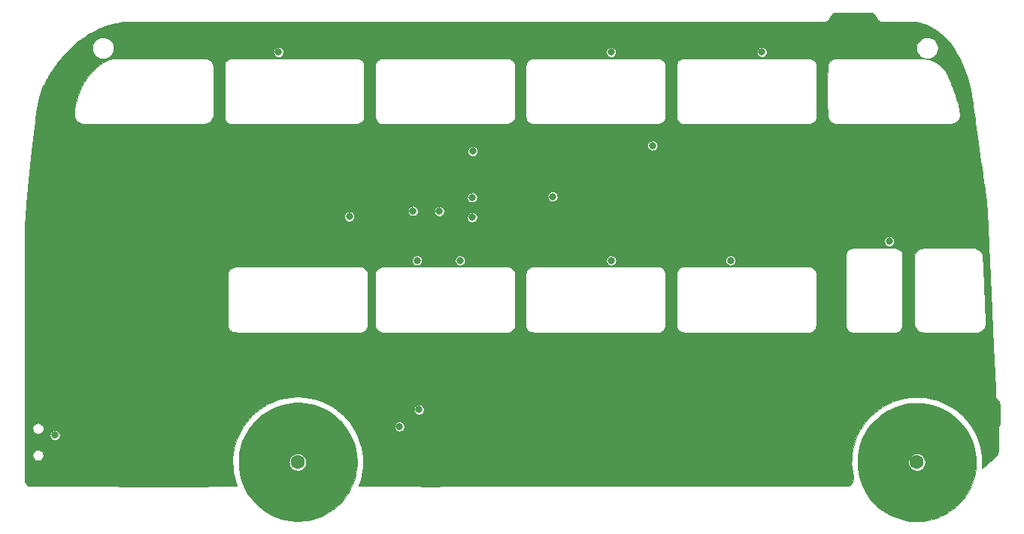
<source format=gtl>
G04 #@! TF.GenerationSoftware,KiCad,Pcbnew,(5.1.10)-1*
G04 #@! TF.CreationDate,2021-12-12T20:23:00-05:00*
G04 #@! TF.ProjectId,Bus Ornament,42757320-4f72-46e6-916d-656e742e6b69,rev?*
G04 #@! TF.SameCoordinates,Original*
G04 #@! TF.FileFunction,Copper,L1,Top*
G04 #@! TF.FilePolarity,Positive*
%FSLAX46Y46*%
G04 Gerber Fmt 4.6, Leading zero omitted, Abs format (unit mm)*
G04 Created by KiCad (PCBNEW (5.1.10)-1) date 2021-12-12 20:23:00*
%MOMM*%
%LPD*%
G01*
G04 APERTURE LIST*
G04 #@! TA.AperFunction,EtchedComponent*
%ADD10C,0.010000*%
G04 #@! TD*
G04 #@! TA.AperFunction,ViaPad*
%ADD11C,1.600000*%
G04 #@! TD*
G04 #@! TA.AperFunction,ViaPad*
%ADD12C,0.800000*%
G04 #@! TD*
G04 APERTURE END LIST*
D10*
G36*
X73880669Y-114786426D02*
G01*
X73924615Y-114831256D01*
X73928880Y-114840220D01*
X73946114Y-114908332D01*
X73957879Y-115016740D01*
X73964187Y-115165832D01*
X73965052Y-115355995D01*
X73960487Y-115587616D01*
X73957484Y-115682183D01*
X73948445Y-115912118D01*
X73937162Y-116147294D01*
X73923996Y-116383333D01*
X73909306Y-116615859D01*
X73893452Y-116840494D01*
X73876792Y-117052861D01*
X73859687Y-117248583D01*
X73842496Y-117423284D01*
X73825578Y-117572585D01*
X73809293Y-117692111D01*
X73794000Y-117777484D01*
X73781896Y-117820298D01*
X73732543Y-117893107D01*
X73663535Y-117930958D01*
X73580781Y-117932636D01*
X73490191Y-117896925D01*
X73470428Y-117884360D01*
X73436629Y-117860443D01*
X73409807Y-117836484D01*
X73389867Y-117808098D01*
X73376718Y-117770899D01*
X73370265Y-117720500D01*
X73370415Y-117652517D01*
X73377075Y-117562563D01*
X73390153Y-117446253D01*
X73409553Y-117299201D01*
X73435184Y-117117020D01*
X73451666Y-117001915D01*
X73476337Y-116829599D01*
X73499533Y-116666961D01*
X73520446Y-116519708D01*
X73538269Y-116393547D01*
X73552195Y-116294185D01*
X73561417Y-116227330D01*
X73564495Y-116204099D01*
X73576063Y-116112182D01*
X73491518Y-116257016D01*
X73434812Y-116351320D01*
X73391393Y-116414202D01*
X73355050Y-116451813D01*
X73319573Y-116470308D01*
X73278751Y-116475839D01*
X73270569Y-116475933D01*
X73203066Y-116457859D01*
X73153993Y-116411080D01*
X73135066Y-116346840D01*
X73143996Y-116317559D01*
X73168858Y-116256877D01*
X73206760Y-116171312D01*
X73254811Y-116067382D01*
X73310117Y-115951605D01*
X73313765Y-115944092D01*
X73431447Y-115687206D01*
X73523013Y-115453107D01*
X73591281Y-115233682D01*
X73639069Y-115020818D01*
X73643743Y-114994266D01*
X73661017Y-114912125D01*
X73681355Y-114843135D01*
X73700657Y-114800936D01*
X73702576Y-114798475D01*
X73754053Y-114767159D01*
X73818616Y-114764102D01*
X73880669Y-114786426D01*
G37*
X73880669Y-114786426D02*
X73924615Y-114831256D01*
X73928880Y-114840220D01*
X73946114Y-114908332D01*
X73957879Y-115016740D01*
X73964187Y-115165832D01*
X73965052Y-115355995D01*
X73960487Y-115587616D01*
X73957484Y-115682183D01*
X73948445Y-115912118D01*
X73937162Y-116147294D01*
X73923996Y-116383333D01*
X73909306Y-116615859D01*
X73893452Y-116840494D01*
X73876792Y-117052861D01*
X73859687Y-117248583D01*
X73842496Y-117423284D01*
X73825578Y-117572585D01*
X73809293Y-117692111D01*
X73794000Y-117777484D01*
X73781896Y-117820298D01*
X73732543Y-117893107D01*
X73663535Y-117930958D01*
X73580781Y-117932636D01*
X73490191Y-117896925D01*
X73470428Y-117884360D01*
X73436629Y-117860443D01*
X73409807Y-117836484D01*
X73389867Y-117808098D01*
X73376718Y-117770899D01*
X73370265Y-117720500D01*
X73370415Y-117652517D01*
X73377075Y-117562563D01*
X73390153Y-117446253D01*
X73409553Y-117299201D01*
X73435184Y-117117020D01*
X73451666Y-117001915D01*
X73476337Y-116829599D01*
X73499533Y-116666961D01*
X73520446Y-116519708D01*
X73538269Y-116393547D01*
X73552195Y-116294185D01*
X73561417Y-116227330D01*
X73564495Y-116204099D01*
X73576063Y-116112182D01*
X73491518Y-116257016D01*
X73434812Y-116351320D01*
X73391393Y-116414202D01*
X73355050Y-116451813D01*
X73319573Y-116470308D01*
X73278751Y-116475839D01*
X73270569Y-116475933D01*
X73203066Y-116457859D01*
X73153993Y-116411080D01*
X73135066Y-116346840D01*
X73143996Y-116317559D01*
X73168858Y-116256877D01*
X73206760Y-116171312D01*
X73254811Y-116067382D01*
X73310117Y-115951605D01*
X73313765Y-115944092D01*
X73431447Y-115687206D01*
X73523013Y-115453107D01*
X73591281Y-115233682D01*
X73639069Y-115020818D01*
X73643743Y-114994266D01*
X73661017Y-114912125D01*
X73681355Y-114843135D01*
X73700657Y-114800936D01*
X73702576Y-114798475D01*
X73754053Y-114767159D01*
X73818616Y-114764102D01*
X73880669Y-114786426D01*
G36*
X72254746Y-114732852D02*
G01*
X72428040Y-114776079D01*
X72583771Y-114851733D01*
X72729655Y-114962767D01*
X72755472Y-114986747D01*
X72876362Y-115129923D01*
X72963794Y-115294167D01*
X73014058Y-115471809D01*
X73022389Y-115538169D01*
X73016925Y-115724323D01*
X72970238Y-115918831D01*
X72882546Y-116121394D01*
X72754065Y-116331711D01*
X72585012Y-116549483D01*
X72375604Y-116774408D01*
X72126057Y-117006188D01*
X71836589Y-117244521D01*
X71732097Y-117324742D01*
X71482712Y-117513100D01*
X71859097Y-117513466D01*
X72124149Y-117517151D01*
X72348663Y-117527857D01*
X72533901Y-117545896D01*
X72681124Y-117571581D01*
X72791592Y-117605224D01*
X72866567Y-117647139D01*
X72907310Y-117697637D01*
X72915081Y-117757030D01*
X72911767Y-117774327D01*
X72888004Y-117823293D01*
X72839453Y-117864787D01*
X72759329Y-117903653D01*
X72700062Y-117925418D01*
X72667574Y-117935454D01*
X72632602Y-117943047D01*
X72590012Y-117948268D01*
X72534671Y-117951184D01*
X72461444Y-117951865D01*
X72365197Y-117950381D01*
X72240798Y-117946799D01*
X72083111Y-117941190D01*
X71939150Y-117935665D01*
X71747328Y-117928455D01*
X71591315Y-117923403D01*
X71464638Y-117920570D01*
X71360825Y-117920018D01*
X71273403Y-117921810D01*
X71195900Y-117926006D01*
X71121842Y-117932670D01*
X71044758Y-117941863D01*
X71025383Y-117944414D01*
X70905815Y-117960295D01*
X70820690Y-117970646D01*
X70762454Y-117975257D01*
X70723552Y-117973919D01*
X70696431Y-117966424D01*
X70673535Y-117952563D01*
X70649738Y-117934032D01*
X70612288Y-117896664D01*
X70598456Y-117852958D01*
X70599258Y-117801988D01*
X70602686Y-117768590D01*
X70610872Y-117740846D01*
X70628993Y-117713700D01*
X70662229Y-117682094D01*
X70715758Y-117640972D01*
X70794757Y-117585278D01*
X70884010Y-117523931D01*
X71104540Y-117369625D01*
X71296461Y-117227791D01*
X71468640Y-117091210D01*
X71629942Y-116952663D01*
X71789235Y-116804933D01*
X71898041Y-116698428D01*
X72076469Y-116512734D01*
X72222124Y-116343047D01*
X72338843Y-116184120D01*
X72430463Y-116030706D01*
X72500823Y-115877557D01*
X72503688Y-115870235D01*
X72560681Y-115687347D01*
X72581250Y-115525906D01*
X72565380Y-115385756D01*
X72513054Y-115266743D01*
X72432433Y-115175556D01*
X72306346Y-115094427D01*
X72161654Y-115047392D01*
X72003553Y-115033536D01*
X71837239Y-115051944D01*
X71667907Y-115101700D01*
X71500754Y-115181889D01*
X71340975Y-115291597D01*
X71235370Y-115386395D01*
X71111223Y-115525645D01*
X71023531Y-115661700D01*
X70968103Y-115803206D01*
X70940747Y-115958804D01*
X70937849Y-116000041D01*
X70934956Y-116094236D01*
X70939948Y-116164375D01*
X70955660Y-116228434D01*
X70984929Y-116304389D01*
X70986418Y-116307919D01*
X71017264Y-116385116D01*
X71041669Y-116453839D01*
X71053843Y-116497100D01*
X71045898Y-116557554D01*
X71006646Y-116609247D01*
X70947026Y-116640708D01*
X70912566Y-116645266D01*
X70855252Y-116632665D01*
X70802161Y-116591825D01*
X70748957Y-116518196D01*
X70696687Y-116418649D01*
X70638960Y-116249566D01*
X70619100Y-116070866D01*
X70635001Y-115886874D01*
X70684558Y-115701914D01*
X70765667Y-115520310D01*
X70876222Y-115346386D01*
X71014118Y-115184467D01*
X71177249Y-115038876D01*
X71363511Y-114913938D01*
X71452316Y-114866590D01*
X71623620Y-114791837D01*
X71783096Y-114745148D01*
X71946681Y-114722629D01*
X72056171Y-114719100D01*
X72254746Y-114732852D01*
G37*
X72254746Y-114732852D02*
X72428040Y-114776079D01*
X72583771Y-114851733D01*
X72729655Y-114962767D01*
X72755472Y-114986747D01*
X72876362Y-115129923D01*
X72963794Y-115294167D01*
X73014058Y-115471809D01*
X73022389Y-115538169D01*
X73016925Y-115724323D01*
X72970238Y-115918831D01*
X72882546Y-116121394D01*
X72754065Y-116331711D01*
X72585012Y-116549483D01*
X72375604Y-116774408D01*
X72126057Y-117006188D01*
X71836589Y-117244521D01*
X71732097Y-117324742D01*
X71482712Y-117513100D01*
X71859097Y-117513466D01*
X72124149Y-117517151D01*
X72348663Y-117527857D01*
X72533901Y-117545896D01*
X72681124Y-117571581D01*
X72791592Y-117605224D01*
X72866567Y-117647139D01*
X72907310Y-117697637D01*
X72915081Y-117757030D01*
X72911767Y-117774327D01*
X72888004Y-117823293D01*
X72839453Y-117864787D01*
X72759329Y-117903653D01*
X72700062Y-117925418D01*
X72667574Y-117935454D01*
X72632602Y-117943047D01*
X72590012Y-117948268D01*
X72534671Y-117951184D01*
X72461444Y-117951865D01*
X72365197Y-117950381D01*
X72240798Y-117946799D01*
X72083111Y-117941190D01*
X71939150Y-117935665D01*
X71747328Y-117928455D01*
X71591315Y-117923403D01*
X71464638Y-117920570D01*
X71360825Y-117920018D01*
X71273403Y-117921810D01*
X71195900Y-117926006D01*
X71121842Y-117932670D01*
X71044758Y-117941863D01*
X71025383Y-117944414D01*
X70905815Y-117960295D01*
X70820690Y-117970646D01*
X70762454Y-117975257D01*
X70723552Y-117973919D01*
X70696431Y-117966424D01*
X70673535Y-117952563D01*
X70649738Y-117934032D01*
X70612288Y-117896664D01*
X70598456Y-117852958D01*
X70599258Y-117801988D01*
X70602686Y-117768590D01*
X70610872Y-117740846D01*
X70628993Y-117713700D01*
X70662229Y-117682094D01*
X70715758Y-117640972D01*
X70794757Y-117585278D01*
X70884010Y-117523931D01*
X71104540Y-117369625D01*
X71296461Y-117227791D01*
X71468640Y-117091210D01*
X71629942Y-116952663D01*
X71789235Y-116804933D01*
X71898041Y-116698428D01*
X72076469Y-116512734D01*
X72222124Y-116343047D01*
X72338843Y-116184120D01*
X72430463Y-116030706D01*
X72500823Y-115877557D01*
X72503688Y-115870235D01*
X72560681Y-115687347D01*
X72581250Y-115525906D01*
X72565380Y-115385756D01*
X72513054Y-115266743D01*
X72432433Y-115175556D01*
X72306346Y-115094427D01*
X72161654Y-115047392D01*
X72003553Y-115033536D01*
X71837239Y-115051944D01*
X71667907Y-115101700D01*
X71500754Y-115181889D01*
X71340975Y-115291597D01*
X71235370Y-115386395D01*
X71111223Y-115525645D01*
X71023531Y-115661700D01*
X70968103Y-115803206D01*
X70940747Y-115958804D01*
X70937849Y-116000041D01*
X70934956Y-116094236D01*
X70939948Y-116164375D01*
X70955660Y-116228434D01*
X70984929Y-116304389D01*
X70986418Y-116307919D01*
X71017264Y-116385116D01*
X71041669Y-116453839D01*
X71053843Y-116497100D01*
X71045898Y-116557554D01*
X71006646Y-116609247D01*
X70947026Y-116640708D01*
X70912566Y-116645266D01*
X70855252Y-116632665D01*
X70802161Y-116591825D01*
X70748957Y-116518196D01*
X70696687Y-116418649D01*
X70638960Y-116249566D01*
X70619100Y-116070866D01*
X70635001Y-115886874D01*
X70684558Y-115701914D01*
X70765667Y-115520310D01*
X70876222Y-115346386D01*
X71014118Y-115184467D01*
X71177249Y-115038876D01*
X71363511Y-114913938D01*
X71452316Y-114866590D01*
X71623620Y-114791837D01*
X71783096Y-114745148D01*
X71946681Y-114722629D01*
X72056171Y-114719100D01*
X72254746Y-114732852D01*
G36*
X69336839Y-114745371D02*
G01*
X69528337Y-114782989D01*
X69716523Y-114858203D01*
X69898536Y-114972117D01*
X70046931Y-115100864D01*
X70136666Y-115195219D01*
X70204786Y-115281906D01*
X70263813Y-115378293D01*
X70306432Y-115460848D01*
X70389959Y-115648954D01*
X70446197Y-115824090D01*
X70478861Y-116002108D01*
X70491665Y-116198863D01*
X70492199Y-116253683D01*
X70475502Y-116526813D01*
X70426443Y-116787599D01*
X70347079Y-117032146D01*
X70239467Y-117256562D01*
X70105664Y-117456952D01*
X69947728Y-117629424D01*
X69767716Y-117770084D01*
X69657274Y-117833895D01*
X69491242Y-117898830D01*
X69304128Y-117938575D01*
X69110196Y-117951234D01*
X68923711Y-117934913D01*
X68912316Y-117932829D01*
X68739268Y-117880312D01*
X68567765Y-117791480D01*
X68404764Y-117672004D01*
X68257218Y-117527556D01*
X68132082Y-117363805D01*
X68060157Y-117237933D01*
X67988693Y-117081088D01*
X67937667Y-116936519D01*
X67904252Y-116791349D01*
X67885616Y-116632697D01*
X67879661Y-116467890D01*
X68311758Y-116467890D01*
X68312117Y-116567549D01*
X68317452Y-116649655D01*
X68328625Y-116726533D01*
X68346499Y-116810511D01*
X68349396Y-116822748D01*
X68413629Y-117024622D01*
X68501567Y-117198821D01*
X68610113Y-117343437D01*
X68736168Y-117456558D01*
X68876634Y-117536275D01*
X69028413Y-117580676D01*
X69188408Y-117587851D01*
X69353521Y-117555889D01*
X69466008Y-117511369D01*
X69608932Y-117420442D01*
X69739200Y-117292860D01*
X69853542Y-117133245D01*
X69948689Y-116946223D01*
X70021372Y-116736416D01*
X70025970Y-116719350D01*
X70051348Y-116589937D01*
X70067557Y-116436873D01*
X70074439Y-116273038D01*
X70071836Y-116111311D01*
X70059591Y-115964572D01*
X70037545Y-115845701D01*
X70036710Y-115842625D01*
X69966839Y-115650112D01*
X69870015Y-115475899D01*
X69750932Y-115326281D01*
X69614284Y-115207551D01*
X69520959Y-115151275D01*
X69452508Y-115119562D01*
X69391945Y-115100934D01*
X69323058Y-115092085D01*
X69229639Y-115089706D01*
X69219233Y-115089696D01*
X69075315Y-115099631D01*
X68952357Y-115132542D01*
X68840054Y-115193215D01*
X68728099Y-115286436D01*
X68671560Y-115344041D01*
X68549531Y-115494551D01*
X68455286Y-115657931D01*
X68386694Y-115840136D01*
X68341622Y-116047122D01*
X68317937Y-116284844D01*
X68315513Y-116338350D01*
X68311758Y-116467890D01*
X67879661Y-116467890D01*
X67878930Y-116447686D01*
X67878778Y-116412433D01*
X67879517Y-116284694D01*
X67882811Y-116187738D01*
X67889995Y-116110031D01*
X67902401Y-116040040D01*
X67921363Y-115966232D01*
X67936136Y-115916321D01*
X68028761Y-115665294D01*
X68143811Y-115441920D01*
X68278426Y-115247303D01*
X68429746Y-115082548D01*
X68594913Y-114948760D01*
X68771065Y-114847043D01*
X68955343Y-114778503D01*
X69144888Y-114744244D01*
X69336839Y-114745371D01*
G37*
X69336839Y-114745371D02*
X69528337Y-114782989D01*
X69716523Y-114858203D01*
X69898536Y-114972117D01*
X70046931Y-115100864D01*
X70136666Y-115195219D01*
X70204786Y-115281906D01*
X70263813Y-115378293D01*
X70306432Y-115460848D01*
X70389959Y-115648954D01*
X70446197Y-115824090D01*
X70478861Y-116002108D01*
X70491665Y-116198863D01*
X70492199Y-116253683D01*
X70475502Y-116526813D01*
X70426443Y-116787599D01*
X70347079Y-117032146D01*
X70239467Y-117256562D01*
X70105664Y-117456952D01*
X69947728Y-117629424D01*
X69767716Y-117770084D01*
X69657274Y-117833895D01*
X69491242Y-117898830D01*
X69304128Y-117938575D01*
X69110196Y-117951234D01*
X68923711Y-117934913D01*
X68912316Y-117932829D01*
X68739268Y-117880312D01*
X68567765Y-117791480D01*
X68404764Y-117672004D01*
X68257218Y-117527556D01*
X68132082Y-117363805D01*
X68060157Y-117237933D01*
X67988693Y-117081088D01*
X67937667Y-116936519D01*
X67904252Y-116791349D01*
X67885616Y-116632697D01*
X67879661Y-116467890D01*
X68311758Y-116467890D01*
X68312117Y-116567549D01*
X68317452Y-116649655D01*
X68328625Y-116726533D01*
X68346499Y-116810511D01*
X68349396Y-116822748D01*
X68413629Y-117024622D01*
X68501567Y-117198821D01*
X68610113Y-117343437D01*
X68736168Y-117456558D01*
X68876634Y-117536275D01*
X69028413Y-117580676D01*
X69188408Y-117587851D01*
X69353521Y-117555889D01*
X69466008Y-117511369D01*
X69608932Y-117420442D01*
X69739200Y-117292860D01*
X69853542Y-117133245D01*
X69948689Y-116946223D01*
X70021372Y-116736416D01*
X70025970Y-116719350D01*
X70051348Y-116589937D01*
X70067557Y-116436873D01*
X70074439Y-116273038D01*
X70071836Y-116111311D01*
X70059591Y-115964572D01*
X70037545Y-115845701D01*
X70036710Y-115842625D01*
X69966839Y-115650112D01*
X69870015Y-115475899D01*
X69750932Y-115326281D01*
X69614284Y-115207551D01*
X69520959Y-115151275D01*
X69452508Y-115119562D01*
X69391945Y-115100934D01*
X69323058Y-115092085D01*
X69229639Y-115089706D01*
X69219233Y-115089696D01*
X69075315Y-115099631D01*
X68952357Y-115132542D01*
X68840054Y-115193215D01*
X68728099Y-115286436D01*
X68671560Y-115344041D01*
X68549531Y-115494551D01*
X68455286Y-115657931D01*
X68386694Y-115840136D01*
X68341622Y-116047122D01*
X68317937Y-116284844D01*
X68315513Y-116338350D01*
X68311758Y-116467890D01*
X67879661Y-116467890D01*
X67878930Y-116447686D01*
X67878778Y-116412433D01*
X67879517Y-116284694D01*
X67882811Y-116187738D01*
X67889995Y-116110031D01*
X67902401Y-116040040D01*
X67921363Y-115966232D01*
X67936136Y-115916321D01*
X68028761Y-115665294D01*
X68143811Y-115441920D01*
X68278426Y-115247303D01*
X68429746Y-115082548D01*
X68594913Y-114948760D01*
X68771065Y-114847043D01*
X68955343Y-114778503D01*
X69144888Y-114744244D01*
X69336839Y-114745371D01*
G36*
X66996574Y-114727085D02*
G01*
X67072408Y-114734536D01*
X67133925Y-114748074D01*
X67195133Y-114770883D01*
X67270039Y-114806144D01*
X67278253Y-114810196D01*
X67454631Y-114917297D01*
X67595340Y-115046215D01*
X67699724Y-115196007D01*
X67767126Y-115365730D01*
X67796891Y-115554438D01*
X67796983Y-115556156D01*
X67795642Y-115701322D01*
X67773304Y-115837511D01*
X67726764Y-115978184D01*
X67664022Y-116114835D01*
X67554498Y-116299678D01*
X67407704Y-116495478D01*
X67226390Y-116699387D01*
X67013304Y-116908554D01*
X66771196Y-117120131D01*
X66502814Y-117331268D01*
X66459117Y-117363715D01*
X66270750Y-117502516D01*
X66755450Y-117515497D01*
X66989777Y-117523833D01*
X67184799Y-117535509D01*
X67343444Y-117551014D01*
X67468646Y-117570837D01*
X67563333Y-117595467D01*
X67630438Y-117625393D01*
X67672891Y-117661102D01*
X67679034Y-117669511D01*
X67698089Y-117731093D01*
X67679165Y-117793548D01*
X67626214Y-117851929D01*
X67543188Y-117901285D01*
X67473802Y-117926522D01*
X67435471Y-117936573D01*
X67395025Y-117944040D01*
X67346988Y-117948990D01*
X67285885Y-117951491D01*
X67206241Y-117951612D01*
X67102580Y-117949419D01*
X66969426Y-117944980D01*
X66801304Y-117938365D01*
X66736070Y-117935668D01*
X66542849Y-117928003D01*
X66383502Y-117922912D01*
X66249631Y-117920637D01*
X66132841Y-117921422D01*
X66024737Y-117925510D01*
X65916921Y-117933144D01*
X65800998Y-117944566D01*
X65668572Y-117960020D01*
X65599733Y-117968559D01*
X65510795Y-117969419D01*
X65451918Y-117952728D01*
X65404859Y-117911935D01*
X65380085Y-117870164D01*
X65367410Y-117817711D01*
X65372514Y-117771244D01*
X65399586Y-117725053D01*
X65452816Y-117673429D01*
X65536392Y-117610662D01*
X65604714Y-117564030D01*
X65934317Y-117333651D01*
X66232331Y-117104696D01*
X66497716Y-116878376D01*
X66729436Y-116655900D01*
X66926454Y-116438478D01*
X67087733Y-116227320D01*
X67212234Y-116023635D01*
X67298920Y-115828634D01*
X67346754Y-115643527D01*
X67356566Y-115520969D01*
X67349256Y-115407908D01*
X67323776Y-115320430D01*
X67274803Y-115243779D01*
X67244143Y-115209370D01*
X67153007Y-115130458D01*
X67051894Y-115078817D01*
X66929570Y-115049813D01*
X66836049Y-115041050D01*
X66633131Y-115049971D01*
X66439739Y-115099728D01*
X66255300Y-115190560D01*
X66079243Y-115322707D01*
X66012483Y-115385740D01*
X65877245Y-115545097D01*
X65781245Y-115711901D01*
X65725055Y-115883589D01*
X65709251Y-116057595D01*
X65734409Y-116231355D01*
X65789704Y-116379591D01*
X65824091Y-116468123D01*
X65828456Y-116535161D01*
X65802819Y-116589037D01*
X65790233Y-116602933D01*
X65726811Y-116641935D01*
X65658504Y-116640291D01*
X65589588Y-116598684D01*
X65558511Y-116565891D01*
X65469217Y-116426042D01*
X65415424Y-116270277D01*
X65395418Y-116102862D01*
X65407488Y-115928064D01*
X65449921Y-115750147D01*
X65521004Y-115573377D01*
X65619024Y-115402021D01*
X65742269Y-115240343D01*
X65889026Y-115092610D01*
X66057583Y-114963088D01*
X66244694Y-114856773D01*
X66408476Y-114787407D01*
X66560920Y-114744320D01*
X66719121Y-114723969D01*
X66892416Y-114722539D01*
X66996574Y-114727085D01*
G37*
X66996574Y-114727085D02*
X67072408Y-114734536D01*
X67133925Y-114748074D01*
X67195133Y-114770883D01*
X67270039Y-114806144D01*
X67278253Y-114810196D01*
X67454631Y-114917297D01*
X67595340Y-115046215D01*
X67699724Y-115196007D01*
X67767126Y-115365730D01*
X67796891Y-115554438D01*
X67796983Y-115556156D01*
X67795642Y-115701322D01*
X67773304Y-115837511D01*
X67726764Y-115978184D01*
X67664022Y-116114835D01*
X67554498Y-116299678D01*
X67407704Y-116495478D01*
X67226390Y-116699387D01*
X67013304Y-116908554D01*
X66771196Y-117120131D01*
X66502814Y-117331268D01*
X66459117Y-117363715D01*
X66270750Y-117502516D01*
X66755450Y-117515497D01*
X66989777Y-117523833D01*
X67184799Y-117535509D01*
X67343444Y-117551014D01*
X67468646Y-117570837D01*
X67563333Y-117595467D01*
X67630438Y-117625393D01*
X67672891Y-117661102D01*
X67679034Y-117669511D01*
X67698089Y-117731093D01*
X67679165Y-117793548D01*
X67626214Y-117851929D01*
X67543188Y-117901285D01*
X67473802Y-117926522D01*
X67435471Y-117936573D01*
X67395025Y-117944040D01*
X67346988Y-117948990D01*
X67285885Y-117951491D01*
X67206241Y-117951612D01*
X67102580Y-117949419D01*
X66969426Y-117944980D01*
X66801304Y-117938365D01*
X66736070Y-117935668D01*
X66542849Y-117928003D01*
X66383502Y-117922912D01*
X66249631Y-117920637D01*
X66132841Y-117921422D01*
X66024737Y-117925510D01*
X65916921Y-117933144D01*
X65800998Y-117944566D01*
X65668572Y-117960020D01*
X65599733Y-117968559D01*
X65510795Y-117969419D01*
X65451918Y-117952728D01*
X65404859Y-117911935D01*
X65380085Y-117870164D01*
X65367410Y-117817711D01*
X65372514Y-117771244D01*
X65399586Y-117725053D01*
X65452816Y-117673429D01*
X65536392Y-117610662D01*
X65604714Y-117564030D01*
X65934317Y-117333651D01*
X66232331Y-117104696D01*
X66497716Y-116878376D01*
X66729436Y-116655900D01*
X66926454Y-116438478D01*
X67087733Y-116227320D01*
X67212234Y-116023635D01*
X67298920Y-115828634D01*
X67346754Y-115643527D01*
X67356566Y-115520969D01*
X67349256Y-115407908D01*
X67323776Y-115320430D01*
X67274803Y-115243779D01*
X67244143Y-115209370D01*
X67153007Y-115130458D01*
X67051894Y-115078817D01*
X66929570Y-115049813D01*
X66836049Y-115041050D01*
X66633131Y-115049971D01*
X66439739Y-115099728D01*
X66255300Y-115190560D01*
X66079243Y-115322707D01*
X66012483Y-115385740D01*
X65877245Y-115545097D01*
X65781245Y-115711901D01*
X65725055Y-115883589D01*
X65709251Y-116057595D01*
X65734409Y-116231355D01*
X65789704Y-116379591D01*
X65824091Y-116468123D01*
X65828456Y-116535161D01*
X65802819Y-116589037D01*
X65790233Y-116602933D01*
X65726811Y-116641935D01*
X65658504Y-116640291D01*
X65589588Y-116598684D01*
X65558511Y-116565891D01*
X65469217Y-116426042D01*
X65415424Y-116270277D01*
X65395418Y-116102862D01*
X65407488Y-115928064D01*
X65449921Y-115750147D01*
X65521004Y-115573377D01*
X65619024Y-115402021D01*
X65742269Y-115240343D01*
X65889026Y-115092610D01*
X66057583Y-114963088D01*
X66244694Y-114856773D01*
X66408476Y-114787407D01*
X66560920Y-114744320D01*
X66719121Y-114723969D01*
X66892416Y-114722539D01*
X66996574Y-114727085D01*
G36*
X141396346Y-97468668D02*
G01*
X141403676Y-97469108D01*
X141972838Y-97514009D01*
X142507031Y-97577775D01*
X143005475Y-97660276D01*
X143467391Y-97761379D01*
X143891999Y-97880956D01*
X143929368Y-97892947D01*
X144091718Y-97946741D01*
X144242105Y-97999399D01*
X144384837Y-98053051D01*
X144524220Y-98109828D01*
X144664558Y-98171862D01*
X144810157Y-98241282D01*
X144965324Y-98320221D01*
X145134364Y-98410809D01*
X145321582Y-98515177D01*
X145531286Y-98635456D01*
X145767779Y-98773776D01*
X146035369Y-98932270D01*
X146064816Y-98949794D01*
X146376503Y-99134145D01*
X146657122Y-99297340D01*
X146910940Y-99441541D01*
X147142222Y-99568911D01*
X147355232Y-99681613D01*
X147554237Y-99781810D01*
X147743501Y-99871663D01*
X147927289Y-99953336D01*
X148109867Y-100028992D01*
X148295500Y-100100792D01*
X148437140Y-100152640D01*
X149046631Y-100354664D01*
X149660009Y-100524658D01*
X150284123Y-100664086D01*
X150925818Y-100774415D01*
X151591940Y-100857112D01*
X151832733Y-100879853D01*
X151987418Y-100890257D01*
X152176117Y-100897993D01*
X152390598Y-100903104D01*
X152622629Y-100905634D01*
X152863977Y-100905628D01*
X153106409Y-100903131D01*
X153341695Y-100898186D01*
X153561601Y-100890839D01*
X153757895Y-100881132D01*
X153922345Y-100869111D01*
X153928233Y-100868574D01*
X154673290Y-100780072D01*
X155400961Y-100653119D01*
X156111943Y-100487543D01*
X156806931Y-100283171D01*
X157486621Y-100039830D01*
X157833483Y-99898160D01*
X157931217Y-99854871D01*
X158058374Y-99796040D01*
X158206782Y-99725588D01*
X158368271Y-99647435D01*
X158534669Y-99565504D01*
X158697805Y-99483716D01*
X158711900Y-99476572D01*
X158890947Y-99386385D01*
X159037546Y-99314189D01*
X159156499Y-99257857D01*
X159252605Y-99215263D01*
X159330667Y-99184280D01*
X159395483Y-99162783D01*
X159451856Y-99148645D01*
X159452733Y-99148464D01*
X159609025Y-99129005D01*
X159737179Y-99140915D01*
X159837057Y-99184170D01*
X159887359Y-99229802D01*
X159922739Y-99285647D01*
X159931467Y-99340836D01*
X159911390Y-99397945D01*
X159860357Y-99459553D01*
X159776215Y-99528234D01*
X159656813Y-99606568D01*
X159499998Y-99697129D01*
X159494588Y-99700120D01*
X158821525Y-100047783D01*
X158127780Y-100359309D01*
X157415633Y-100634129D01*
X156687366Y-100871671D01*
X155945258Y-101071364D01*
X155191590Y-101232638D01*
X154428642Y-101354921D01*
X153658694Y-101437643D01*
X152884026Y-101480232D01*
X152361900Y-101486019D01*
X152205718Y-101484769D01*
X152057997Y-101483185D01*
X151925713Y-101481372D01*
X151815844Y-101479437D01*
X151735367Y-101477486D01*
X151695150Y-101475886D01*
X151014635Y-101422560D01*
X150365021Y-101346558D01*
X149740884Y-101246947D01*
X149136798Y-101122791D01*
X148547339Y-100973154D01*
X148214630Y-100875738D01*
X147725922Y-100711348D01*
X147219486Y-100513374D01*
X146700102Y-100284084D01*
X146172553Y-100025748D01*
X145641620Y-99740632D01*
X145112085Y-99431007D01*
X144922478Y-99313830D01*
X144698455Y-99175327D01*
X144499730Y-99057160D01*
X144317469Y-98954616D01*
X144142840Y-98862986D01*
X143967010Y-98777558D01*
X143781147Y-98693622D01*
X143669529Y-98645573D01*
X143126058Y-98437642D01*
X142563931Y-98267172D01*
X141982419Y-98133965D01*
X141449820Y-98046840D01*
X141329827Y-98034474D01*
X141176061Y-98024373D01*
X140996625Y-98016585D01*
X140799623Y-98011163D01*
X140593156Y-98008158D01*
X140385328Y-98007619D01*
X140184243Y-98009598D01*
X139998002Y-98014146D01*
X139834709Y-98021313D01*
X139702467Y-98031151D01*
X139661900Y-98035618D01*
X139174464Y-98113683D01*
X138700936Y-98224449D01*
X138244533Y-98366570D01*
X137808470Y-98538699D01*
X137395963Y-98739491D01*
X137010229Y-98967598D01*
X136654483Y-99221674D01*
X136475507Y-99369612D01*
X136332897Y-99489543D01*
X136210519Y-99581381D01*
X136100712Y-99648878D01*
X135995816Y-99695789D01*
X135888171Y-99725865D01*
X135770115Y-99742858D01*
X135703733Y-99747680D01*
X135610311Y-99751270D01*
X135545121Y-99748419D01*
X135494294Y-99737129D01*
X135443963Y-99715404D01*
X135430151Y-99708276D01*
X135362216Y-99663342D01*
X135324800Y-99613773D01*
X135318935Y-99556703D01*
X135345657Y-99489264D01*
X135405999Y-99408590D01*
X135500996Y-99311814D01*
X135607439Y-99216747D01*
X136025336Y-98885711D01*
X136468592Y-98587988D01*
X136935980Y-98323947D01*
X137426269Y-98093960D01*
X137938232Y-97898397D01*
X138470640Y-97737629D01*
X139022264Y-97612025D01*
X139591875Y-97521957D01*
X140178245Y-97467794D01*
X140780145Y-97449908D01*
X141396346Y-97468668D01*
G37*
X141396346Y-97468668D02*
X141403676Y-97469108D01*
X141972838Y-97514009D01*
X142507031Y-97577775D01*
X143005475Y-97660276D01*
X143467391Y-97761379D01*
X143891999Y-97880956D01*
X143929368Y-97892947D01*
X144091718Y-97946741D01*
X144242105Y-97999399D01*
X144384837Y-98053051D01*
X144524220Y-98109828D01*
X144664558Y-98171862D01*
X144810157Y-98241282D01*
X144965324Y-98320221D01*
X145134364Y-98410809D01*
X145321582Y-98515177D01*
X145531286Y-98635456D01*
X145767779Y-98773776D01*
X146035369Y-98932270D01*
X146064816Y-98949794D01*
X146376503Y-99134145D01*
X146657122Y-99297340D01*
X146910940Y-99441541D01*
X147142222Y-99568911D01*
X147355232Y-99681613D01*
X147554237Y-99781810D01*
X147743501Y-99871663D01*
X147927289Y-99953336D01*
X148109867Y-100028992D01*
X148295500Y-100100792D01*
X148437140Y-100152640D01*
X149046631Y-100354664D01*
X149660009Y-100524658D01*
X150284123Y-100664086D01*
X150925818Y-100774415D01*
X151591940Y-100857112D01*
X151832733Y-100879853D01*
X151987418Y-100890257D01*
X152176117Y-100897993D01*
X152390598Y-100903104D01*
X152622629Y-100905634D01*
X152863977Y-100905628D01*
X153106409Y-100903131D01*
X153341695Y-100898186D01*
X153561601Y-100890839D01*
X153757895Y-100881132D01*
X153922345Y-100869111D01*
X153928233Y-100868574D01*
X154673290Y-100780072D01*
X155400961Y-100653119D01*
X156111943Y-100487543D01*
X156806931Y-100283171D01*
X157486621Y-100039830D01*
X157833483Y-99898160D01*
X157931217Y-99854871D01*
X158058374Y-99796040D01*
X158206782Y-99725588D01*
X158368271Y-99647435D01*
X158534669Y-99565504D01*
X158697805Y-99483716D01*
X158711900Y-99476572D01*
X158890947Y-99386385D01*
X159037546Y-99314189D01*
X159156499Y-99257857D01*
X159252605Y-99215263D01*
X159330667Y-99184280D01*
X159395483Y-99162783D01*
X159451856Y-99148645D01*
X159452733Y-99148464D01*
X159609025Y-99129005D01*
X159737179Y-99140915D01*
X159837057Y-99184170D01*
X159887359Y-99229802D01*
X159922739Y-99285647D01*
X159931467Y-99340836D01*
X159911390Y-99397945D01*
X159860357Y-99459553D01*
X159776215Y-99528234D01*
X159656813Y-99606568D01*
X159499998Y-99697129D01*
X159494588Y-99700120D01*
X158821525Y-100047783D01*
X158127780Y-100359309D01*
X157415633Y-100634129D01*
X156687366Y-100871671D01*
X155945258Y-101071364D01*
X155191590Y-101232638D01*
X154428642Y-101354921D01*
X153658694Y-101437643D01*
X152884026Y-101480232D01*
X152361900Y-101486019D01*
X152205718Y-101484769D01*
X152057997Y-101483185D01*
X151925713Y-101481372D01*
X151815844Y-101479437D01*
X151735367Y-101477486D01*
X151695150Y-101475886D01*
X151014635Y-101422560D01*
X150365021Y-101346558D01*
X149740884Y-101246947D01*
X149136798Y-101122791D01*
X148547339Y-100973154D01*
X148214630Y-100875738D01*
X147725922Y-100711348D01*
X147219486Y-100513374D01*
X146700102Y-100284084D01*
X146172553Y-100025748D01*
X145641620Y-99740632D01*
X145112085Y-99431007D01*
X144922478Y-99313830D01*
X144698455Y-99175327D01*
X144499730Y-99057160D01*
X144317469Y-98954616D01*
X144142840Y-98862986D01*
X143967010Y-98777558D01*
X143781147Y-98693622D01*
X143669529Y-98645573D01*
X143126058Y-98437642D01*
X142563931Y-98267172D01*
X141982419Y-98133965D01*
X141449820Y-98046840D01*
X141329827Y-98034474D01*
X141176061Y-98024373D01*
X140996625Y-98016585D01*
X140799623Y-98011163D01*
X140593156Y-98008158D01*
X140385328Y-98007619D01*
X140184243Y-98009598D01*
X139998002Y-98014146D01*
X139834709Y-98021313D01*
X139702467Y-98031151D01*
X139661900Y-98035618D01*
X139174464Y-98113683D01*
X138700936Y-98224449D01*
X138244533Y-98366570D01*
X137808470Y-98538699D01*
X137395963Y-98739491D01*
X137010229Y-98967598D01*
X136654483Y-99221674D01*
X136475507Y-99369612D01*
X136332897Y-99489543D01*
X136210519Y-99581381D01*
X136100712Y-99648878D01*
X135995816Y-99695789D01*
X135888171Y-99725865D01*
X135770115Y-99742858D01*
X135703733Y-99747680D01*
X135610311Y-99751270D01*
X135545121Y-99748419D01*
X135494294Y-99737129D01*
X135443963Y-99715404D01*
X135430151Y-99708276D01*
X135362216Y-99663342D01*
X135324800Y-99613773D01*
X135318935Y-99556703D01*
X135345657Y-99489264D01*
X135405999Y-99408590D01*
X135500996Y-99311814D01*
X135607439Y-99216747D01*
X136025336Y-98885711D01*
X136468592Y-98587988D01*
X136935980Y-98323947D01*
X137426269Y-98093960D01*
X137938232Y-97898397D01*
X138470640Y-97737629D01*
X139022264Y-97612025D01*
X139591875Y-97521957D01*
X140178245Y-97467794D01*
X140780145Y-97449908D01*
X141396346Y-97468668D01*
G36*
X119942362Y-97757866D02*
G01*
X120033364Y-97801703D01*
X120100639Y-97870256D01*
X120103479Y-97874789D01*
X120136756Y-97962265D01*
X120133255Y-98046335D01*
X120098526Y-98122738D01*
X120038114Y-98187211D01*
X119957569Y-98235490D01*
X119862437Y-98263312D01*
X119758267Y-98266416D01*
X119650606Y-98240538D01*
X119635544Y-98234348D01*
X119538132Y-98175799D01*
X119474918Y-98102148D01*
X119448306Y-98018457D01*
X119460701Y-97929791D01*
X119475422Y-97897168D01*
X119537641Y-97822677D01*
X119625273Y-97771150D01*
X119728489Y-97742940D01*
X119837461Y-97738395D01*
X119942362Y-97757866D01*
G37*
X119942362Y-97757866D02*
X120033364Y-97801703D01*
X120100639Y-97870256D01*
X120103479Y-97874789D01*
X120136756Y-97962265D01*
X120133255Y-98046335D01*
X120098526Y-98122738D01*
X120038114Y-98187211D01*
X119957569Y-98235490D01*
X119862437Y-98263312D01*
X119758267Y-98266416D01*
X119650606Y-98240538D01*
X119635544Y-98234348D01*
X119538132Y-98175799D01*
X119474918Y-98102148D01*
X119448306Y-98018457D01*
X119460701Y-97929791D01*
X119475422Y-97897168D01*
X119537641Y-97822677D01*
X119625273Y-97771150D01*
X119728489Y-97742940D01*
X119837461Y-97738395D01*
X119942362Y-97757866D01*
G36*
X114938733Y-96197811D02*
G01*
X115020184Y-96257429D01*
X115089017Y-96352994D01*
X115104700Y-96384030D01*
X115125774Y-96430914D01*
X115140834Y-96472927D01*
X115150855Y-96518330D01*
X115156813Y-96575383D01*
X115159681Y-96652346D01*
X115160436Y-96757477D01*
X115160220Y-96854433D01*
X115149128Y-97128827D01*
X115117629Y-97435511D01*
X115065586Y-97775169D01*
X114992862Y-98148481D01*
X114899322Y-98556130D01*
X114784826Y-98998798D01*
X114649240Y-99477167D01*
X114601389Y-99637850D01*
X114567487Y-99752958D01*
X114545078Y-99838067D01*
X114532509Y-99903421D01*
X114528130Y-99959263D01*
X114530289Y-100015835D01*
X114534120Y-100055149D01*
X114543427Y-100128342D01*
X114552814Y-100183220D01*
X114560195Y-100207784D01*
X114572846Y-100195134D01*
X114596615Y-100152072D01*
X114626717Y-100087416D01*
X114631554Y-100076234D01*
X114743276Y-99827014D01*
X114857156Y-99594828D01*
X114971117Y-99382957D01*
X115083079Y-99194682D01*
X115190967Y-99033285D01*
X115292701Y-98902045D01*
X115386206Y-98804243D01*
X115469402Y-98743161D01*
X115478788Y-98738360D01*
X115585945Y-98706669D01*
X115694977Y-98709266D01*
X115796058Y-98743157D01*
X115879361Y-98805347D01*
X115927373Y-98875068D01*
X115941850Y-98908382D01*
X115948973Y-98939533D01*
X115947826Y-98977622D01*
X115937496Y-99031751D01*
X115917065Y-99111021D01*
X115895964Y-99187421D01*
X115849138Y-99374528D01*
X115816555Y-99553616D01*
X115796462Y-99738701D01*
X115787105Y-99943802D01*
X115785900Y-100067156D01*
X115794014Y-100317206D01*
X115818047Y-100533764D01*
X115857535Y-100715827D01*
X115912013Y-100862388D01*
X115981016Y-100972443D01*
X116064080Y-101044986D01*
X116160740Y-101079012D01*
X116252603Y-101077008D01*
X116353073Y-101043565D01*
X116457217Y-100981304D01*
X116550757Y-100899744D01*
X116592105Y-100850659D01*
X116657119Y-100749846D01*
X116729553Y-100615893D01*
X116806155Y-100456627D01*
X116883677Y-100279874D01*
X116958867Y-100093463D01*
X117028474Y-99905218D01*
X117089250Y-99722968D01*
X117137942Y-99554539D01*
X117149650Y-99508116D01*
X117186206Y-99357217D01*
X117126878Y-99243533D01*
X117078474Y-99108669D01*
X117063858Y-98963018D01*
X117081379Y-98816461D01*
X117129384Y-98678877D01*
X117206223Y-98560144D01*
X117248396Y-98516730D01*
X117334341Y-98452810D01*
X117414031Y-98425483D01*
X117496464Y-98431853D01*
X117504964Y-98434163D01*
X117575068Y-98468166D01*
X117623505Y-98526705D01*
X117653062Y-98615008D01*
X117666474Y-98737131D01*
X117667998Y-98835913D01*
X117660429Y-98909443D01*
X117641483Y-98974248D01*
X117629839Y-99002265D01*
X117602228Y-99085441D01*
X117605432Y-99142463D01*
X117640483Y-99173986D01*
X117708413Y-99180664D01*
X117810255Y-99163151D01*
X117861683Y-99149238D01*
X117931307Y-99123690D01*
X117992470Y-99086709D01*
X118058353Y-99029331D01*
X118100292Y-98986960D01*
X118182257Y-98909765D01*
X118250059Y-98867212D01*
X118310757Y-98857314D01*
X118371414Y-98878085D01*
X118406085Y-98900942D01*
X118447725Y-98935401D01*
X118475683Y-98970779D01*
X118489684Y-99013155D01*
X118489450Y-99068605D01*
X118474707Y-99143208D01*
X118445178Y-99243040D01*
X118400587Y-99374179D01*
X118382228Y-99426183D01*
X118319108Y-99619512D01*
X118276560Y-99790550D01*
X118252397Y-99952700D01*
X118244430Y-100119366D01*
X118247563Y-100251120D01*
X118261383Y-100434802D01*
X118285461Y-100589097D01*
X118322547Y-100726279D01*
X118375391Y-100858624D01*
X118391132Y-100891870D01*
X118463717Y-101011157D01*
X118544869Y-101089081D01*
X118633977Y-101125604D01*
X118730430Y-101120687D01*
X118833619Y-101074295D01*
X118942931Y-100986390D01*
X118997784Y-100929005D01*
X119053793Y-100857755D01*
X119117920Y-100763215D01*
X119180290Y-100660419D01*
X119211109Y-100604204D01*
X119319248Y-100397420D01*
X119306604Y-100218257D01*
X119303623Y-100091148D01*
X119309184Y-99932260D01*
X119322162Y-99751027D01*
X119341432Y-99556886D01*
X119365868Y-99359272D01*
X119394346Y-99167619D01*
X119425741Y-98991364D01*
X119458927Y-98839941D01*
X119480339Y-98761242D01*
X119528763Y-98646448D01*
X119593458Y-98570271D01*
X119675268Y-98531909D01*
X119726563Y-98526632D01*
X119824324Y-98539489D01*
X119908333Y-98574278D01*
X119967712Y-98625440D01*
X119986200Y-98659316D01*
X119995080Y-98725395D01*
X119986640Y-98825117D01*
X119979153Y-98870983D01*
X119945510Y-99060687D01*
X119918719Y-99216179D01*
X119897647Y-99344821D01*
X119881162Y-99453973D01*
X119868130Y-99550998D01*
X119857419Y-99643256D01*
X119851600Y-99699734D01*
X119833345Y-99978847D01*
X119835602Y-100234223D01*
X119857797Y-100463606D01*
X119899354Y-100664740D01*
X119959698Y-100835369D01*
X120038253Y-100973236D01*
X120134445Y-101076084D01*
X120215667Y-101127849D01*
X120330121Y-101164691D01*
X120444319Y-101162951D01*
X120560827Y-101121872D01*
X120682209Y-101040699D01*
X120765036Y-100965979D01*
X120886423Y-100846311D01*
X120881382Y-100803415D01*
X121320042Y-100803415D01*
X121321186Y-100813238D01*
X121348625Y-100854385D01*
X121403023Y-100906234D01*
X121473779Y-100959957D01*
X121550293Y-101006727D01*
X121558926Y-101011232D01*
X121685935Y-101059779D01*
X121836156Y-101091611D01*
X121994193Y-101105251D01*
X122144651Y-101099226D01*
X122254135Y-101077825D01*
X122370253Y-101022930D01*
X122462122Y-100938437D01*
X122524833Y-100831838D01*
X122553472Y-100710627D01*
X122551123Y-100624746D01*
X122532502Y-100533046D01*
X122499672Y-100443494D01*
X122449119Y-100350769D01*
X122377329Y-100249551D01*
X122280786Y-100134517D01*
X122155976Y-100000348D01*
X122102102Y-99944967D01*
X122000497Y-99841746D01*
X121924383Y-99765646D01*
X121869700Y-99713473D01*
X121832389Y-99682034D01*
X121808391Y-99668135D01*
X121793649Y-99668584D01*
X121784101Y-99680186D01*
X121779263Y-99690967D01*
X121764130Y-99728636D01*
X121736847Y-99797419D01*
X121700695Y-99889008D01*
X121658956Y-99995097D01*
X121637168Y-100050600D01*
X121585179Y-100179022D01*
X121527725Y-100314234D01*
X121471110Y-100441778D01*
X121421643Y-100547194D01*
X121412638Y-100565397D01*
X121362611Y-100671567D01*
X121331193Y-100752404D01*
X121320042Y-100803415D01*
X120881382Y-100803415D01*
X120873382Y-100735356D01*
X120867741Y-100667803D01*
X120874354Y-100624420D01*
X120898384Y-100587640D01*
X120924992Y-100559750D01*
X120975595Y-100519228D01*
X121023272Y-100496726D01*
X121034995Y-100495100D01*
X121055467Y-100489075D01*
X121078314Y-100467570D01*
X121106781Y-100425434D01*
X121144115Y-100357517D01*
X121193559Y-100258670D01*
X121225067Y-100193475D01*
X121286218Y-100062854D01*
X121350826Y-99919523D01*
X121411869Y-99779374D01*
X121462326Y-99658301D01*
X121469872Y-99639430D01*
X121511073Y-99534108D01*
X121538151Y-99458909D01*
X121553093Y-99404807D01*
X121557884Y-99362777D01*
X121554512Y-99323793D01*
X121547163Y-99288264D01*
X121538085Y-99184207D01*
X121552086Y-99065586D01*
X121585580Y-98939227D01*
X121634981Y-98811961D01*
X121696704Y-98690616D01*
X121767164Y-98582022D01*
X121842774Y-98493006D01*
X121919950Y-98430399D01*
X121995106Y-98401028D01*
X122013718Y-98399679D01*
X122102917Y-98418547D01*
X122186276Y-98468147D01*
X122247194Y-98538270D01*
X122251289Y-98545779D01*
X122275328Y-98603147D01*
X122282334Y-98657453D01*
X122270045Y-98716496D01*
X122236195Y-98788072D01*
X122178523Y-98879979D01*
X122136594Y-98940927D01*
X122089184Y-99014461D01*
X122049436Y-99086438D01*
X122028575Y-99134368D01*
X122019391Y-99168083D01*
X122018147Y-99199149D01*
X122028208Y-99231829D01*
X122052939Y-99270386D01*
X122095703Y-99319082D01*
X122159865Y-99382181D01*
X122248790Y-99463944D01*
X122365841Y-99568636D01*
X122384178Y-99584933D01*
X122514769Y-99702036D01*
X122618125Y-99797732D01*
X122699562Y-99877677D01*
X122764396Y-99947528D01*
X122817943Y-100012941D01*
X122865522Y-100079574D01*
X122901431Y-100135266D01*
X123004733Y-100329700D01*
X123067247Y-100515832D01*
X123088939Y-100693118D01*
X123069773Y-100861016D01*
X123009714Y-101018983D01*
X122963274Y-101095625D01*
X122929651Y-101148353D01*
X122912107Y-101183841D01*
X122912758Y-101193401D01*
X122938947Y-101183488D01*
X122989340Y-101158029D01*
X123037664Y-101131249D01*
X123162897Y-101040247D01*
X123286412Y-100914364D01*
X123402095Y-100760825D01*
X123503834Y-100586853D01*
X123512056Y-100570525D01*
X123619486Y-100354350D01*
X123594897Y-100112516D01*
X123588268Y-100015855D01*
X123583980Y-99886276D01*
X123581921Y-99733125D01*
X123581981Y-99565746D01*
X123584045Y-99393485D01*
X123588003Y-99225686D01*
X123593741Y-99071694D01*
X123601148Y-98940854D01*
X123610112Y-98842511D01*
X123610152Y-98842183D01*
X123622124Y-98745017D01*
X123365209Y-98731203D01*
X123202752Y-98719732D01*
X123077355Y-98704246D01*
X122983844Y-98683667D01*
X122917046Y-98656912D01*
X122878506Y-98629542D01*
X122842544Y-98569850D01*
X122837465Y-98497482D01*
X122864293Y-98430308D01*
X122881136Y-98412917D01*
X122906093Y-98400689D01*
X122944799Y-98393381D01*
X123002890Y-98390750D01*
X123086002Y-98392550D01*
X123199768Y-98398540D01*
X123349824Y-98408475D01*
X123357306Y-98408996D01*
X123615630Y-98427008D01*
X123636087Y-98376262D01*
X123646891Y-98334330D01*
X123659689Y-98261783D01*
X123672605Y-98170164D01*
X123680454Y-98103266D01*
X123697868Y-97955853D01*
X123717960Y-97809406D01*
X123739266Y-97672960D01*
X123760324Y-97555551D01*
X123779670Y-97466211D01*
X123789176Y-97431917D01*
X123827469Y-97361428D01*
X123887471Y-97301723D01*
X123955890Y-97264015D01*
X123997060Y-97256600D01*
X124079455Y-97276032D01*
X124153983Y-97327811D01*
X124208573Y-97402161D01*
X124223255Y-97439810D01*
X124232198Y-97481152D01*
X124236236Y-97531852D01*
X124235131Y-97599186D01*
X124228645Y-97690426D01*
X124216542Y-97812847D01*
X124208754Y-97884042D01*
X124191889Y-98036734D01*
X124179867Y-98152481D01*
X124172682Y-98236393D01*
X124170332Y-98293580D01*
X124172809Y-98329150D01*
X124180109Y-98348215D01*
X124192228Y-98355883D01*
X124208293Y-98357266D01*
X124242005Y-98353484D01*
X124309361Y-98343025D01*
X124402438Y-98327221D01*
X124513311Y-98307404D01*
X124594585Y-98292360D01*
X124783813Y-98259930D01*
X124961389Y-98235413D01*
X125121718Y-98219219D01*
X125259204Y-98211758D01*
X125368250Y-98213438D01*
X125443261Y-98224668D01*
X125456762Y-98229312D01*
X125516598Y-98274369D01*
X125541791Y-98318462D01*
X125552669Y-98367576D01*
X125537949Y-98404766D01*
X125513950Y-98431307D01*
X125451069Y-98472591D01*
X125346993Y-98512460D01*
X125202846Y-98550671D01*
X125019750Y-98586979D01*
X124798829Y-98621143D01*
X124541205Y-98652917D01*
X124445578Y-98663119D01*
X124336850Y-98674835D01*
X124244008Y-98685843D01*
X124174768Y-98695151D01*
X124136846Y-98701766D01*
X124132168Y-98703442D01*
X124127453Y-98726442D01*
X124119970Y-98784639D01*
X124110493Y-98871043D01*
X124099795Y-98978667D01*
X124090472Y-99079899D01*
X124075647Y-99292670D01*
X124067652Y-99513824D01*
X124066292Y-99734890D01*
X124071371Y-99947401D01*
X124082696Y-100142884D01*
X124100071Y-100312871D01*
X124121819Y-100442183D01*
X124180516Y-100662042D01*
X124252549Y-100841900D01*
X124338203Y-100982028D01*
X124437762Y-101082695D01*
X124551510Y-101144171D01*
X124679732Y-101166728D01*
X124822711Y-101150634D01*
X124857893Y-101141442D01*
X124975470Y-101087726D01*
X125093002Y-100996144D01*
X125206313Y-100870960D01*
X125311227Y-100716440D01*
X125359329Y-100629321D01*
X125459066Y-100435458D01*
X125459066Y-99675976D01*
X125459536Y-99450409D01*
X125461210Y-99262823D01*
X125464486Y-99108874D01*
X125469760Y-98984217D01*
X125477428Y-98884509D01*
X125487889Y-98805405D01*
X125501539Y-98742560D01*
X125518774Y-98691631D01*
X125539992Y-98648272D01*
X125555223Y-98623435D01*
X125615870Y-98566196D01*
X125697007Y-98535678D01*
X125774281Y-98536681D01*
X125840676Y-98568952D01*
X125905067Y-98628952D01*
X125955538Y-98703253D01*
X125978438Y-98766777D01*
X125979909Y-98809967D01*
X125975929Y-98887174D01*
X125967169Y-98990528D01*
X125954299Y-99112157D01*
X125937989Y-99244191D01*
X125937382Y-99248772D01*
X125919163Y-99390642D01*
X125902149Y-99531917D01*
X125887540Y-99661956D01*
X125876538Y-99770113D01*
X125870781Y-99838933D01*
X125858696Y-100018850D01*
X125931465Y-99860100D01*
X126044047Y-99633626D01*
X126154981Y-99449220D01*
X126264516Y-99306662D01*
X126372901Y-99205727D01*
X126480385Y-99146196D01*
X126587216Y-99127844D01*
X126693644Y-99150451D01*
X126715676Y-99160241D01*
X126813273Y-99230810D01*
X126896133Y-99340923D01*
X126964301Y-99490649D01*
X127003764Y-99620879D01*
X127026441Y-99709741D01*
X127144455Y-99483295D01*
X127266161Y-99262110D01*
X127387496Y-99065310D01*
X127506414Y-98895307D01*
X127620866Y-98754514D01*
X127728803Y-98645343D01*
X127828179Y-98570208D01*
X127916944Y-98531521D01*
X127956569Y-98526600D01*
X128042077Y-98543394D01*
X128120521Y-98587401D01*
X128175633Y-98649058D01*
X128180369Y-98658151D01*
X128193513Y-98689154D01*
X128200136Y-98720042D01*
X128199447Y-98759171D01*
X128190654Y-98814900D01*
X128172966Y-98895587D01*
X128148057Y-98999460D01*
X128098827Y-99213080D01*
X128062494Y-99400321D01*
X128037388Y-99574553D01*
X128021836Y-99749142D01*
X128014164Y-99937459D01*
X128012592Y-100082350D01*
X128014535Y-100268438D01*
X128022074Y-100420979D01*
X128036656Y-100548554D01*
X128059723Y-100659744D01*
X128092722Y-100763132D01*
X128137096Y-100867298D01*
X128148869Y-100891870D01*
X128221847Y-101010793D01*
X128303896Y-101088724D01*
X128393501Y-101125659D01*
X128489147Y-101121593D01*
X128589318Y-101076521D01*
X128692501Y-100990441D01*
X128775041Y-100893582D01*
X128844883Y-100799509D01*
X128892858Y-100726946D01*
X128923051Y-100663961D01*
X128939553Y-100598621D01*
X128946448Y-100518994D01*
X128947163Y-100464084D01*
X129441507Y-100464084D01*
X129463312Y-100666778D01*
X129472729Y-100713171D01*
X129503925Y-100833771D01*
X129538481Y-100924631D01*
X129582247Y-100998272D01*
X129635421Y-101061308D01*
X129700928Y-101114950D01*
X129762509Y-101129460D01*
X129825787Y-101104423D01*
X129893896Y-101042188D01*
X129967548Y-100940057D01*
X130039469Y-100801271D01*
X130108114Y-100631507D01*
X130171934Y-100436443D01*
X130229384Y-100221757D01*
X130278918Y-99993125D01*
X130318987Y-99756226D01*
X130348046Y-99516738D01*
X130362613Y-99321632D01*
X130369568Y-99216877D01*
X130378542Y-99123348D01*
X130388346Y-99051609D01*
X130397278Y-99013433D01*
X130413822Y-98931928D01*
X130391030Y-98865542D01*
X130366114Y-98838808D01*
X130297171Y-98805336D01*
X130215836Y-98807968D01*
X130125512Y-98843533D01*
X130029599Y-98908857D01*
X129931498Y-99000767D01*
X129834610Y-99116091D01*
X129742335Y-99251655D01*
X129658074Y-99404287D01*
X129587309Y-99565406D01*
X129518104Y-99781231D01*
X129470002Y-100010296D01*
X129444103Y-100241585D01*
X129441507Y-100464084D01*
X128947163Y-100464084D01*
X128947827Y-100413148D01*
X128947803Y-100389266D01*
X128968070Y-100069505D01*
X129029595Y-99758306D01*
X129131868Y-99457345D01*
X129274377Y-99168298D01*
X129364560Y-99022736D01*
X129504580Y-98839451D01*
X129655588Y-98692837D01*
X129815528Y-98584310D01*
X129982343Y-98515282D01*
X130142366Y-98487745D01*
X130292499Y-98497092D01*
X130422160Y-98543373D01*
X130530758Y-98626147D01*
X130617704Y-98744976D01*
X130678699Y-98887716D01*
X130714037Y-98974983D01*
X130761646Y-99066469D01*
X130786273Y-99105766D01*
X130824523Y-99167482D01*
X130850053Y-99219619D01*
X130856566Y-99243928D01*
X130853596Y-99276696D01*
X130845433Y-99342834D01*
X130833195Y-99433850D01*
X130818001Y-99541255D01*
X130811551Y-99585511D01*
X130783317Y-99820106D01*
X130768008Y-100046717D01*
X130765631Y-100257901D01*
X130776192Y-100446218D01*
X130799694Y-100604227D01*
X130810746Y-100650135D01*
X130869266Y-100827234D01*
X130937496Y-100964169D01*
X131014724Y-101060670D01*
X131100235Y-101116466D01*
X131193316Y-101131288D01*
X131293252Y-101104864D01*
X131399329Y-101036924D01*
X131510834Y-100927197D01*
X131518478Y-100918348D01*
X131563393Y-100860811D01*
X131581151Y-100821715D01*
X131578127Y-100803428D01*
X131999566Y-100803428D01*
X132015929Y-100832639D01*
X132058576Y-100876117D01*
X132117843Y-100925769D01*
X132184063Y-100973505D01*
X132247574Y-101011233D01*
X132248092Y-101011496D01*
X132375772Y-101060012D01*
X132526372Y-101091760D01*
X132684540Y-101105277D01*
X132834927Y-101099097D01*
X132943302Y-101077825D01*
X133055861Y-101024436D01*
X133148221Y-100941342D01*
X133211593Y-100837486D01*
X133227824Y-100788344D01*
X133239206Y-100658329D01*
X133213268Y-100516705D01*
X133151204Y-100369436D01*
X133139789Y-100348862D01*
X133111323Y-100308478D01*
X133061337Y-100246991D01*
X132994942Y-100169899D01*
X132917255Y-100082699D01*
X132833389Y-99990887D01*
X132748459Y-99899960D01*
X132667578Y-99815416D01*
X132595861Y-99742751D01*
X132538421Y-99687462D01*
X132500374Y-99655045D01*
X132488507Y-99648843D01*
X132477133Y-99667759D01*
X132454427Y-99719508D01*
X132423275Y-99797048D01*
X132386563Y-99893335D01*
X132370508Y-99936779D01*
X132317662Y-100073873D01*
X132253828Y-100228639D01*
X132187428Y-100381147D01*
X132132383Y-100500114D01*
X132084967Y-100600400D01*
X132045030Y-100688342D01*
X132015893Y-100756352D01*
X132000878Y-100796846D01*
X131999566Y-100803428D01*
X131578127Y-100803428D01*
X131576111Y-100791237D01*
X131575436Y-100789945D01*
X131552603Y-100707857D01*
X131565126Y-100626650D01*
X131607941Y-100557352D01*
X131675979Y-100510988D01*
X131707949Y-100501565D01*
X131734094Y-100493719D01*
X131757589Y-100477792D01*
X131782330Y-100447943D01*
X131812213Y-100398327D01*
X131851133Y-100323103D01*
X131902985Y-100216426D01*
X131915533Y-100190209D01*
X131976243Y-100060136D01*
X132040471Y-99917395D01*
X132101146Y-99778007D01*
X132151193Y-99657990D01*
X132157658Y-99641864D01*
X132198684Y-99537549D01*
X132225619Y-99463305D01*
X132240418Y-99410027D01*
X132245032Y-99368611D01*
X132241414Y-99329951D01*
X132232931Y-99290817D01*
X132223452Y-99176089D01*
X132241614Y-99042305D01*
X132283912Y-98899079D01*
X132346838Y-98756025D01*
X132426887Y-98622757D01*
X132516610Y-98512929D01*
X132590252Y-98444179D01*
X132652260Y-98407748D01*
X132714066Y-98400461D01*
X132787104Y-98419140D01*
X132814699Y-98430076D01*
X132884499Y-98477690D01*
X132940074Y-98548898D01*
X132970476Y-98628079D01*
X132973154Y-98656175D01*
X132961666Y-98699118D01*
X132930596Y-98765749D01*
X132885153Y-98845440D01*
X132864228Y-98878425D01*
X132788238Y-98999656D01*
X132737716Y-99092747D01*
X132710777Y-99161869D01*
X132705538Y-99211195D01*
X132708236Y-99223797D01*
X132731834Y-99259849D01*
X132785948Y-99319434D01*
X132867833Y-99399892D01*
X132974748Y-99498564D01*
X133103950Y-99612790D01*
X133153725Y-99655777D01*
X133360489Y-99851347D01*
X133525978Y-100047358D01*
X133649868Y-100243357D01*
X133731837Y-100438892D01*
X133745215Y-100485623D01*
X133774914Y-100645947D01*
X133772701Y-100788514D01*
X133736913Y-100925182D01*
X133665888Y-101067808D01*
X133662920Y-101072761D01*
X133628398Y-101133289D01*
X133607386Y-101176575D01*
X133604352Y-101193397D01*
X133604485Y-101193401D01*
X133629218Y-101183525D01*
X133678527Y-101158155D01*
X133726830Y-101131249D01*
X133856905Y-101036474D01*
X133983377Y-100905562D01*
X134101080Y-100744681D01*
X134204099Y-100561525D01*
X134267326Y-100435882D01*
X134317381Y-100346345D01*
X134357443Y-100289972D01*
X134390692Y-100263821D01*
X134420307Y-100264951D01*
X134449467Y-100290420D01*
X134468529Y-100316861D01*
X134486376Y-100350103D01*
X134493973Y-100387201D01*
X134491949Y-100440345D01*
X134480931Y-100521728D01*
X134479545Y-100530694D01*
X134428978Y-100725504D01*
X134342226Y-100910690D01*
X134224471Y-101080684D01*
X134080897Y-101229917D01*
X133916687Y-101352819D01*
X133737023Y-101443823D01*
X133587066Y-101489609D01*
X133503956Y-101502426D01*
X133389085Y-101512979D01*
X133252607Y-101521036D01*
X133104675Y-101526361D01*
X132955443Y-101528721D01*
X132815062Y-101527882D01*
X132693687Y-101523610D01*
X132601470Y-101515671D01*
X132582302Y-101512766D01*
X132421885Y-101471659D01*
X132254403Y-101405832D01*
X132092465Y-101321763D01*
X131948674Y-101225929D01*
X131843434Y-101133129D01*
X131782551Y-101069284D01*
X131690781Y-101181942D01*
X131553508Y-101327566D01*
X131412445Y-101432731D01*
X131268737Y-101497048D01*
X131123527Y-101520130D01*
X130977957Y-101501586D01*
X130870673Y-101460834D01*
X130745274Y-101378101D01*
X130629281Y-101259589D01*
X130528475Y-101111698D01*
X130491389Y-101040980D01*
X130457080Y-100972442D01*
X130429279Y-100921777D01*
X130413231Y-100898447D01*
X130412066Y-100897880D01*
X130397971Y-100915017D01*
X130370517Y-100960680D01*
X130335271Y-101025526D01*
X130330039Y-101035589D01*
X130228274Y-101199898D01*
X130111628Y-101330830D01*
X129983197Y-101426635D01*
X129846080Y-101485566D01*
X129703373Y-101505875D01*
X129558173Y-101485813D01*
X129541201Y-101480758D01*
X129387114Y-101410443D01*
X129253221Y-101304134D01*
X129150152Y-101175432D01*
X129108148Y-101112701D01*
X129074319Y-101066784D01*
X129055438Y-101046823D01*
X129054682Y-101046610D01*
X129036209Y-101061562D01*
X128999978Y-101102047D01*
X128953490Y-101159630D01*
X128948849Y-101165637D01*
X128846153Y-101279172D01*
X128726492Y-101379398D01*
X128601641Y-101457609D01*
X128493463Y-101502305D01*
X128353068Y-101522485D01*
X128215513Y-101502702D01*
X128083638Y-101445326D01*
X127960284Y-101352729D01*
X127848292Y-101227280D01*
X127750501Y-101071350D01*
X127669751Y-100887309D01*
X127637330Y-100787806D01*
X127614407Y-100681028D01*
X127596782Y-100541326D01*
X127584701Y-100377808D01*
X127578405Y-100199579D01*
X127578139Y-100015748D01*
X127584145Y-99835419D01*
X127596667Y-99667700D01*
X127605382Y-99591917D01*
X127618453Y-99490200D01*
X127629166Y-99402564D01*
X127636429Y-99338232D01*
X127639153Y-99306429D01*
X127639154Y-99306167D01*
X127631185Y-99299469D01*
X127608885Y-99327785D01*
X127574449Y-99387151D01*
X127530074Y-99473608D01*
X127477954Y-99583193D01*
X127443603Y-99659016D01*
X127324581Y-99949388D01*
X127226069Y-100238106D01*
X127150176Y-100517543D01*
X127099008Y-100780071D01*
X127076277Y-100988260D01*
X127068461Y-101082250D01*
X127057877Y-101166436D01*
X127046359Y-101227302D01*
X127041850Y-101242223D01*
X126999808Y-101301945D01*
X126933822Y-101342900D01*
X126856760Y-101362075D01*
X126781491Y-101356456D01*
X126720884Y-101323029D01*
X126716472Y-101318426D01*
X126706113Y-101304802D01*
X126697582Y-101286223D01*
X126690628Y-101258520D01*
X126685000Y-101217527D01*
X126680446Y-101159075D01*
X126676715Y-101078996D01*
X126673557Y-100973122D01*
X126670718Y-100837285D01*
X126667948Y-100667317D01*
X126665098Y-100466467D01*
X126661998Y-100255150D01*
X126658895Y-100081919D01*
X126655565Y-99942532D01*
X126651785Y-99832743D01*
X126647334Y-99748307D01*
X126641988Y-99684978D01*
X126635524Y-99638513D01*
X126627720Y-99604666D01*
X126618553Y-99579641D01*
X126580750Y-99519421D01*
X126541839Y-99500266D01*
X126491503Y-99519907D01*
X126433259Y-99575364D01*
X126369679Y-99661435D01*
X126303333Y-99772921D01*
X126236794Y-99904622D01*
X126172633Y-100051335D01*
X126113420Y-100207862D01*
X126061728Y-100369002D01*
X126020127Y-100529553D01*
X126010321Y-100575245D01*
X125991594Y-100684333D01*
X125973802Y-100818389D01*
X125959008Y-100960059D01*
X125949571Y-101086559D01*
X125939420Y-101231078D01*
X125927347Y-101334248D01*
X125913221Y-101397017D01*
X125903919Y-101415424D01*
X125857711Y-101454235D01*
X125790869Y-101492690D01*
X125721535Y-101521708D01*
X125670525Y-101532266D01*
X125586255Y-101512659D01*
X125515992Y-101457893D01*
X125464195Y-101374052D01*
X125435322Y-101267220D01*
X125430855Y-101205270D01*
X125429787Y-101098350D01*
X125287702Y-101241389D01*
X125130103Y-101375333D01*
X124965060Y-101467776D01*
X124793352Y-101518580D01*
X124615758Y-101527609D01*
X124433056Y-101494725D01*
X124253468Y-101423542D01*
X124131208Y-101344021D01*
X124010907Y-101231936D01*
X123901138Y-101096538D01*
X123810469Y-100947078D01*
X123808612Y-100943420D01*
X123731344Y-100790555D01*
X123631697Y-100947857D01*
X123492317Y-101132667D01*
X123330675Y-101283632D01*
X123149317Y-101398887D01*
X122950793Y-101476568D01*
X122887316Y-101492476D01*
X122806823Y-101504131D01*
X122686499Y-101512804D01*
X122528746Y-101518379D01*
X122335969Y-101520738D01*
X122305233Y-101520806D01*
X122154775Y-101520809D01*
X122039535Y-101519996D01*
X121952396Y-101517679D01*
X121886241Y-101513169D01*
X121833955Y-101505778D01*
X121788422Y-101494816D01*
X121742526Y-101479596D01*
X121695269Y-101461780D01*
X121486352Y-101367178D01*
X121304306Y-101255397D01*
X121195283Y-101167669D01*
X121096071Y-101077183D01*
X120933360Y-101237397D01*
X120810378Y-101349824D01*
X120699385Y-101429981D01*
X120591169Y-101482240D01*
X120476520Y-101510972D01*
X120346228Y-101520551D01*
X120336733Y-101520615D01*
X120240132Y-101518953D01*
X120168133Y-101510752D01*
X120103102Y-101492350D01*
X120027404Y-101460084D01*
X120013145Y-101453400D01*
X119862000Y-101362376D01*
X119717993Y-101238531D01*
X119591049Y-101091284D01*
X119522559Y-100987779D01*
X119432892Y-100834875D01*
X119325512Y-100999737D01*
X119189792Y-101185413D01*
X119051056Y-101330724D01*
X118909962Y-101435251D01*
X118767168Y-101498577D01*
X118623332Y-101520283D01*
X118521109Y-101510235D01*
X118364925Y-101457955D01*
X118225232Y-101369819D01*
X118103303Y-101249477D01*
X118000410Y-101100575D01*
X117917825Y-100926762D01*
X117856819Y-100731685D01*
X117818665Y-100518993D01*
X117804635Y-100292332D01*
X117816000Y-100055351D01*
X117854033Y-99811698D01*
X117884515Y-99684522D01*
X117904183Y-99607322D01*
X117917290Y-99547785D01*
X117921688Y-99515980D01*
X117921017Y-99513372D01*
X117897898Y-99511655D01*
X117841893Y-99511963D01*
X117762395Y-99514157D01*
X117701483Y-99516579D01*
X117489816Y-99525943D01*
X117441286Y-99698313D01*
X117388448Y-99865247D01*
X117319657Y-100051081D01*
X117238859Y-100247367D01*
X117149997Y-100445657D01*
X117057019Y-100637503D01*
X116963867Y-100814457D01*
X116874488Y-100968069D01*
X116792827Y-101089892D01*
X116789189Y-101094768D01*
X116652204Y-101250738D01*
X116507920Y-101366482D01*
X116359318Y-101442842D01*
X116209378Y-101480656D01*
X116061081Y-101480766D01*
X115917407Y-101444011D01*
X115781337Y-101371233D01*
X115655852Y-101263272D01*
X115543932Y-101120969D01*
X115448558Y-100945163D01*
X115372710Y-100736695D01*
X115360332Y-100691863D01*
X115332168Y-100548986D01*
X115313041Y-100375060D01*
X115303399Y-100180490D01*
X115303692Y-99975679D01*
X115314367Y-99771032D01*
X115318542Y-99722904D01*
X115327460Y-99620979D01*
X115333690Y-99535385D01*
X115336726Y-99474327D01*
X115336064Y-99446010D01*
X115335639Y-99445117D01*
X115321144Y-99457213D01*
X115291730Y-99500818D01*
X115250943Y-99569347D01*
X115202329Y-99656213D01*
X115149435Y-99754833D01*
X115095807Y-99858621D01*
X115044991Y-99960992D01*
X115000534Y-100055361D01*
X114972276Y-100119839D01*
X114888121Y-100335945D01*
X114804598Y-100577495D01*
X114727107Y-100827870D01*
X114661049Y-101070451D01*
X114653548Y-101100686D01*
X114615997Y-101240307D01*
X114579722Y-101343488D01*
X114541905Y-101415923D01*
X114499724Y-101463307D01*
X114462507Y-101486298D01*
X114364453Y-101511615D01*
X114274514Y-101496240D01*
X114195497Y-101441482D01*
X114130214Y-101348650D01*
X114119459Y-101326521D01*
X114097473Y-101275416D01*
X114082524Y-101228818D01*
X114073383Y-101176976D01*
X114068818Y-101110141D01*
X114067597Y-101018562D01*
X114068206Y-100920568D01*
X114071124Y-100787740D01*
X114076930Y-100644876D01*
X114084753Y-100510032D01*
X114092800Y-100410433D01*
X114098411Y-100324680D01*
X114102470Y-100199471D01*
X114104956Y-100037655D01*
X114105848Y-99842080D01*
X114105127Y-99615595D01*
X114102772Y-99361050D01*
X114101139Y-99235683D01*
X114097987Y-98995436D01*
X114095949Y-98792379D01*
X114095251Y-98649908D01*
X114460970Y-98649908D01*
X114462844Y-98741407D01*
X114468191Y-98806201D01*
X114477226Y-98838565D01*
X114485814Y-98838907D01*
X114493673Y-98816408D01*
X114510085Y-98759140D01*
X114533347Y-98673408D01*
X114561754Y-98565516D01*
X114593603Y-98441768D01*
X114600578Y-98414322D01*
X114672285Y-98117407D01*
X114732603Y-97838141D01*
X114780965Y-97580199D01*
X114816804Y-97347260D01*
X114839555Y-97143001D01*
X114848649Y-96971097D01*
X114843663Y-96836559D01*
X114835131Y-96765626D01*
X114826803Y-96730761D01*
X114815991Y-96725797D01*
X114802175Y-96741426D01*
X114766518Y-96808347D01*
X114726784Y-96910344D01*
X114684852Y-97040581D01*
X114642603Y-97192223D01*
X114601914Y-97358432D01*
X114564664Y-97532373D01*
X114532734Y-97707210D01*
X114527041Y-97742385D01*
X114510624Y-97860579D01*
X114496175Y-97992130D01*
X114483909Y-98131313D01*
X114474040Y-98272405D01*
X114466784Y-98409684D01*
X114462355Y-98537426D01*
X114460970Y-98649908D01*
X114095251Y-98649908D01*
X114095111Y-98621379D01*
X114095556Y-98477306D01*
X114097372Y-98355027D01*
X114100642Y-98249412D01*
X114105453Y-98155329D01*
X114111889Y-98067646D01*
X114120037Y-97981232D01*
X114122350Y-97959230D01*
X114164027Y-97629764D01*
X114215399Y-97326902D01*
X114275733Y-97053305D01*
X114344294Y-96811637D01*
X114420348Y-96604560D01*
X114503160Y-96434735D01*
X114571580Y-96330362D01*
X114638540Y-96264787D01*
X114723268Y-96212153D01*
X114809476Y-96181471D01*
X114848431Y-96177179D01*
X114938733Y-96197811D01*
G37*
X114938733Y-96197811D02*
X115020184Y-96257429D01*
X115089017Y-96352994D01*
X115104700Y-96384030D01*
X115125774Y-96430914D01*
X115140834Y-96472927D01*
X115150855Y-96518330D01*
X115156813Y-96575383D01*
X115159681Y-96652346D01*
X115160436Y-96757477D01*
X115160220Y-96854433D01*
X115149128Y-97128827D01*
X115117629Y-97435511D01*
X115065586Y-97775169D01*
X114992862Y-98148481D01*
X114899322Y-98556130D01*
X114784826Y-98998798D01*
X114649240Y-99477167D01*
X114601389Y-99637850D01*
X114567487Y-99752958D01*
X114545078Y-99838067D01*
X114532509Y-99903421D01*
X114528130Y-99959263D01*
X114530289Y-100015835D01*
X114534120Y-100055149D01*
X114543427Y-100128342D01*
X114552814Y-100183220D01*
X114560195Y-100207784D01*
X114572846Y-100195134D01*
X114596615Y-100152072D01*
X114626717Y-100087416D01*
X114631554Y-100076234D01*
X114743276Y-99827014D01*
X114857156Y-99594828D01*
X114971117Y-99382957D01*
X115083079Y-99194682D01*
X115190967Y-99033285D01*
X115292701Y-98902045D01*
X115386206Y-98804243D01*
X115469402Y-98743161D01*
X115478788Y-98738360D01*
X115585945Y-98706669D01*
X115694977Y-98709266D01*
X115796058Y-98743157D01*
X115879361Y-98805347D01*
X115927373Y-98875068D01*
X115941850Y-98908382D01*
X115948973Y-98939533D01*
X115947826Y-98977622D01*
X115937496Y-99031751D01*
X115917065Y-99111021D01*
X115895964Y-99187421D01*
X115849138Y-99374528D01*
X115816555Y-99553616D01*
X115796462Y-99738701D01*
X115787105Y-99943802D01*
X115785900Y-100067156D01*
X115794014Y-100317206D01*
X115818047Y-100533764D01*
X115857535Y-100715827D01*
X115912013Y-100862388D01*
X115981016Y-100972443D01*
X116064080Y-101044986D01*
X116160740Y-101079012D01*
X116252603Y-101077008D01*
X116353073Y-101043565D01*
X116457217Y-100981304D01*
X116550757Y-100899744D01*
X116592105Y-100850659D01*
X116657119Y-100749846D01*
X116729553Y-100615893D01*
X116806155Y-100456627D01*
X116883677Y-100279874D01*
X116958867Y-100093463D01*
X117028474Y-99905218D01*
X117089250Y-99722968D01*
X117137942Y-99554539D01*
X117149650Y-99508116D01*
X117186206Y-99357217D01*
X117126878Y-99243533D01*
X117078474Y-99108669D01*
X117063858Y-98963018D01*
X117081379Y-98816461D01*
X117129384Y-98678877D01*
X117206223Y-98560144D01*
X117248396Y-98516730D01*
X117334341Y-98452810D01*
X117414031Y-98425483D01*
X117496464Y-98431853D01*
X117504964Y-98434163D01*
X117575068Y-98468166D01*
X117623505Y-98526705D01*
X117653062Y-98615008D01*
X117666474Y-98737131D01*
X117667998Y-98835913D01*
X117660429Y-98909443D01*
X117641483Y-98974248D01*
X117629839Y-99002265D01*
X117602228Y-99085441D01*
X117605432Y-99142463D01*
X117640483Y-99173986D01*
X117708413Y-99180664D01*
X117810255Y-99163151D01*
X117861683Y-99149238D01*
X117931307Y-99123690D01*
X117992470Y-99086709D01*
X118058353Y-99029331D01*
X118100292Y-98986960D01*
X118182257Y-98909765D01*
X118250059Y-98867212D01*
X118310757Y-98857314D01*
X118371414Y-98878085D01*
X118406085Y-98900942D01*
X118447725Y-98935401D01*
X118475683Y-98970779D01*
X118489684Y-99013155D01*
X118489450Y-99068605D01*
X118474707Y-99143208D01*
X118445178Y-99243040D01*
X118400587Y-99374179D01*
X118382228Y-99426183D01*
X118319108Y-99619512D01*
X118276560Y-99790550D01*
X118252397Y-99952700D01*
X118244430Y-100119366D01*
X118247563Y-100251120D01*
X118261383Y-100434802D01*
X118285461Y-100589097D01*
X118322547Y-100726279D01*
X118375391Y-100858624D01*
X118391132Y-100891870D01*
X118463717Y-101011157D01*
X118544869Y-101089081D01*
X118633977Y-101125604D01*
X118730430Y-101120687D01*
X118833619Y-101074295D01*
X118942931Y-100986390D01*
X118997784Y-100929005D01*
X119053793Y-100857755D01*
X119117920Y-100763215D01*
X119180290Y-100660419D01*
X119211109Y-100604204D01*
X119319248Y-100397420D01*
X119306604Y-100218257D01*
X119303623Y-100091148D01*
X119309184Y-99932260D01*
X119322162Y-99751027D01*
X119341432Y-99556886D01*
X119365868Y-99359272D01*
X119394346Y-99167619D01*
X119425741Y-98991364D01*
X119458927Y-98839941D01*
X119480339Y-98761242D01*
X119528763Y-98646448D01*
X119593458Y-98570271D01*
X119675268Y-98531909D01*
X119726563Y-98526632D01*
X119824324Y-98539489D01*
X119908333Y-98574278D01*
X119967712Y-98625440D01*
X119986200Y-98659316D01*
X119995080Y-98725395D01*
X119986640Y-98825117D01*
X119979153Y-98870983D01*
X119945510Y-99060687D01*
X119918719Y-99216179D01*
X119897647Y-99344821D01*
X119881162Y-99453973D01*
X119868130Y-99550998D01*
X119857419Y-99643256D01*
X119851600Y-99699734D01*
X119833345Y-99978847D01*
X119835602Y-100234223D01*
X119857797Y-100463606D01*
X119899354Y-100664740D01*
X119959698Y-100835369D01*
X120038253Y-100973236D01*
X120134445Y-101076084D01*
X120215667Y-101127849D01*
X120330121Y-101164691D01*
X120444319Y-101162951D01*
X120560827Y-101121872D01*
X120682209Y-101040699D01*
X120765036Y-100965979D01*
X120886423Y-100846311D01*
X120881382Y-100803415D01*
X121320042Y-100803415D01*
X121321186Y-100813238D01*
X121348625Y-100854385D01*
X121403023Y-100906234D01*
X121473779Y-100959957D01*
X121550293Y-101006727D01*
X121558926Y-101011232D01*
X121685935Y-101059779D01*
X121836156Y-101091611D01*
X121994193Y-101105251D01*
X122144651Y-101099226D01*
X122254135Y-101077825D01*
X122370253Y-101022930D01*
X122462122Y-100938437D01*
X122524833Y-100831838D01*
X122553472Y-100710627D01*
X122551123Y-100624746D01*
X122532502Y-100533046D01*
X122499672Y-100443494D01*
X122449119Y-100350769D01*
X122377329Y-100249551D01*
X122280786Y-100134517D01*
X122155976Y-100000348D01*
X122102102Y-99944967D01*
X122000497Y-99841746D01*
X121924383Y-99765646D01*
X121869700Y-99713473D01*
X121832389Y-99682034D01*
X121808391Y-99668135D01*
X121793649Y-99668584D01*
X121784101Y-99680186D01*
X121779263Y-99690967D01*
X121764130Y-99728636D01*
X121736847Y-99797419D01*
X121700695Y-99889008D01*
X121658956Y-99995097D01*
X121637168Y-100050600D01*
X121585179Y-100179022D01*
X121527725Y-100314234D01*
X121471110Y-100441778D01*
X121421643Y-100547194D01*
X121412638Y-100565397D01*
X121362611Y-100671567D01*
X121331193Y-100752404D01*
X121320042Y-100803415D01*
X120881382Y-100803415D01*
X120873382Y-100735356D01*
X120867741Y-100667803D01*
X120874354Y-100624420D01*
X120898384Y-100587640D01*
X120924992Y-100559750D01*
X120975595Y-100519228D01*
X121023272Y-100496726D01*
X121034995Y-100495100D01*
X121055467Y-100489075D01*
X121078314Y-100467570D01*
X121106781Y-100425434D01*
X121144115Y-100357517D01*
X121193559Y-100258670D01*
X121225067Y-100193475D01*
X121286218Y-100062854D01*
X121350826Y-99919523D01*
X121411869Y-99779374D01*
X121462326Y-99658301D01*
X121469872Y-99639430D01*
X121511073Y-99534108D01*
X121538151Y-99458909D01*
X121553093Y-99404807D01*
X121557884Y-99362777D01*
X121554512Y-99323793D01*
X121547163Y-99288264D01*
X121538085Y-99184207D01*
X121552086Y-99065586D01*
X121585580Y-98939227D01*
X121634981Y-98811961D01*
X121696704Y-98690616D01*
X121767164Y-98582022D01*
X121842774Y-98493006D01*
X121919950Y-98430399D01*
X121995106Y-98401028D01*
X122013718Y-98399679D01*
X122102917Y-98418547D01*
X122186276Y-98468147D01*
X122247194Y-98538270D01*
X122251289Y-98545779D01*
X122275328Y-98603147D01*
X122282334Y-98657453D01*
X122270045Y-98716496D01*
X122236195Y-98788072D01*
X122178523Y-98879979D01*
X122136594Y-98940927D01*
X122089184Y-99014461D01*
X122049436Y-99086438D01*
X122028575Y-99134368D01*
X122019391Y-99168083D01*
X122018147Y-99199149D01*
X122028208Y-99231829D01*
X122052939Y-99270386D01*
X122095703Y-99319082D01*
X122159865Y-99382181D01*
X122248790Y-99463944D01*
X122365841Y-99568636D01*
X122384178Y-99584933D01*
X122514769Y-99702036D01*
X122618125Y-99797732D01*
X122699562Y-99877677D01*
X122764396Y-99947528D01*
X122817943Y-100012941D01*
X122865522Y-100079574D01*
X122901431Y-100135266D01*
X123004733Y-100329700D01*
X123067247Y-100515832D01*
X123088939Y-100693118D01*
X123069773Y-100861016D01*
X123009714Y-101018983D01*
X122963274Y-101095625D01*
X122929651Y-101148353D01*
X122912107Y-101183841D01*
X122912758Y-101193401D01*
X122938947Y-101183488D01*
X122989340Y-101158029D01*
X123037664Y-101131249D01*
X123162897Y-101040247D01*
X123286412Y-100914364D01*
X123402095Y-100760825D01*
X123503834Y-100586853D01*
X123512056Y-100570525D01*
X123619486Y-100354350D01*
X123594897Y-100112516D01*
X123588268Y-100015855D01*
X123583980Y-99886276D01*
X123581921Y-99733125D01*
X123581981Y-99565746D01*
X123584045Y-99393485D01*
X123588003Y-99225686D01*
X123593741Y-99071694D01*
X123601148Y-98940854D01*
X123610112Y-98842511D01*
X123610152Y-98842183D01*
X123622124Y-98745017D01*
X123365209Y-98731203D01*
X123202752Y-98719732D01*
X123077355Y-98704246D01*
X122983844Y-98683667D01*
X122917046Y-98656912D01*
X122878506Y-98629542D01*
X122842544Y-98569850D01*
X122837465Y-98497482D01*
X122864293Y-98430308D01*
X122881136Y-98412917D01*
X122906093Y-98400689D01*
X122944799Y-98393381D01*
X123002890Y-98390750D01*
X123086002Y-98392550D01*
X123199768Y-98398540D01*
X123349824Y-98408475D01*
X123357306Y-98408996D01*
X123615630Y-98427008D01*
X123636087Y-98376262D01*
X123646891Y-98334330D01*
X123659689Y-98261783D01*
X123672605Y-98170164D01*
X123680454Y-98103266D01*
X123697868Y-97955853D01*
X123717960Y-97809406D01*
X123739266Y-97672960D01*
X123760324Y-97555551D01*
X123779670Y-97466211D01*
X123789176Y-97431917D01*
X123827469Y-97361428D01*
X123887471Y-97301723D01*
X123955890Y-97264015D01*
X123997060Y-97256600D01*
X124079455Y-97276032D01*
X124153983Y-97327811D01*
X124208573Y-97402161D01*
X124223255Y-97439810D01*
X124232198Y-97481152D01*
X124236236Y-97531852D01*
X124235131Y-97599186D01*
X124228645Y-97690426D01*
X124216542Y-97812847D01*
X124208754Y-97884042D01*
X124191889Y-98036734D01*
X124179867Y-98152481D01*
X124172682Y-98236393D01*
X124170332Y-98293580D01*
X124172809Y-98329150D01*
X124180109Y-98348215D01*
X124192228Y-98355883D01*
X124208293Y-98357266D01*
X124242005Y-98353484D01*
X124309361Y-98343025D01*
X124402438Y-98327221D01*
X124513311Y-98307404D01*
X124594585Y-98292360D01*
X124783813Y-98259930D01*
X124961389Y-98235413D01*
X125121718Y-98219219D01*
X125259204Y-98211758D01*
X125368250Y-98213438D01*
X125443261Y-98224668D01*
X125456762Y-98229312D01*
X125516598Y-98274369D01*
X125541791Y-98318462D01*
X125552669Y-98367576D01*
X125537949Y-98404766D01*
X125513950Y-98431307D01*
X125451069Y-98472591D01*
X125346993Y-98512460D01*
X125202846Y-98550671D01*
X125019750Y-98586979D01*
X124798829Y-98621143D01*
X124541205Y-98652917D01*
X124445578Y-98663119D01*
X124336850Y-98674835D01*
X124244008Y-98685843D01*
X124174768Y-98695151D01*
X124136846Y-98701766D01*
X124132168Y-98703442D01*
X124127453Y-98726442D01*
X124119970Y-98784639D01*
X124110493Y-98871043D01*
X124099795Y-98978667D01*
X124090472Y-99079899D01*
X124075647Y-99292670D01*
X124067652Y-99513824D01*
X124066292Y-99734890D01*
X124071371Y-99947401D01*
X124082696Y-100142884D01*
X124100071Y-100312871D01*
X124121819Y-100442183D01*
X124180516Y-100662042D01*
X124252549Y-100841900D01*
X124338203Y-100982028D01*
X124437762Y-101082695D01*
X124551510Y-101144171D01*
X124679732Y-101166728D01*
X124822711Y-101150634D01*
X124857893Y-101141442D01*
X124975470Y-101087726D01*
X125093002Y-100996144D01*
X125206313Y-100870960D01*
X125311227Y-100716440D01*
X125359329Y-100629321D01*
X125459066Y-100435458D01*
X125459066Y-99675976D01*
X125459536Y-99450409D01*
X125461210Y-99262823D01*
X125464486Y-99108874D01*
X125469760Y-98984217D01*
X125477428Y-98884509D01*
X125487889Y-98805405D01*
X125501539Y-98742560D01*
X125518774Y-98691631D01*
X125539992Y-98648272D01*
X125555223Y-98623435D01*
X125615870Y-98566196D01*
X125697007Y-98535678D01*
X125774281Y-98536681D01*
X125840676Y-98568952D01*
X125905067Y-98628952D01*
X125955538Y-98703253D01*
X125978438Y-98766777D01*
X125979909Y-98809967D01*
X125975929Y-98887174D01*
X125967169Y-98990528D01*
X125954299Y-99112157D01*
X125937989Y-99244191D01*
X125937382Y-99248772D01*
X125919163Y-99390642D01*
X125902149Y-99531917D01*
X125887540Y-99661956D01*
X125876538Y-99770113D01*
X125870781Y-99838933D01*
X125858696Y-100018850D01*
X125931465Y-99860100D01*
X126044047Y-99633626D01*
X126154981Y-99449220D01*
X126264516Y-99306662D01*
X126372901Y-99205727D01*
X126480385Y-99146196D01*
X126587216Y-99127844D01*
X126693644Y-99150451D01*
X126715676Y-99160241D01*
X126813273Y-99230810D01*
X126896133Y-99340923D01*
X126964301Y-99490649D01*
X127003764Y-99620879D01*
X127026441Y-99709741D01*
X127144455Y-99483295D01*
X127266161Y-99262110D01*
X127387496Y-99065310D01*
X127506414Y-98895307D01*
X127620866Y-98754514D01*
X127728803Y-98645343D01*
X127828179Y-98570208D01*
X127916944Y-98531521D01*
X127956569Y-98526600D01*
X128042077Y-98543394D01*
X128120521Y-98587401D01*
X128175633Y-98649058D01*
X128180369Y-98658151D01*
X128193513Y-98689154D01*
X128200136Y-98720042D01*
X128199447Y-98759171D01*
X128190654Y-98814900D01*
X128172966Y-98895587D01*
X128148057Y-98999460D01*
X128098827Y-99213080D01*
X128062494Y-99400321D01*
X128037388Y-99574553D01*
X128021836Y-99749142D01*
X128014164Y-99937459D01*
X128012592Y-100082350D01*
X128014535Y-100268438D01*
X128022074Y-100420979D01*
X128036656Y-100548554D01*
X128059723Y-100659744D01*
X128092722Y-100763132D01*
X128137096Y-100867298D01*
X128148869Y-100891870D01*
X128221847Y-101010793D01*
X128303896Y-101088724D01*
X128393501Y-101125659D01*
X128489147Y-101121593D01*
X128589318Y-101076521D01*
X128692501Y-100990441D01*
X128775041Y-100893582D01*
X128844883Y-100799509D01*
X128892858Y-100726946D01*
X128923051Y-100663961D01*
X128939553Y-100598621D01*
X128946448Y-100518994D01*
X128947163Y-100464084D01*
X129441507Y-100464084D01*
X129463312Y-100666778D01*
X129472729Y-100713171D01*
X129503925Y-100833771D01*
X129538481Y-100924631D01*
X129582247Y-100998272D01*
X129635421Y-101061308D01*
X129700928Y-101114950D01*
X129762509Y-101129460D01*
X129825787Y-101104423D01*
X129893896Y-101042188D01*
X129967548Y-100940057D01*
X130039469Y-100801271D01*
X130108114Y-100631507D01*
X130171934Y-100436443D01*
X130229384Y-100221757D01*
X130278918Y-99993125D01*
X130318987Y-99756226D01*
X130348046Y-99516738D01*
X130362613Y-99321632D01*
X130369568Y-99216877D01*
X130378542Y-99123348D01*
X130388346Y-99051609D01*
X130397278Y-99013433D01*
X130413822Y-98931928D01*
X130391030Y-98865542D01*
X130366114Y-98838808D01*
X130297171Y-98805336D01*
X130215836Y-98807968D01*
X130125512Y-98843533D01*
X130029599Y-98908857D01*
X129931498Y-99000767D01*
X129834610Y-99116091D01*
X129742335Y-99251655D01*
X129658074Y-99404287D01*
X129587309Y-99565406D01*
X129518104Y-99781231D01*
X129470002Y-100010296D01*
X129444103Y-100241585D01*
X129441507Y-100464084D01*
X128947163Y-100464084D01*
X128947827Y-100413148D01*
X128947803Y-100389266D01*
X128968070Y-100069505D01*
X129029595Y-99758306D01*
X129131868Y-99457345D01*
X129274377Y-99168298D01*
X129364560Y-99022736D01*
X129504580Y-98839451D01*
X129655588Y-98692837D01*
X129815528Y-98584310D01*
X129982343Y-98515282D01*
X130142366Y-98487745D01*
X130292499Y-98497092D01*
X130422160Y-98543373D01*
X130530758Y-98626147D01*
X130617704Y-98744976D01*
X130678699Y-98887716D01*
X130714037Y-98974983D01*
X130761646Y-99066469D01*
X130786273Y-99105766D01*
X130824523Y-99167482D01*
X130850053Y-99219619D01*
X130856566Y-99243928D01*
X130853596Y-99276696D01*
X130845433Y-99342834D01*
X130833195Y-99433850D01*
X130818001Y-99541255D01*
X130811551Y-99585511D01*
X130783317Y-99820106D01*
X130768008Y-100046717D01*
X130765631Y-100257901D01*
X130776192Y-100446218D01*
X130799694Y-100604227D01*
X130810746Y-100650135D01*
X130869266Y-100827234D01*
X130937496Y-100964169D01*
X131014724Y-101060670D01*
X131100235Y-101116466D01*
X131193316Y-101131288D01*
X131293252Y-101104864D01*
X131399329Y-101036924D01*
X131510834Y-100927197D01*
X131518478Y-100918348D01*
X131563393Y-100860811D01*
X131581151Y-100821715D01*
X131578127Y-100803428D01*
X131999566Y-100803428D01*
X132015929Y-100832639D01*
X132058576Y-100876117D01*
X132117843Y-100925769D01*
X132184063Y-100973505D01*
X132247574Y-101011233D01*
X132248092Y-101011496D01*
X132375772Y-101060012D01*
X132526372Y-101091760D01*
X132684540Y-101105277D01*
X132834927Y-101099097D01*
X132943302Y-101077825D01*
X133055861Y-101024436D01*
X133148221Y-100941342D01*
X133211593Y-100837486D01*
X133227824Y-100788344D01*
X133239206Y-100658329D01*
X133213268Y-100516705D01*
X133151204Y-100369436D01*
X133139789Y-100348862D01*
X133111323Y-100308478D01*
X133061337Y-100246991D01*
X132994942Y-100169899D01*
X132917255Y-100082699D01*
X132833389Y-99990887D01*
X132748459Y-99899960D01*
X132667578Y-99815416D01*
X132595861Y-99742751D01*
X132538421Y-99687462D01*
X132500374Y-99655045D01*
X132488507Y-99648843D01*
X132477133Y-99667759D01*
X132454427Y-99719508D01*
X132423275Y-99797048D01*
X132386563Y-99893335D01*
X132370508Y-99936779D01*
X132317662Y-100073873D01*
X132253828Y-100228639D01*
X132187428Y-100381147D01*
X132132383Y-100500114D01*
X132084967Y-100600400D01*
X132045030Y-100688342D01*
X132015893Y-100756352D01*
X132000878Y-100796846D01*
X131999566Y-100803428D01*
X131578127Y-100803428D01*
X131576111Y-100791237D01*
X131575436Y-100789945D01*
X131552603Y-100707857D01*
X131565126Y-100626650D01*
X131607941Y-100557352D01*
X131675979Y-100510988D01*
X131707949Y-100501565D01*
X131734094Y-100493719D01*
X131757589Y-100477792D01*
X131782330Y-100447943D01*
X131812213Y-100398327D01*
X131851133Y-100323103D01*
X131902985Y-100216426D01*
X131915533Y-100190209D01*
X131976243Y-100060136D01*
X132040471Y-99917395D01*
X132101146Y-99778007D01*
X132151193Y-99657990D01*
X132157658Y-99641864D01*
X132198684Y-99537549D01*
X132225619Y-99463305D01*
X132240418Y-99410027D01*
X132245032Y-99368611D01*
X132241414Y-99329951D01*
X132232931Y-99290817D01*
X132223452Y-99176089D01*
X132241614Y-99042305D01*
X132283912Y-98899079D01*
X132346838Y-98756025D01*
X132426887Y-98622757D01*
X132516610Y-98512929D01*
X132590252Y-98444179D01*
X132652260Y-98407748D01*
X132714066Y-98400461D01*
X132787104Y-98419140D01*
X132814699Y-98430076D01*
X132884499Y-98477690D01*
X132940074Y-98548898D01*
X132970476Y-98628079D01*
X132973154Y-98656175D01*
X132961666Y-98699118D01*
X132930596Y-98765749D01*
X132885153Y-98845440D01*
X132864228Y-98878425D01*
X132788238Y-98999656D01*
X132737716Y-99092747D01*
X132710777Y-99161869D01*
X132705538Y-99211195D01*
X132708236Y-99223797D01*
X132731834Y-99259849D01*
X132785948Y-99319434D01*
X132867833Y-99399892D01*
X132974748Y-99498564D01*
X133103950Y-99612790D01*
X133153725Y-99655777D01*
X133360489Y-99851347D01*
X133525978Y-100047358D01*
X133649868Y-100243357D01*
X133731837Y-100438892D01*
X133745215Y-100485623D01*
X133774914Y-100645947D01*
X133772701Y-100788514D01*
X133736913Y-100925182D01*
X133665888Y-101067808D01*
X133662920Y-101072761D01*
X133628398Y-101133289D01*
X133607386Y-101176575D01*
X133604352Y-101193397D01*
X133604485Y-101193401D01*
X133629218Y-101183525D01*
X133678527Y-101158155D01*
X133726830Y-101131249D01*
X133856905Y-101036474D01*
X133983377Y-100905562D01*
X134101080Y-100744681D01*
X134204099Y-100561525D01*
X134267326Y-100435882D01*
X134317381Y-100346345D01*
X134357443Y-100289972D01*
X134390692Y-100263821D01*
X134420307Y-100264951D01*
X134449467Y-100290420D01*
X134468529Y-100316861D01*
X134486376Y-100350103D01*
X134493973Y-100387201D01*
X134491949Y-100440345D01*
X134480931Y-100521728D01*
X134479545Y-100530694D01*
X134428978Y-100725504D01*
X134342226Y-100910690D01*
X134224471Y-101080684D01*
X134080897Y-101229917D01*
X133916687Y-101352819D01*
X133737023Y-101443823D01*
X133587066Y-101489609D01*
X133503956Y-101502426D01*
X133389085Y-101512979D01*
X133252607Y-101521036D01*
X133104675Y-101526361D01*
X132955443Y-101528721D01*
X132815062Y-101527882D01*
X132693687Y-101523610D01*
X132601470Y-101515671D01*
X132582302Y-101512766D01*
X132421885Y-101471659D01*
X132254403Y-101405832D01*
X132092465Y-101321763D01*
X131948674Y-101225929D01*
X131843434Y-101133129D01*
X131782551Y-101069284D01*
X131690781Y-101181942D01*
X131553508Y-101327566D01*
X131412445Y-101432731D01*
X131268737Y-101497048D01*
X131123527Y-101520130D01*
X130977957Y-101501586D01*
X130870673Y-101460834D01*
X130745274Y-101378101D01*
X130629281Y-101259589D01*
X130528475Y-101111698D01*
X130491389Y-101040980D01*
X130457080Y-100972442D01*
X130429279Y-100921777D01*
X130413231Y-100898447D01*
X130412066Y-100897880D01*
X130397971Y-100915017D01*
X130370517Y-100960680D01*
X130335271Y-101025526D01*
X130330039Y-101035589D01*
X130228274Y-101199898D01*
X130111628Y-101330830D01*
X129983197Y-101426635D01*
X129846080Y-101485566D01*
X129703373Y-101505875D01*
X129558173Y-101485813D01*
X129541201Y-101480758D01*
X129387114Y-101410443D01*
X129253221Y-101304134D01*
X129150152Y-101175432D01*
X129108148Y-101112701D01*
X129074319Y-101066784D01*
X129055438Y-101046823D01*
X129054682Y-101046610D01*
X129036209Y-101061562D01*
X128999978Y-101102047D01*
X128953490Y-101159630D01*
X128948849Y-101165637D01*
X128846153Y-101279172D01*
X128726492Y-101379398D01*
X128601641Y-101457609D01*
X128493463Y-101502305D01*
X128353068Y-101522485D01*
X128215513Y-101502702D01*
X128083638Y-101445326D01*
X127960284Y-101352729D01*
X127848292Y-101227280D01*
X127750501Y-101071350D01*
X127669751Y-100887309D01*
X127637330Y-100787806D01*
X127614407Y-100681028D01*
X127596782Y-100541326D01*
X127584701Y-100377808D01*
X127578405Y-100199579D01*
X127578139Y-100015748D01*
X127584145Y-99835419D01*
X127596667Y-99667700D01*
X127605382Y-99591917D01*
X127618453Y-99490200D01*
X127629166Y-99402564D01*
X127636429Y-99338232D01*
X127639153Y-99306429D01*
X127639154Y-99306167D01*
X127631185Y-99299469D01*
X127608885Y-99327785D01*
X127574449Y-99387151D01*
X127530074Y-99473608D01*
X127477954Y-99583193D01*
X127443603Y-99659016D01*
X127324581Y-99949388D01*
X127226069Y-100238106D01*
X127150176Y-100517543D01*
X127099008Y-100780071D01*
X127076277Y-100988260D01*
X127068461Y-101082250D01*
X127057877Y-101166436D01*
X127046359Y-101227302D01*
X127041850Y-101242223D01*
X126999808Y-101301945D01*
X126933822Y-101342900D01*
X126856760Y-101362075D01*
X126781491Y-101356456D01*
X126720884Y-101323029D01*
X126716472Y-101318426D01*
X126706113Y-101304802D01*
X126697582Y-101286223D01*
X126690628Y-101258520D01*
X126685000Y-101217527D01*
X126680446Y-101159075D01*
X126676715Y-101078996D01*
X126673557Y-100973122D01*
X126670718Y-100837285D01*
X126667948Y-100667317D01*
X126665098Y-100466467D01*
X126661998Y-100255150D01*
X126658895Y-100081919D01*
X126655565Y-99942532D01*
X126651785Y-99832743D01*
X126647334Y-99748307D01*
X126641988Y-99684978D01*
X126635524Y-99638513D01*
X126627720Y-99604666D01*
X126618553Y-99579641D01*
X126580750Y-99519421D01*
X126541839Y-99500266D01*
X126491503Y-99519907D01*
X126433259Y-99575364D01*
X126369679Y-99661435D01*
X126303333Y-99772921D01*
X126236794Y-99904622D01*
X126172633Y-100051335D01*
X126113420Y-100207862D01*
X126061728Y-100369002D01*
X126020127Y-100529553D01*
X126010321Y-100575245D01*
X125991594Y-100684333D01*
X125973802Y-100818389D01*
X125959008Y-100960059D01*
X125949571Y-101086559D01*
X125939420Y-101231078D01*
X125927347Y-101334248D01*
X125913221Y-101397017D01*
X125903919Y-101415424D01*
X125857711Y-101454235D01*
X125790869Y-101492690D01*
X125721535Y-101521708D01*
X125670525Y-101532266D01*
X125586255Y-101512659D01*
X125515992Y-101457893D01*
X125464195Y-101374052D01*
X125435322Y-101267220D01*
X125430855Y-101205270D01*
X125429787Y-101098350D01*
X125287702Y-101241389D01*
X125130103Y-101375333D01*
X124965060Y-101467776D01*
X124793352Y-101518580D01*
X124615758Y-101527609D01*
X124433056Y-101494725D01*
X124253468Y-101423542D01*
X124131208Y-101344021D01*
X124010907Y-101231936D01*
X123901138Y-101096538D01*
X123810469Y-100947078D01*
X123808612Y-100943420D01*
X123731344Y-100790555D01*
X123631697Y-100947857D01*
X123492317Y-101132667D01*
X123330675Y-101283632D01*
X123149317Y-101398887D01*
X122950793Y-101476568D01*
X122887316Y-101492476D01*
X122806823Y-101504131D01*
X122686499Y-101512804D01*
X122528746Y-101518379D01*
X122335969Y-101520738D01*
X122305233Y-101520806D01*
X122154775Y-101520809D01*
X122039535Y-101519996D01*
X121952396Y-101517679D01*
X121886241Y-101513169D01*
X121833955Y-101505778D01*
X121788422Y-101494816D01*
X121742526Y-101479596D01*
X121695269Y-101461780D01*
X121486352Y-101367178D01*
X121304306Y-101255397D01*
X121195283Y-101167669D01*
X121096071Y-101077183D01*
X120933360Y-101237397D01*
X120810378Y-101349824D01*
X120699385Y-101429981D01*
X120591169Y-101482240D01*
X120476520Y-101510972D01*
X120346228Y-101520551D01*
X120336733Y-101520615D01*
X120240132Y-101518953D01*
X120168133Y-101510752D01*
X120103102Y-101492350D01*
X120027404Y-101460084D01*
X120013145Y-101453400D01*
X119862000Y-101362376D01*
X119717993Y-101238531D01*
X119591049Y-101091284D01*
X119522559Y-100987779D01*
X119432892Y-100834875D01*
X119325512Y-100999737D01*
X119189792Y-101185413D01*
X119051056Y-101330724D01*
X118909962Y-101435251D01*
X118767168Y-101498577D01*
X118623332Y-101520283D01*
X118521109Y-101510235D01*
X118364925Y-101457955D01*
X118225232Y-101369819D01*
X118103303Y-101249477D01*
X118000410Y-101100575D01*
X117917825Y-100926762D01*
X117856819Y-100731685D01*
X117818665Y-100518993D01*
X117804635Y-100292332D01*
X117816000Y-100055351D01*
X117854033Y-99811698D01*
X117884515Y-99684522D01*
X117904183Y-99607322D01*
X117917290Y-99547785D01*
X117921688Y-99515980D01*
X117921017Y-99513372D01*
X117897898Y-99511655D01*
X117841893Y-99511963D01*
X117762395Y-99514157D01*
X117701483Y-99516579D01*
X117489816Y-99525943D01*
X117441286Y-99698313D01*
X117388448Y-99865247D01*
X117319657Y-100051081D01*
X117238859Y-100247367D01*
X117149997Y-100445657D01*
X117057019Y-100637503D01*
X116963867Y-100814457D01*
X116874488Y-100968069D01*
X116792827Y-101089892D01*
X116789189Y-101094768D01*
X116652204Y-101250738D01*
X116507920Y-101366482D01*
X116359318Y-101442842D01*
X116209378Y-101480656D01*
X116061081Y-101480766D01*
X115917407Y-101444011D01*
X115781337Y-101371233D01*
X115655852Y-101263272D01*
X115543932Y-101120969D01*
X115448558Y-100945163D01*
X115372710Y-100736695D01*
X115360332Y-100691863D01*
X115332168Y-100548986D01*
X115313041Y-100375060D01*
X115303399Y-100180490D01*
X115303692Y-99975679D01*
X115314367Y-99771032D01*
X115318542Y-99722904D01*
X115327460Y-99620979D01*
X115333690Y-99535385D01*
X115336726Y-99474327D01*
X115336064Y-99446010D01*
X115335639Y-99445117D01*
X115321144Y-99457213D01*
X115291730Y-99500818D01*
X115250943Y-99569347D01*
X115202329Y-99656213D01*
X115149435Y-99754833D01*
X115095807Y-99858621D01*
X115044991Y-99960992D01*
X115000534Y-100055361D01*
X114972276Y-100119839D01*
X114888121Y-100335945D01*
X114804598Y-100577495D01*
X114727107Y-100827870D01*
X114661049Y-101070451D01*
X114653548Y-101100686D01*
X114615997Y-101240307D01*
X114579722Y-101343488D01*
X114541905Y-101415923D01*
X114499724Y-101463307D01*
X114462507Y-101486298D01*
X114364453Y-101511615D01*
X114274514Y-101496240D01*
X114195497Y-101441482D01*
X114130214Y-101348650D01*
X114119459Y-101326521D01*
X114097473Y-101275416D01*
X114082524Y-101228818D01*
X114073383Y-101176976D01*
X114068818Y-101110141D01*
X114067597Y-101018562D01*
X114068206Y-100920568D01*
X114071124Y-100787740D01*
X114076930Y-100644876D01*
X114084753Y-100510032D01*
X114092800Y-100410433D01*
X114098411Y-100324680D01*
X114102470Y-100199471D01*
X114104956Y-100037655D01*
X114105848Y-99842080D01*
X114105127Y-99615595D01*
X114102772Y-99361050D01*
X114101139Y-99235683D01*
X114097987Y-98995436D01*
X114095949Y-98792379D01*
X114095251Y-98649908D01*
X114460970Y-98649908D01*
X114462844Y-98741407D01*
X114468191Y-98806201D01*
X114477226Y-98838565D01*
X114485814Y-98838907D01*
X114493673Y-98816408D01*
X114510085Y-98759140D01*
X114533347Y-98673408D01*
X114561754Y-98565516D01*
X114593603Y-98441768D01*
X114600578Y-98414322D01*
X114672285Y-98117407D01*
X114732603Y-97838141D01*
X114780965Y-97580199D01*
X114816804Y-97347260D01*
X114839555Y-97143001D01*
X114848649Y-96971097D01*
X114843663Y-96836559D01*
X114835131Y-96765626D01*
X114826803Y-96730761D01*
X114815991Y-96725797D01*
X114802175Y-96741426D01*
X114766518Y-96808347D01*
X114726784Y-96910344D01*
X114684852Y-97040581D01*
X114642603Y-97192223D01*
X114601914Y-97358432D01*
X114564664Y-97532373D01*
X114532734Y-97707210D01*
X114527041Y-97742385D01*
X114510624Y-97860579D01*
X114496175Y-97992130D01*
X114483909Y-98131313D01*
X114474040Y-98272405D01*
X114466784Y-98409684D01*
X114462355Y-98537426D01*
X114460970Y-98649908D01*
X114095251Y-98649908D01*
X114095111Y-98621379D01*
X114095556Y-98477306D01*
X114097372Y-98355027D01*
X114100642Y-98249412D01*
X114105453Y-98155329D01*
X114111889Y-98067646D01*
X114120037Y-97981232D01*
X114122350Y-97959230D01*
X114164027Y-97629764D01*
X114215399Y-97326902D01*
X114275733Y-97053305D01*
X114344294Y-96811637D01*
X114420348Y-96604560D01*
X114503160Y-96434735D01*
X114571580Y-96330362D01*
X114638540Y-96264787D01*
X114723268Y-96212153D01*
X114809476Y-96181471D01*
X114848431Y-96177179D01*
X114938733Y-96197811D01*
G36*
X112390963Y-96050017D02*
G01*
X112534007Y-96117979D01*
X112664936Y-96222768D01*
X112782767Y-96362884D01*
X112886518Y-96536827D01*
X112975208Y-96743096D01*
X113047856Y-96980191D01*
X113103478Y-97246611D01*
X113141094Y-97540857D01*
X113151761Y-97679933D01*
X113156666Y-97888386D01*
X113145767Y-98083531D01*
X113120357Y-98261477D01*
X113081730Y-98418332D01*
X113031180Y-98550208D01*
X112970002Y-98653213D01*
X112899489Y-98723458D01*
X112820936Y-98757051D01*
X112792702Y-98759433D01*
X112702688Y-98747958D01*
X112639644Y-98710023D01*
X112601109Y-98655133D01*
X112549977Y-98513242D01*
X112536235Y-98356652D01*
X112559991Y-98184100D01*
X112621355Y-97994324D01*
X112666421Y-97892061D01*
X112722258Y-97765183D01*
X112757439Y-97655899D01*
X112773721Y-97550707D01*
X112772861Y-97436100D01*
X112756615Y-97298575D01*
X112749465Y-97253619D01*
X112705358Y-97038063D01*
X112648841Y-96845733D01*
X112581798Y-96681087D01*
X112506116Y-96548582D01*
X112423681Y-96452678D01*
X112403632Y-96436010D01*
X112306670Y-96386688D01*
X112194191Y-96370542D01*
X112078245Y-96388626D01*
X112037270Y-96404030D01*
X111892980Y-96487614D01*
X111747063Y-96609296D01*
X111601643Y-96765006D01*
X111458842Y-96950673D01*
X111320786Y-97162229D01*
X111189598Y-97395603D01*
X111067402Y-97646727D01*
X110956322Y-97911531D01*
X110858482Y-98185945D01*
X110776006Y-98465899D01*
X110711017Y-98747324D01*
X110665641Y-99026151D01*
X110664653Y-99034044D01*
X110642616Y-99342490D01*
X110653415Y-99640034D01*
X110696028Y-99923051D01*
X110769435Y-100187913D01*
X110872613Y-100430993D01*
X111004543Y-100648663D01*
X111164202Y-100837297D01*
X111175448Y-100848401D01*
X111352542Y-100994376D01*
X111543561Y-101100572D01*
X111747559Y-101166846D01*
X111963587Y-101193053D01*
X112190697Y-101179049D01*
X112427943Y-101124690D01*
X112595385Y-101064269D01*
X112778872Y-100972463D01*
X112968489Y-100848297D01*
X113155506Y-100699050D01*
X113331191Y-100531999D01*
X113486812Y-100354424D01*
X113552816Y-100266173D01*
X113606449Y-100192446D01*
X113645362Y-100147443D01*
X113677629Y-100124213D01*
X113711322Y-100115807D01*
X113728403Y-100115016D01*
X113793225Y-100129641D01*
X113852408Y-100167893D01*
X113892524Y-100218844D01*
X113902066Y-100256295D01*
X113887750Y-100304016D01*
X113848030Y-100375334D01*
X113787744Y-100464224D01*
X113711733Y-100564662D01*
X113624837Y-100670626D01*
X113531896Y-100776090D01*
X113437750Y-100875031D01*
X113347239Y-100961426D01*
X113308619Y-100994910D01*
X113063493Y-101180619D01*
X112819893Y-101326279D01*
X112573737Y-101433798D01*
X112320943Y-101505086D01*
X112161506Y-101531626D01*
X112049978Y-101544243D01*
X111962769Y-101549577D01*
X111882482Y-101547560D01*
X111791723Y-101538124D01*
X111732483Y-101529956D01*
X111464419Y-101470222D01*
X111210103Y-101371034D01*
X110972672Y-101233922D01*
X110755264Y-101060414D01*
X110740459Y-101046550D01*
X110560961Y-100847860D01*
X110411007Y-100620812D01*
X110291517Y-100368236D01*
X110203410Y-100092962D01*
X110147607Y-99797821D01*
X110125026Y-99485644D01*
X110134665Y-99182312D01*
X110175425Y-98822630D01*
X110239963Y-98484112D01*
X110331276Y-98156155D01*
X110452359Y-97828157D01*
X110606209Y-97489514D01*
X110621999Y-97457683D01*
X110781715Y-97164009D01*
X110952482Y-96899226D01*
X111132321Y-96665282D01*
X111319254Y-96464122D01*
X111511302Y-96297694D01*
X111706488Y-96167942D01*
X111902833Y-96076815D01*
X112072454Y-96030575D01*
X112236785Y-96020382D01*
X112390963Y-96050017D01*
G37*
X112390963Y-96050017D02*
X112534007Y-96117979D01*
X112664936Y-96222768D01*
X112782767Y-96362884D01*
X112886518Y-96536827D01*
X112975208Y-96743096D01*
X113047856Y-96980191D01*
X113103478Y-97246611D01*
X113141094Y-97540857D01*
X113151761Y-97679933D01*
X113156666Y-97888386D01*
X113145767Y-98083531D01*
X113120357Y-98261477D01*
X113081730Y-98418332D01*
X113031180Y-98550208D01*
X112970002Y-98653213D01*
X112899489Y-98723458D01*
X112820936Y-98757051D01*
X112792702Y-98759433D01*
X112702688Y-98747958D01*
X112639644Y-98710023D01*
X112601109Y-98655133D01*
X112549977Y-98513242D01*
X112536235Y-98356652D01*
X112559991Y-98184100D01*
X112621355Y-97994324D01*
X112666421Y-97892061D01*
X112722258Y-97765183D01*
X112757439Y-97655899D01*
X112773721Y-97550707D01*
X112772861Y-97436100D01*
X112756615Y-97298575D01*
X112749465Y-97253619D01*
X112705358Y-97038063D01*
X112648841Y-96845733D01*
X112581798Y-96681087D01*
X112506116Y-96548582D01*
X112423681Y-96452678D01*
X112403632Y-96436010D01*
X112306670Y-96386688D01*
X112194191Y-96370542D01*
X112078245Y-96388626D01*
X112037270Y-96404030D01*
X111892980Y-96487614D01*
X111747063Y-96609296D01*
X111601643Y-96765006D01*
X111458842Y-96950673D01*
X111320786Y-97162229D01*
X111189598Y-97395603D01*
X111067402Y-97646727D01*
X110956322Y-97911531D01*
X110858482Y-98185945D01*
X110776006Y-98465899D01*
X110711017Y-98747324D01*
X110665641Y-99026151D01*
X110664653Y-99034044D01*
X110642616Y-99342490D01*
X110653415Y-99640034D01*
X110696028Y-99923051D01*
X110769435Y-100187913D01*
X110872613Y-100430993D01*
X111004543Y-100648663D01*
X111164202Y-100837297D01*
X111175448Y-100848401D01*
X111352542Y-100994376D01*
X111543561Y-101100572D01*
X111747559Y-101166846D01*
X111963587Y-101193053D01*
X112190697Y-101179049D01*
X112427943Y-101124690D01*
X112595385Y-101064269D01*
X112778872Y-100972463D01*
X112968489Y-100848297D01*
X113155506Y-100699050D01*
X113331191Y-100531999D01*
X113486812Y-100354424D01*
X113552816Y-100266173D01*
X113606449Y-100192446D01*
X113645362Y-100147443D01*
X113677629Y-100124213D01*
X113711322Y-100115807D01*
X113728403Y-100115016D01*
X113793225Y-100129641D01*
X113852408Y-100167893D01*
X113892524Y-100218844D01*
X113902066Y-100256295D01*
X113887750Y-100304016D01*
X113848030Y-100375334D01*
X113787744Y-100464224D01*
X113711733Y-100564662D01*
X113624837Y-100670626D01*
X113531896Y-100776090D01*
X113437750Y-100875031D01*
X113347239Y-100961426D01*
X113308619Y-100994910D01*
X113063493Y-101180619D01*
X112819893Y-101326279D01*
X112573737Y-101433798D01*
X112320943Y-101505086D01*
X112161506Y-101531626D01*
X112049978Y-101544243D01*
X111962769Y-101549577D01*
X111882482Y-101547560D01*
X111791723Y-101538124D01*
X111732483Y-101529956D01*
X111464419Y-101470222D01*
X111210103Y-101371034D01*
X110972672Y-101233922D01*
X110755264Y-101060414D01*
X110740459Y-101046550D01*
X110560961Y-100847860D01*
X110411007Y-100620812D01*
X110291517Y-100368236D01*
X110203410Y-100092962D01*
X110147607Y-99797821D01*
X110125026Y-99485644D01*
X110134665Y-99182312D01*
X110175425Y-98822630D01*
X110239963Y-98484112D01*
X110331276Y-98156155D01*
X110452359Y-97828157D01*
X110606209Y-97489514D01*
X110621999Y-97457683D01*
X110781715Y-97164009D01*
X110952482Y-96899226D01*
X111132321Y-96665282D01*
X111319254Y-96464122D01*
X111511302Y-96297694D01*
X111706488Y-96167942D01*
X111902833Y-96076815D01*
X112072454Y-96030575D01*
X112236785Y-96020382D01*
X112390963Y-96050017D01*
G36*
X100914961Y-98430549D02*
G01*
X100989021Y-98475555D01*
X101047513Y-98554343D01*
X101071847Y-98630069D01*
X101083114Y-98729283D01*
X101081368Y-98835221D01*
X101066662Y-98931123D01*
X101046122Y-98988380D01*
X101022679Y-99051279D01*
X101015183Y-99110644D01*
X101015588Y-99115380D01*
X101034159Y-99158630D01*
X101079288Y-99178487D01*
X101154187Y-99175412D01*
X101260315Y-99150377D01*
X101335235Y-99123194D01*
X101400771Y-99084540D01*
X101471160Y-99025186D01*
X101506947Y-98990524D01*
X101569596Y-98931213D01*
X101625051Y-98883941D01*
X101663627Y-98856817D01*
X101670138Y-98853920D01*
X101721194Y-98856049D01*
X101783698Y-98882487D01*
X101841824Y-98925166D01*
X101867531Y-98954522D01*
X101891123Y-99002180D01*
X101897941Y-99059651D01*
X101887165Y-99134478D01*
X101857980Y-99234210D01*
X101828204Y-99317421D01*
X101767401Y-99486242D01*
X101722683Y-99628269D01*
X101691830Y-99754881D01*
X101672623Y-99877453D01*
X101662841Y-100007363D01*
X101660263Y-100155988D01*
X101660343Y-100177600D01*
X101662657Y-100319397D01*
X101668568Y-100430479D01*
X101679220Y-100522393D01*
X101695754Y-100606687D01*
X101707333Y-100652365D01*
X101766029Y-100827625D01*
X101835674Y-100962571D01*
X101914805Y-101057361D01*
X102001959Y-101112153D01*
X102095674Y-101127106D01*
X102194487Y-101102378D01*
X102296935Y-101038126D01*
X102401555Y-100934511D01*
X102506885Y-100791689D01*
X102611461Y-100609820D01*
X102640705Y-100551311D01*
X102758734Y-100292024D01*
X102861143Y-100030438D01*
X102954192Y-99750005D01*
X102991900Y-99622923D01*
X103065322Y-99367833D01*
X103001527Y-99240169D01*
X102961852Y-99149222D01*
X102942527Y-99067812D01*
X102937733Y-98979096D01*
X102950947Y-98840655D01*
X102987804Y-98714446D01*
X103044124Y-98605247D01*
X103115727Y-98517836D01*
X103198434Y-98456993D01*
X103288065Y-98427496D01*
X103380442Y-98434125D01*
X103406434Y-98443190D01*
X103468209Y-98490210D01*
X103514204Y-98567781D01*
X103542689Y-98666518D01*
X103551931Y-98777038D01*
X103540199Y-98889955D01*
X103507669Y-98991740D01*
X103477162Y-99080315D01*
X103478628Y-99141348D01*
X103512147Y-99175133D01*
X103558711Y-99182766D01*
X103619519Y-99176602D01*
X103698021Y-99160854D01*
X103743516Y-99148753D01*
X103810814Y-99123979D01*
X103870192Y-99088550D01*
X103934018Y-99033907D01*
X103988178Y-98979420D01*
X104048844Y-98918838D01*
X104100431Y-98872270D01*
X104134870Y-98846801D01*
X104142316Y-98844100D01*
X104215682Y-98861729D01*
X104288108Y-98906977D01*
X104342376Y-98968384D01*
X104349836Y-98982221D01*
X104368737Y-99025629D01*
X104375031Y-99060983D01*
X104367815Y-99102661D01*
X104346187Y-99165038D01*
X104336819Y-99189766D01*
X104236754Y-99479307D01*
X104167002Y-99745202D01*
X104126988Y-99992755D01*
X104116138Y-100227270D01*
X104133879Y-100454051D01*
X104176786Y-100667531D01*
X104233359Y-100839788D01*
X104302363Y-100971873D01*
X104382188Y-101063549D01*
X104471224Y-101114582D01*
X104567862Y-101124735D01*
X104670490Y-101093774D01*
X104777500Y-101021463D01*
X104887280Y-100907566D01*
X104977149Y-100784631D01*
X105091077Y-100611516D01*
X105060731Y-100389266D01*
X105049474Y-100278326D01*
X105041749Y-100142107D01*
X105037409Y-99988323D01*
X105036307Y-99824683D01*
X105038297Y-99658899D01*
X105043233Y-99498682D01*
X105050967Y-99351743D01*
X105061354Y-99225795D01*
X105074247Y-99128547D01*
X105085633Y-99078574D01*
X105111291Y-99005708D01*
X105137945Y-98943374D01*
X105151851Y-98917794D01*
X105213267Y-98859924D01*
X105296934Y-98828883D01*
X105390542Y-98827055D01*
X105477798Y-98854717D01*
X105516985Y-98882689D01*
X105545263Y-98923867D01*
X105563725Y-98983963D01*
X105573461Y-99068689D01*
X105575564Y-99183757D01*
X105571125Y-99334879D01*
X105570838Y-99341516D01*
X105567857Y-99466912D01*
X105568207Y-99618855D01*
X105571500Y-99788336D01*
X105577349Y-99966344D01*
X105585367Y-100143869D01*
X105595166Y-100311899D01*
X105606359Y-100461424D01*
X105618560Y-100583435D01*
X105626774Y-100643266D01*
X105664872Y-100824998D01*
X105713878Y-100965952D01*
X105773767Y-101066065D01*
X105786950Y-101081075D01*
X105830459Y-101122256D01*
X105871709Y-101143215D01*
X105928169Y-101150592D01*
X105971621Y-101151266D01*
X106047499Y-101147599D01*
X106100227Y-101132445D01*
X106148662Y-101099575D01*
X106161567Y-101088512D01*
X106242630Y-100994967D01*
X106317243Y-100864651D01*
X106383264Y-100702905D01*
X106438549Y-100515073D01*
X106480953Y-100306495D01*
X106484598Y-100283433D01*
X106495048Y-100202986D01*
X106502261Y-100114673D01*
X106506406Y-100011552D01*
X106507653Y-99886681D01*
X106506170Y-99733119D01*
X106502356Y-99553183D01*
X106498486Y-99347753D01*
X106498524Y-99178539D01*
X106503103Y-99039548D01*
X106512858Y-98924789D01*
X106528420Y-98828271D01*
X106550424Y-98744002D01*
X106579503Y-98665991D01*
X106601162Y-98618553D01*
X106662405Y-98531902D01*
X106740219Y-98479749D01*
X106826612Y-98462114D01*
X106913593Y-98479014D01*
X106993170Y-98530468D01*
X107057352Y-98616496D01*
X107057861Y-98617477D01*
X107077114Y-98688051D01*
X107081719Y-98793378D01*
X107071960Y-98928597D01*
X107048121Y-99088850D01*
X107022946Y-99214516D01*
X106982026Y-99404885D01*
X106950561Y-99563654D01*
X106927560Y-99700246D01*
X106912030Y-99824087D01*
X106902979Y-99944598D01*
X106899415Y-100071205D01*
X106900346Y-100213330D01*
X106903733Y-100346933D01*
X106909059Y-100493690D01*
X106916039Y-100643891D01*
X106924227Y-100791328D01*
X106933180Y-100929794D01*
X106942453Y-101053080D01*
X106951601Y-101154978D01*
X106960180Y-101229281D01*
X106967745Y-101269779D01*
X106970191Y-101274947D01*
X106993674Y-101271190D01*
X107043265Y-101248091D01*
X107110472Y-101210698D01*
X107186804Y-101164057D01*
X107263767Y-101113216D01*
X107332870Y-101063224D01*
X107352761Y-101047563D01*
X107454101Y-100956770D01*
X107546537Y-100853601D01*
X107635543Y-100730637D01*
X107726594Y-100580462D01*
X107805301Y-100434361D01*
X107861829Y-100326865D01*
X107904132Y-100251759D01*
X107936306Y-100203266D01*
X107962443Y-100175612D01*
X107986639Y-100163021D01*
X107999402Y-100160556D01*
X108056267Y-100173225D01*
X108105100Y-100217546D01*
X108137085Y-100282845D01*
X108144733Y-100336517D01*
X108134399Y-100386701D01*
X108106046Y-100465026D01*
X108063648Y-100563460D01*
X108011178Y-100673972D01*
X107952611Y-100788531D01*
X107891919Y-100899105D01*
X107833076Y-100997662D01*
X107780057Y-101076172D01*
X107776289Y-101081210D01*
X107613138Y-101262579D01*
X107421099Y-101413653D01*
X107202693Y-101532512D01*
X107156810Y-101551950D01*
X107012316Y-101610484D01*
X107012143Y-102052917D01*
X107011941Y-102200767D01*
X107010935Y-102313872D01*
X107008329Y-102399822D01*
X107003326Y-102466204D01*
X106995132Y-102520608D01*
X106982950Y-102570623D01*
X106965983Y-102623836D01*
X106946424Y-102679447D01*
X106849575Y-102904912D01*
X106729824Y-103104965D01*
X106590406Y-103275558D01*
X106434558Y-103412640D01*
X106290417Y-103500364D01*
X106201951Y-103540312D01*
X106125897Y-103563442D01*
X106041449Y-103574905D01*
X105975150Y-103578435D01*
X105836757Y-103576028D01*
X105732289Y-103557031D01*
X105715505Y-103551377D01*
X105618354Y-103499731D01*
X105518989Y-103420371D01*
X105429862Y-103325296D01*
X105363422Y-103226506D01*
X105350474Y-103199567D01*
X105301135Y-103032872D01*
X105296125Y-102941184D01*
X105669798Y-102941184D01*
X105672787Y-103001218D01*
X105684062Y-103044928D01*
X105705802Y-103085227D01*
X105714492Y-103098291D01*
X105790739Y-103178187D01*
X105883032Y-103219373D01*
X105989226Y-103221363D01*
X106102150Y-103185996D01*
X106181257Y-103135697D01*
X106265810Y-103059171D01*
X106343839Y-102968779D01*
X106403372Y-102876878D01*
X106405424Y-102872906D01*
X106453910Y-102757520D01*
X106498188Y-102614172D01*
X106534352Y-102457231D01*
X106556766Y-102315988D01*
X106568651Y-102196305D01*
X106575587Y-102080627D01*
X106577573Y-101976902D01*
X106574603Y-101893081D01*
X106566676Y-101837111D01*
X106556977Y-101817858D01*
X106521347Y-101818552D01*
X106461398Y-101844086D01*
X106383312Y-101889946D01*
X106293272Y-101951615D01*
X106197459Y-102024577D01*
X106102054Y-102104315D01*
X106013240Y-102186314D01*
X105937198Y-102266057D01*
X105926483Y-102278477D01*
X105813752Y-102427320D01*
X105736403Y-102569219D01*
X105690536Y-102712998D01*
X105672915Y-102851912D01*
X105669798Y-102941184D01*
X105296125Y-102941184D01*
X105291465Y-102855935D01*
X105320817Y-102671426D01*
X105388545Y-102482018D01*
X105494003Y-102290383D01*
X105608507Y-102133050D01*
X105739659Y-101990708D01*
X105901510Y-101846430D01*
X106083627Y-101708307D01*
X106275581Y-101584428D01*
X106412725Y-101509253D01*
X106536066Y-101446990D01*
X106535396Y-101304420D01*
X106534725Y-101161850D01*
X106488917Y-101225350D01*
X106368737Y-101362075D01*
X106234167Y-101461423D01*
X106088560Y-101522359D01*
X105935269Y-101543853D01*
X105777646Y-101524872D01*
X105655313Y-101481970D01*
X105515989Y-101397816D01*
X105389594Y-101280954D01*
X105286057Y-101140903D01*
X105269701Y-101112296D01*
X105208008Y-100999243D01*
X105112864Y-101122880D01*
X104976481Y-101281890D01*
X104842820Y-101399665D01*
X104709784Y-101477029D01*
X104575274Y-101514803D01*
X104437193Y-101513811D01*
X104293443Y-101474876D01*
X104255875Y-101459086D01*
X104113806Y-101373195D01*
X103985254Y-101251545D01*
X103874370Y-101099658D01*
X103785304Y-100923058D01*
X103730392Y-100759683D01*
X103698523Y-100590201D01*
X103683565Y-100394216D01*
X103685137Y-100183867D01*
X103702860Y-99971294D01*
X103736353Y-99768634D01*
X103765051Y-99652658D01*
X103784227Y-99582868D01*
X103796744Y-99531913D01*
X103799979Y-99510498D01*
X103799897Y-99510419D01*
X103778085Y-99509952D01*
X103723150Y-99511241D01*
X103644255Y-99514025D01*
X103580602Y-99516682D01*
X103366221Y-99526149D01*
X103319843Y-99687833D01*
X103266581Y-99854725D01*
X103198315Y-100039648D01*
X103118773Y-100234573D01*
X103031678Y-100431472D01*
X102940759Y-100622320D01*
X102849741Y-100799088D01*
X102762349Y-100953749D01*
X102682311Y-101078275D01*
X102660539Y-101108226D01*
X102528911Y-101266171D01*
X102401190Y-101384182D01*
X102274539Y-101464117D01*
X102146118Y-101507834D01*
X102034857Y-101517928D01*
X101877528Y-101495204D01*
X101730480Y-101433510D01*
X101596349Y-101335512D01*
X101477768Y-101203876D01*
X101377371Y-101041270D01*
X101297791Y-100850358D01*
X101264931Y-100738516D01*
X101231589Y-100550664D01*
X101218761Y-100337664D01*
X101226016Y-100111161D01*
X101252925Y-99882797D01*
X101299059Y-99664215D01*
X101305441Y-99640724D01*
X101345889Y-99495432D01*
X101268686Y-99508200D01*
X101206036Y-99514984D01*
X101121311Y-99519704D01*
X101047944Y-99521200D01*
X100957313Y-99525218D01*
X100907469Y-99537011D01*
X100896781Y-99547891D01*
X100824130Y-99781384D01*
X100741374Y-100015002D01*
X100651140Y-100243156D01*
X100556060Y-100460259D01*
X100458762Y-100660722D01*
X100361877Y-100838956D01*
X100268034Y-100989374D01*
X100179862Y-101106387D01*
X100146006Y-101143364D01*
X99976485Y-101293540D01*
X99800570Y-101404277D01*
X99611987Y-101478468D01*
X99404461Y-101519008D01*
X99315436Y-101526411D01*
X99154169Y-101528594D01*
X99015935Y-101513326D01*
X98883929Y-101477475D01*
X98746733Y-101420446D01*
X98590281Y-101324597D01*
X98449583Y-101193635D01*
X98328522Y-101033082D01*
X98230984Y-100848463D01*
X98160852Y-100645298D01*
X98141261Y-100559658D01*
X98113634Y-100331084D01*
X98113873Y-100082237D01*
X98132213Y-99900661D01*
X98631772Y-99900661D01*
X98633110Y-99942758D01*
X98642156Y-99967980D01*
X98658815Y-99982498D01*
X98669190Y-99987354D01*
X98747825Y-99997826D01*
X98836719Y-99973552D01*
X98916066Y-99925053D01*
X98991388Y-99846274D01*
X99055656Y-99741030D01*
X99107971Y-99616406D01*
X99147430Y-99479488D01*
X99173133Y-99337363D01*
X99184178Y-99197116D01*
X99179664Y-99065835D01*
X99158691Y-98950604D01*
X99120356Y-98858511D01*
X99063759Y-98796640D01*
X99059892Y-98794126D01*
X99015277Y-98788160D01*
X98966104Y-98820090D01*
X98914231Y-98885970D01*
X98861518Y-98981851D01*
X98809824Y-99103788D01*
X98761008Y-99247831D01*
X98716930Y-99410033D01*
X98679449Y-99586448D01*
X98674945Y-99611427D01*
X98652595Y-99741166D01*
X98638235Y-99835521D01*
X98631772Y-99900661D01*
X98132213Y-99900661D01*
X98140065Y-99822935D01*
X98190297Y-99562991D01*
X98262654Y-99312222D01*
X98355225Y-99080443D01*
X98466094Y-98877470D01*
X98470564Y-98870575D01*
X98585696Y-98719154D01*
X98708798Y-98602161D01*
X98836353Y-98519992D01*
X98964848Y-98473040D01*
X99090765Y-98461701D01*
X99210590Y-98486371D01*
X99320807Y-98547444D01*
X99417901Y-98645315D01*
X99486812Y-98756385D01*
X99554688Y-98937764D01*
X99586490Y-99135023D01*
X99582451Y-99342273D01*
X99542805Y-99553627D01*
X99467785Y-99763195D01*
X99444950Y-99811745D01*
X99338695Y-99989966D01*
X99214370Y-100130699D01*
X99072626Y-100233457D01*
X98914115Y-100297753D01*
X98762608Y-100322051D01*
X98690093Y-100327057D01*
X98645617Y-100336955D01*
X98624972Y-100359740D01*
X98623948Y-100403411D01*
X98638338Y-100475966D01*
X98651705Y-100532808D01*
X98697532Y-100682658D01*
X98762202Y-100808583D01*
X98855035Y-100927907D01*
X98877091Y-100951754D01*
X98989622Y-101052256D01*
X99108061Y-101117532D01*
X99243063Y-101152085D01*
X99371150Y-101160641D01*
X99509630Y-101150818D01*
X99632907Y-101116762D01*
X99749921Y-101054266D01*
X99869612Y-100959124D01*
X99936616Y-100894607D01*
X100007803Y-100818209D01*
X100065774Y-100743665D01*
X100119035Y-100658354D01*
X100176091Y-100549659D01*
X100194607Y-100511869D01*
X100282322Y-100317639D01*
X100369021Y-100101550D01*
X100448797Y-99879665D01*
X100515743Y-99668050D01*
X100547354Y-99552465D01*
X100595822Y-99361248D01*
X100540664Y-99245549D01*
X100507178Y-99164821D01*
X100480969Y-99082950D01*
X100471670Y-99040847D01*
X100469867Y-98919038D01*
X100496174Y-98787370D01*
X100546376Y-98663319D01*
X100573815Y-98617332D01*
X100656889Y-98516805D01*
X100744421Y-98451769D01*
X100831936Y-98422818D01*
X100914961Y-98430549D01*
G37*
X100914961Y-98430549D02*
X100989021Y-98475555D01*
X101047513Y-98554343D01*
X101071847Y-98630069D01*
X101083114Y-98729283D01*
X101081368Y-98835221D01*
X101066662Y-98931123D01*
X101046122Y-98988380D01*
X101022679Y-99051279D01*
X101015183Y-99110644D01*
X101015588Y-99115380D01*
X101034159Y-99158630D01*
X101079288Y-99178487D01*
X101154187Y-99175412D01*
X101260315Y-99150377D01*
X101335235Y-99123194D01*
X101400771Y-99084540D01*
X101471160Y-99025186D01*
X101506947Y-98990524D01*
X101569596Y-98931213D01*
X101625051Y-98883941D01*
X101663627Y-98856817D01*
X101670138Y-98853920D01*
X101721194Y-98856049D01*
X101783698Y-98882487D01*
X101841824Y-98925166D01*
X101867531Y-98954522D01*
X101891123Y-99002180D01*
X101897941Y-99059651D01*
X101887165Y-99134478D01*
X101857980Y-99234210D01*
X101828204Y-99317421D01*
X101767401Y-99486242D01*
X101722683Y-99628269D01*
X101691830Y-99754881D01*
X101672623Y-99877453D01*
X101662841Y-100007363D01*
X101660263Y-100155988D01*
X101660343Y-100177600D01*
X101662657Y-100319397D01*
X101668568Y-100430479D01*
X101679220Y-100522393D01*
X101695754Y-100606687D01*
X101707333Y-100652365D01*
X101766029Y-100827625D01*
X101835674Y-100962571D01*
X101914805Y-101057361D01*
X102001959Y-101112153D01*
X102095674Y-101127106D01*
X102194487Y-101102378D01*
X102296935Y-101038126D01*
X102401555Y-100934511D01*
X102506885Y-100791689D01*
X102611461Y-100609820D01*
X102640705Y-100551311D01*
X102758734Y-100292024D01*
X102861143Y-100030438D01*
X102954192Y-99750005D01*
X102991900Y-99622923D01*
X103065322Y-99367833D01*
X103001527Y-99240169D01*
X102961852Y-99149222D01*
X102942527Y-99067812D01*
X102937733Y-98979096D01*
X102950947Y-98840655D01*
X102987804Y-98714446D01*
X103044124Y-98605247D01*
X103115727Y-98517836D01*
X103198434Y-98456993D01*
X103288065Y-98427496D01*
X103380442Y-98434125D01*
X103406434Y-98443190D01*
X103468209Y-98490210D01*
X103514204Y-98567781D01*
X103542689Y-98666518D01*
X103551931Y-98777038D01*
X103540199Y-98889955D01*
X103507669Y-98991740D01*
X103477162Y-99080315D01*
X103478628Y-99141348D01*
X103512147Y-99175133D01*
X103558711Y-99182766D01*
X103619519Y-99176602D01*
X103698021Y-99160854D01*
X103743516Y-99148753D01*
X103810814Y-99123979D01*
X103870192Y-99088550D01*
X103934018Y-99033907D01*
X103988178Y-98979420D01*
X104048844Y-98918838D01*
X104100431Y-98872270D01*
X104134870Y-98846801D01*
X104142316Y-98844100D01*
X104215682Y-98861729D01*
X104288108Y-98906977D01*
X104342376Y-98968384D01*
X104349836Y-98982221D01*
X104368737Y-99025629D01*
X104375031Y-99060983D01*
X104367815Y-99102661D01*
X104346187Y-99165038D01*
X104336819Y-99189766D01*
X104236754Y-99479307D01*
X104167002Y-99745202D01*
X104126988Y-99992755D01*
X104116138Y-100227270D01*
X104133879Y-100454051D01*
X104176786Y-100667531D01*
X104233359Y-100839788D01*
X104302363Y-100971873D01*
X104382188Y-101063549D01*
X104471224Y-101114582D01*
X104567862Y-101124735D01*
X104670490Y-101093774D01*
X104777500Y-101021463D01*
X104887280Y-100907566D01*
X104977149Y-100784631D01*
X105091077Y-100611516D01*
X105060731Y-100389266D01*
X105049474Y-100278326D01*
X105041749Y-100142107D01*
X105037409Y-99988323D01*
X105036307Y-99824683D01*
X105038297Y-99658899D01*
X105043233Y-99498682D01*
X105050967Y-99351743D01*
X105061354Y-99225795D01*
X105074247Y-99128547D01*
X105085633Y-99078574D01*
X105111291Y-99005708D01*
X105137945Y-98943374D01*
X105151851Y-98917794D01*
X105213267Y-98859924D01*
X105296934Y-98828883D01*
X105390542Y-98827055D01*
X105477798Y-98854717D01*
X105516985Y-98882689D01*
X105545263Y-98923867D01*
X105563725Y-98983963D01*
X105573461Y-99068689D01*
X105575564Y-99183757D01*
X105571125Y-99334879D01*
X105570838Y-99341516D01*
X105567857Y-99466912D01*
X105568207Y-99618855D01*
X105571500Y-99788336D01*
X105577349Y-99966344D01*
X105585367Y-100143869D01*
X105595166Y-100311899D01*
X105606359Y-100461424D01*
X105618560Y-100583435D01*
X105626774Y-100643266D01*
X105664872Y-100824998D01*
X105713878Y-100965952D01*
X105773767Y-101066065D01*
X105786950Y-101081075D01*
X105830459Y-101122256D01*
X105871709Y-101143215D01*
X105928169Y-101150592D01*
X105971621Y-101151266D01*
X106047499Y-101147599D01*
X106100227Y-101132445D01*
X106148662Y-101099575D01*
X106161567Y-101088512D01*
X106242630Y-100994967D01*
X106317243Y-100864651D01*
X106383264Y-100702905D01*
X106438549Y-100515073D01*
X106480953Y-100306495D01*
X106484598Y-100283433D01*
X106495048Y-100202986D01*
X106502261Y-100114673D01*
X106506406Y-100011552D01*
X106507653Y-99886681D01*
X106506170Y-99733119D01*
X106502356Y-99553183D01*
X106498486Y-99347753D01*
X106498524Y-99178539D01*
X106503103Y-99039548D01*
X106512858Y-98924789D01*
X106528420Y-98828271D01*
X106550424Y-98744002D01*
X106579503Y-98665991D01*
X106601162Y-98618553D01*
X106662405Y-98531902D01*
X106740219Y-98479749D01*
X106826612Y-98462114D01*
X106913593Y-98479014D01*
X106993170Y-98530468D01*
X107057352Y-98616496D01*
X107057861Y-98617477D01*
X107077114Y-98688051D01*
X107081719Y-98793378D01*
X107071960Y-98928597D01*
X107048121Y-99088850D01*
X107022946Y-99214516D01*
X106982026Y-99404885D01*
X106950561Y-99563654D01*
X106927560Y-99700246D01*
X106912030Y-99824087D01*
X106902979Y-99944598D01*
X106899415Y-100071205D01*
X106900346Y-100213330D01*
X106903733Y-100346933D01*
X106909059Y-100493690D01*
X106916039Y-100643891D01*
X106924227Y-100791328D01*
X106933180Y-100929794D01*
X106942453Y-101053080D01*
X106951601Y-101154978D01*
X106960180Y-101229281D01*
X106967745Y-101269779D01*
X106970191Y-101274947D01*
X106993674Y-101271190D01*
X107043265Y-101248091D01*
X107110472Y-101210698D01*
X107186804Y-101164057D01*
X107263767Y-101113216D01*
X107332870Y-101063224D01*
X107352761Y-101047563D01*
X107454101Y-100956770D01*
X107546537Y-100853601D01*
X107635543Y-100730637D01*
X107726594Y-100580462D01*
X107805301Y-100434361D01*
X107861829Y-100326865D01*
X107904132Y-100251759D01*
X107936306Y-100203266D01*
X107962443Y-100175612D01*
X107986639Y-100163021D01*
X107999402Y-100160556D01*
X108056267Y-100173225D01*
X108105100Y-100217546D01*
X108137085Y-100282845D01*
X108144733Y-100336517D01*
X108134399Y-100386701D01*
X108106046Y-100465026D01*
X108063648Y-100563460D01*
X108011178Y-100673972D01*
X107952611Y-100788531D01*
X107891919Y-100899105D01*
X107833076Y-100997662D01*
X107780057Y-101076172D01*
X107776289Y-101081210D01*
X107613138Y-101262579D01*
X107421099Y-101413653D01*
X107202693Y-101532512D01*
X107156810Y-101551950D01*
X107012316Y-101610484D01*
X107012143Y-102052917D01*
X107011941Y-102200767D01*
X107010935Y-102313872D01*
X107008329Y-102399822D01*
X107003326Y-102466204D01*
X106995132Y-102520608D01*
X106982950Y-102570623D01*
X106965983Y-102623836D01*
X106946424Y-102679447D01*
X106849575Y-102904912D01*
X106729824Y-103104965D01*
X106590406Y-103275558D01*
X106434558Y-103412640D01*
X106290417Y-103500364D01*
X106201951Y-103540312D01*
X106125897Y-103563442D01*
X106041449Y-103574905D01*
X105975150Y-103578435D01*
X105836757Y-103576028D01*
X105732289Y-103557031D01*
X105715505Y-103551377D01*
X105618354Y-103499731D01*
X105518989Y-103420371D01*
X105429862Y-103325296D01*
X105363422Y-103226506D01*
X105350474Y-103199567D01*
X105301135Y-103032872D01*
X105296125Y-102941184D01*
X105669798Y-102941184D01*
X105672787Y-103001218D01*
X105684062Y-103044928D01*
X105705802Y-103085227D01*
X105714492Y-103098291D01*
X105790739Y-103178187D01*
X105883032Y-103219373D01*
X105989226Y-103221363D01*
X106102150Y-103185996D01*
X106181257Y-103135697D01*
X106265810Y-103059171D01*
X106343839Y-102968779D01*
X106403372Y-102876878D01*
X106405424Y-102872906D01*
X106453910Y-102757520D01*
X106498188Y-102614172D01*
X106534352Y-102457231D01*
X106556766Y-102315988D01*
X106568651Y-102196305D01*
X106575587Y-102080627D01*
X106577573Y-101976902D01*
X106574603Y-101893081D01*
X106566676Y-101837111D01*
X106556977Y-101817858D01*
X106521347Y-101818552D01*
X106461398Y-101844086D01*
X106383312Y-101889946D01*
X106293272Y-101951615D01*
X106197459Y-102024577D01*
X106102054Y-102104315D01*
X106013240Y-102186314D01*
X105937198Y-102266057D01*
X105926483Y-102278477D01*
X105813752Y-102427320D01*
X105736403Y-102569219D01*
X105690536Y-102712998D01*
X105672915Y-102851912D01*
X105669798Y-102941184D01*
X105296125Y-102941184D01*
X105291465Y-102855935D01*
X105320817Y-102671426D01*
X105388545Y-102482018D01*
X105494003Y-102290383D01*
X105608507Y-102133050D01*
X105739659Y-101990708D01*
X105901510Y-101846430D01*
X106083627Y-101708307D01*
X106275581Y-101584428D01*
X106412725Y-101509253D01*
X106536066Y-101446990D01*
X106535396Y-101304420D01*
X106534725Y-101161850D01*
X106488917Y-101225350D01*
X106368737Y-101362075D01*
X106234167Y-101461423D01*
X106088560Y-101522359D01*
X105935269Y-101543853D01*
X105777646Y-101524872D01*
X105655313Y-101481970D01*
X105515989Y-101397816D01*
X105389594Y-101280954D01*
X105286057Y-101140903D01*
X105269701Y-101112296D01*
X105208008Y-100999243D01*
X105112864Y-101122880D01*
X104976481Y-101281890D01*
X104842820Y-101399665D01*
X104709784Y-101477029D01*
X104575274Y-101514803D01*
X104437193Y-101513811D01*
X104293443Y-101474876D01*
X104255875Y-101459086D01*
X104113806Y-101373195D01*
X103985254Y-101251545D01*
X103874370Y-101099658D01*
X103785304Y-100923058D01*
X103730392Y-100759683D01*
X103698523Y-100590201D01*
X103683565Y-100394216D01*
X103685137Y-100183867D01*
X103702860Y-99971294D01*
X103736353Y-99768634D01*
X103765051Y-99652658D01*
X103784227Y-99582868D01*
X103796744Y-99531913D01*
X103799979Y-99510498D01*
X103799897Y-99510419D01*
X103778085Y-99509952D01*
X103723150Y-99511241D01*
X103644255Y-99514025D01*
X103580602Y-99516682D01*
X103366221Y-99526149D01*
X103319843Y-99687833D01*
X103266581Y-99854725D01*
X103198315Y-100039648D01*
X103118773Y-100234573D01*
X103031678Y-100431472D01*
X102940759Y-100622320D01*
X102849741Y-100799088D01*
X102762349Y-100953749D01*
X102682311Y-101078275D01*
X102660539Y-101108226D01*
X102528911Y-101266171D01*
X102401190Y-101384182D01*
X102274539Y-101464117D01*
X102146118Y-101507834D01*
X102034857Y-101517928D01*
X101877528Y-101495204D01*
X101730480Y-101433510D01*
X101596349Y-101335512D01*
X101477768Y-101203876D01*
X101377371Y-101041270D01*
X101297791Y-100850358D01*
X101264931Y-100738516D01*
X101231589Y-100550664D01*
X101218761Y-100337664D01*
X101226016Y-100111161D01*
X101252925Y-99882797D01*
X101299059Y-99664215D01*
X101305441Y-99640724D01*
X101345889Y-99495432D01*
X101268686Y-99508200D01*
X101206036Y-99514984D01*
X101121311Y-99519704D01*
X101047944Y-99521200D01*
X100957313Y-99525218D01*
X100907469Y-99537011D01*
X100896781Y-99547891D01*
X100824130Y-99781384D01*
X100741374Y-100015002D01*
X100651140Y-100243156D01*
X100556060Y-100460259D01*
X100458762Y-100660722D01*
X100361877Y-100838956D01*
X100268034Y-100989374D01*
X100179862Y-101106387D01*
X100146006Y-101143364D01*
X99976485Y-101293540D01*
X99800570Y-101404277D01*
X99611987Y-101478468D01*
X99404461Y-101519008D01*
X99315436Y-101526411D01*
X99154169Y-101528594D01*
X99015935Y-101513326D01*
X98883929Y-101477475D01*
X98746733Y-101420446D01*
X98590281Y-101324597D01*
X98449583Y-101193635D01*
X98328522Y-101033082D01*
X98230984Y-100848463D01*
X98160852Y-100645298D01*
X98141261Y-100559658D01*
X98113634Y-100331084D01*
X98113873Y-100082237D01*
X98132213Y-99900661D01*
X98631772Y-99900661D01*
X98633110Y-99942758D01*
X98642156Y-99967980D01*
X98658815Y-99982498D01*
X98669190Y-99987354D01*
X98747825Y-99997826D01*
X98836719Y-99973552D01*
X98916066Y-99925053D01*
X98991388Y-99846274D01*
X99055656Y-99741030D01*
X99107971Y-99616406D01*
X99147430Y-99479488D01*
X99173133Y-99337363D01*
X99184178Y-99197116D01*
X99179664Y-99065835D01*
X99158691Y-98950604D01*
X99120356Y-98858511D01*
X99063759Y-98796640D01*
X99059892Y-98794126D01*
X99015277Y-98788160D01*
X98966104Y-98820090D01*
X98914231Y-98885970D01*
X98861518Y-98981851D01*
X98809824Y-99103788D01*
X98761008Y-99247831D01*
X98716930Y-99410033D01*
X98679449Y-99586448D01*
X98674945Y-99611427D01*
X98652595Y-99741166D01*
X98638235Y-99835521D01*
X98631772Y-99900661D01*
X98132213Y-99900661D01*
X98140065Y-99822935D01*
X98190297Y-99562991D01*
X98262654Y-99312222D01*
X98355225Y-99080443D01*
X98466094Y-98877470D01*
X98470564Y-98870575D01*
X98585696Y-98719154D01*
X98708798Y-98602161D01*
X98836353Y-98519992D01*
X98964848Y-98473040D01*
X99090765Y-98461701D01*
X99210590Y-98486371D01*
X99320807Y-98547444D01*
X99417901Y-98645315D01*
X99486812Y-98756385D01*
X99554688Y-98937764D01*
X99586490Y-99135023D01*
X99582451Y-99342273D01*
X99542805Y-99553627D01*
X99467785Y-99763195D01*
X99444950Y-99811745D01*
X99338695Y-99989966D01*
X99214370Y-100130699D01*
X99072626Y-100233457D01*
X98914115Y-100297753D01*
X98762608Y-100322051D01*
X98690093Y-100327057D01*
X98645617Y-100336955D01*
X98624972Y-100359740D01*
X98623948Y-100403411D01*
X98638338Y-100475966D01*
X98651705Y-100532808D01*
X98697532Y-100682658D01*
X98762202Y-100808583D01*
X98855035Y-100927907D01*
X98877091Y-100951754D01*
X98989622Y-101052256D01*
X99108061Y-101117532D01*
X99243063Y-101152085D01*
X99371150Y-101160641D01*
X99509630Y-101150818D01*
X99632907Y-101116762D01*
X99749921Y-101054266D01*
X99869612Y-100959124D01*
X99936616Y-100894607D01*
X100007803Y-100818209D01*
X100065774Y-100743665D01*
X100119035Y-100658354D01*
X100176091Y-100549659D01*
X100194607Y-100511869D01*
X100282322Y-100317639D01*
X100369021Y-100101550D01*
X100448797Y-99879665D01*
X100515743Y-99668050D01*
X100547354Y-99552465D01*
X100595822Y-99361248D01*
X100540664Y-99245549D01*
X100507178Y-99164821D01*
X100480969Y-99082950D01*
X100471670Y-99040847D01*
X100469867Y-98919038D01*
X100496174Y-98787370D01*
X100546376Y-98663319D01*
X100573815Y-98617332D01*
X100656889Y-98516805D01*
X100744421Y-98451769D01*
X100831936Y-98422818D01*
X100914961Y-98430549D01*
G36*
X93327007Y-96064582D02*
G01*
X93448732Y-96114112D01*
X93595056Y-96209356D01*
X93728206Y-96344036D01*
X93847867Y-96517259D01*
X93953725Y-96728127D01*
X94045467Y-96975747D01*
X94122778Y-97259222D01*
X94185343Y-97577656D01*
X94232849Y-97930155D01*
X94264982Y-98315823D01*
X94272741Y-98462939D01*
X94286917Y-98777090D01*
X94432509Y-98413720D01*
X94576338Y-98070943D01*
X94716733Y-97769033D01*
X94853581Y-97508150D01*
X94986769Y-97288455D01*
X95116182Y-97110108D01*
X95241708Y-96973270D01*
X95363231Y-96878102D01*
X95480639Y-96824763D01*
X95567492Y-96812298D01*
X95679174Y-96829245D01*
X95777617Y-96881114D01*
X95863122Y-96968674D01*
X95935991Y-97092692D01*
X95996526Y-97253937D01*
X96045027Y-97453177D01*
X96081797Y-97691179D01*
X96107137Y-97968713D01*
X96119321Y-98217881D01*
X96132650Y-98618246D01*
X96245966Y-98313131D01*
X96367393Y-97999615D01*
X96488392Y-97713483D01*
X96607814Y-97456868D01*
X96724507Y-97231902D01*
X96837323Y-97040718D01*
X96945111Y-96885446D01*
X97046722Y-96768220D01*
X97108625Y-96713654D01*
X97204656Y-96663489D01*
X97303169Y-96653069D01*
X97397279Y-96680855D01*
X97480100Y-96745307D01*
X97524976Y-96806743D01*
X97538048Y-96828712D01*
X97547184Y-96848087D01*
X97551519Y-96870628D01*
X97550186Y-96902096D01*
X97542322Y-96948251D01*
X97527059Y-97014853D01*
X97503532Y-97107664D01*
X97470877Y-97232444D01*
X97447842Y-97320100D01*
X97397894Y-97525748D01*
X97352170Y-97747634D01*
X97309113Y-97994072D01*
X97267164Y-98273377D01*
X97261379Y-98314933D01*
X97251558Y-98413708D01*
X97243747Y-98551477D01*
X97238055Y-98724944D01*
X97234594Y-98930813D01*
X97233472Y-99151016D01*
X97233666Y-99336838D01*
X97234587Y-99486767D01*
X97236594Y-99607245D01*
X97240042Y-99704710D01*
X97245289Y-99785603D01*
X97252693Y-99856364D01*
X97262611Y-99923432D01*
X97275401Y-99993247D01*
X97282053Y-100026612D01*
X97352051Y-100302505D01*
X97443071Y-100543765D01*
X97554705Y-100749714D01*
X97686541Y-100919676D01*
X97838169Y-101052970D01*
X97942569Y-101117235D01*
X98049219Y-101179511D01*
X98117440Y-101234467D01*
X98149986Y-101284595D01*
X98153742Y-101308414D01*
X98135702Y-101374091D01*
X98086179Y-101418049D01*
X98010383Y-101439688D01*
X97913523Y-101438404D01*
X97800807Y-101413596D01*
X97677444Y-101364661D01*
X97675446Y-101363695D01*
X97478769Y-101245176D01*
X97306573Y-101092432D01*
X97159110Y-100905953D01*
X97036636Y-100686232D01*
X96939404Y-100433757D01*
X96867668Y-100149021D01*
X96821682Y-99832515D01*
X96810142Y-99690766D01*
X96804950Y-99507606D01*
X96809915Y-99290579D01*
X96824346Y-99046740D01*
X96847551Y-98783144D01*
X96878841Y-98506843D01*
X96917524Y-98224891D01*
X96962909Y-97944344D01*
X97001690Y-97735230D01*
X97025104Y-97613355D01*
X97044762Y-97505563D01*
X97059479Y-97418819D01*
X97068069Y-97360088D01*
X97069510Y-97336680D01*
X97056076Y-97337731D01*
X97029125Y-97373289D01*
X96990885Y-97438563D01*
X96943583Y-97528764D01*
X96889448Y-97639100D01*
X96830706Y-97764782D01*
X96769586Y-97901020D01*
X96708316Y-98043023D01*
X96649123Y-98186002D01*
X96594235Y-98325167D01*
X96545879Y-98455726D01*
X96535940Y-98483965D01*
X96478137Y-98663162D01*
X96419534Y-98868979D01*
X96361489Y-99094590D01*
X96305364Y-99333167D01*
X96252518Y-99577883D01*
X96204312Y-99821910D01*
X96162105Y-100058421D01*
X96127257Y-100280588D01*
X96101128Y-100481585D01*
X96085079Y-100654583D01*
X96080393Y-100770848D01*
X96072986Y-100857761D01*
X96053893Y-100922616D01*
X96046698Y-100935011D01*
X95989693Y-100989797D01*
X95913993Y-101030294D01*
X95842659Y-101045354D01*
X95773289Y-101028267D01*
X95700952Y-100984565D01*
X95642036Y-100925284D01*
X95625677Y-100899253D01*
X95611113Y-100856277D01*
X95600957Y-100790368D01*
X95595233Y-100698813D01*
X95593961Y-100578901D01*
X95597165Y-100427920D01*
X95604865Y-100243159D01*
X95617084Y-100021905D01*
X95633844Y-99761447D01*
X95635051Y-99743683D01*
X95647438Y-99536621D01*
X95657778Y-99312618D01*
X95666015Y-99077890D01*
X95672092Y-98838650D01*
X95675951Y-98601114D01*
X95677536Y-98371496D01*
X95676789Y-98156010D01*
X95673654Y-97960871D01*
X95668072Y-97792294D01*
X95659989Y-97656493D01*
X95654723Y-97600406D01*
X95631486Y-97434614D01*
X95603187Y-97310263D01*
X95569485Y-97226724D01*
X95530037Y-97183369D01*
X95484501Y-97179568D01*
X95440584Y-97207119D01*
X95373793Y-97281845D01*
X95297941Y-97392361D01*
X95215408Y-97533699D01*
X95128577Y-97700892D01*
X95039829Y-97888972D01*
X94951546Y-98092972D01*
X94866109Y-98307925D01*
X94785899Y-98528862D01*
X94737786Y-98673043D01*
X94673543Y-98883079D01*
X94609448Y-99111872D01*
X94546707Y-99353608D01*
X94486528Y-99602476D01*
X94430119Y-99852661D01*
X94378689Y-100098352D01*
X94333444Y-100333734D01*
X94295594Y-100552996D01*
X94266345Y-100750324D01*
X94246906Y-100919904D01*
X94238484Y-101055925D01*
X94238229Y-101077183D01*
X94229845Y-101210864D01*
X94202540Y-101316329D01*
X94152257Y-101404997D01*
X94100998Y-101463405D01*
X94043283Y-101516307D01*
X93997007Y-101543446D01*
X93947534Y-101552411D01*
X93928810Y-101552683D01*
X93860351Y-101544851D01*
X93801501Y-101526687D01*
X93796063Y-101523895D01*
X93748407Y-101486736D01*
X93715085Y-101433264D01*
X93695673Y-101359094D01*
X93689747Y-101259839D01*
X93696882Y-101131114D01*
X93716654Y-100968533D01*
X93732373Y-100865516D01*
X93749290Y-100730806D01*
X93763285Y-100559441D01*
X93774384Y-100356999D01*
X93782611Y-100129054D01*
X93787991Y-99881184D01*
X93790549Y-99618966D01*
X93790310Y-99347974D01*
X93787299Y-99073786D01*
X93781541Y-98801978D01*
X93773061Y-98538126D01*
X93761883Y-98287807D01*
X93748033Y-98056597D01*
X93731536Y-97850072D01*
X93718320Y-97722266D01*
X93675203Y-97407491D01*
X93623454Y-97132256D01*
X93563194Y-96896906D01*
X93494542Y-96701782D01*
X93417620Y-96547229D01*
X93332546Y-96433589D01*
X93243400Y-96363351D01*
X93148729Y-96334201D01*
X93035501Y-96337672D01*
X92911387Y-96373155D01*
X92866411Y-96393212D01*
X92753064Y-96465376D01*
X92631264Y-96573366D01*
X92504736Y-96712464D01*
X92377206Y-96877954D01*
X92252399Y-97065117D01*
X92134043Y-97269237D01*
X92059130Y-97415350D01*
X91970313Y-97606942D01*
X91901128Y-97778693D01*
X91846505Y-97945139D01*
X91801374Y-98120819D01*
X91782330Y-98209100D01*
X91764112Y-98304902D01*
X91751995Y-98390494D01*
X91745220Y-98477702D01*
X91743031Y-98578351D01*
X91744668Y-98704268D01*
X91746386Y-98770016D01*
X91754183Y-98943205D01*
X91767634Y-99082006D01*
X91788364Y-99194175D01*
X91818001Y-99287465D01*
X91858170Y-99369631D01*
X91879291Y-99403788D01*
X91903025Y-99452826D01*
X91898236Y-99497041D01*
X91891721Y-99512744D01*
X91851747Y-99560716D01*
X91790020Y-99597643D01*
X91724970Y-99614187D01*
X91696372Y-99611746D01*
X91654649Y-99584854D01*
X91601362Y-99527198D01*
X91542309Y-99446624D01*
X91483286Y-99350976D01*
X91434200Y-99256850D01*
X91349972Y-99032747D01*
X91303941Y-98795297D01*
X91296182Y-98543830D01*
X91326766Y-98277675D01*
X91395768Y-97996161D01*
X91503260Y-97698618D01*
X91635524Y-97411506D01*
X91768541Y-97162819D01*
X91901610Y-96946489D01*
X92041362Y-96753053D01*
X92194428Y-96573049D01*
X92300793Y-96462172D01*
X92484484Y-96295053D01*
X92661052Y-96168900D01*
X92832041Y-96083246D01*
X92998999Y-96037620D01*
X93163472Y-96031555D01*
X93327007Y-96064582D01*
G37*
X93327007Y-96064582D02*
X93448732Y-96114112D01*
X93595056Y-96209356D01*
X93728206Y-96344036D01*
X93847867Y-96517259D01*
X93953725Y-96728127D01*
X94045467Y-96975747D01*
X94122778Y-97259222D01*
X94185343Y-97577656D01*
X94232849Y-97930155D01*
X94264982Y-98315823D01*
X94272741Y-98462939D01*
X94286917Y-98777090D01*
X94432509Y-98413720D01*
X94576338Y-98070943D01*
X94716733Y-97769033D01*
X94853581Y-97508150D01*
X94986769Y-97288455D01*
X95116182Y-97110108D01*
X95241708Y-96973270D01*
X95363231Y-96878102D01*
X95480639Y-96824763D01*
X95567492Y-96812298D01*
X95679174Y-96829245D01*
X95777617Y-96881114D01*
X95863122Y-96968674D01*
X95935991Y-97092692D01*
X95996526Y-97253937D01*
X96045027Y-97453177D01*
X96081797Y-97691179D01*
X96107137Y-97968713D01*
X96119321Y-98217881D01*
X96132650Y-98618246D01*
X96245966Y-98313131D01*
X96367393Y-97999615D01*
X96488392Y-97713483D01*
X96607814Y-97456868D01*
X96724507Y-97231902D01*
X96837323Y-97040718D01*
X96945111Y-96885446D01*
X97046722Y-96768220D01*
X97108625Y-96713654D01*
X97204656Y-96663489D01*
X97303169Y-96653069D01*
X97397279Y-96680855D01*
X97480100Y-96745307D01*
X97524976Y-96806743D01*
X97538048Y-96828712D01*
X97547184Y-96848087D01*
X97551519Y-96870628D01*
X97550186Y-96902096D01*
X97542322Y-96948251D01*
X97527059Y-97014853D01*
X97503532Y-97107664D01*
X97470877Y-97232444D01*
X97447842Y-97320100D01*
X97397894Y-97525748D01*
X97352170Y-97747634D01*
X97309113Y-97994072D01*
X97267164Y-98273377D01*
X97261379Y-98314933D01*
X97251558Y-98413708D01*
X97243747Y-98551477D01*
X97238055Y-98724944D01*
X97234594Y-98930813D01*
X97233472Y-99151016D01*
X97233666Y-99336838D01*
X97234587Y-99486767D01*
X97236594Y-99607245D01*
X97240042Y-99704710D01*
X97245289Y-99785603D01*
X97252693Y-99856364D01*
X97262611Y-99923432D01*
X97275401Y-99993247D01*
X97282053Y-100026612D01*
X97352051Y-100302505D01*
X97443071Y-100543765D01*
X97554705Y-100749714D01*
X97686541Y-100919676D01*
X97838169Y-101052970D01*
X97942569Y-101117235D01*
X98049219Y-101179511D01*
X98117440Y-101234467D01*
X98149986Y-101284595D01*
X98153742Y-101308414D01*
X98135702Y-101374091D01*
X98086179Y-101418049D01*
X98010383Y-101439688D01*
X97913523Y-101438404D01*
X97800807Y-101413596D01*
X97677444Y-101364661D01*
X97675446Y-101363695D01*
X97478769Y-101245176D01*
X97306573Y-101092432D01*
X97159110Y-100905953D01*
X97036636Y-100686232D01*
X96939404Y-100433757D01*
X96867668Y-100149021D01*
X96821682Y-99832515D01*
X96810142Y-99690766D01*
X96804950Y-99507606D01*
X96809915Y-99290579D01*
X96824346Y-99046740D01*
X96847551Y-98783144D01*
X96878841Y-98506843D01*
X96917524Y-98224891D01*
X96962909Y-97944344D01*
X97001690Y-97735230D01*
X97025104Y-97613355D01*
X97044762Y-97505563D01*
X97059479Y-97418819D01*
X97068069Y-97360088D01*
X97069510Y-97336680D01*
X97056076Y-97337731D01*
X97029125Y-97373289D01*
X96990885Y-97438563D01*
X96943583Y-97528764D01*
X96889448Y-97639100D01*
X96830706Y-97764782D01*
X96769586Y-97901020D01*
X96708316Y-98043023D01*
X96649123Y-98186002D01*
X96594235Y-98325167D01*
X96545879Y-98455726D01*
X96535940Y-98483965D01*
X96478137Y-98663162D01*
X96419534Y-98868979D01*
X96361489Y-99094590D01*
X96305364Y-99333167D01*
X96252518Y-99577883D01*
X96204312Y-99821910D01*
X96162105Y-100058421D01*
X96127257Y-100280588D01*
X96101128Y-100481585D01*
X96085079Y-100654583D01*
X96080393Y-100770848D01*
X96072986Y-100857761D01*
X96053893Y-100922616D01*
X96046698Y-100935011D01*
X95989693Y-100989797D01*
X95913993Y-101030294D01*
X95842659Y-101045354D01*
X95773289Y-101028267D01*
X95700952Y-100984565D01*
X95642036Y-100925284D01*
X95625677Y-100899253D01*
X95611113Y-100856277D01*
X95600957Y-100790368D01*
X95595233Y-100698813D01*
X95593961Y-100578901D01*
X95597165Y-100427920D01*
X95604865Y-100243159D01*
X95617084Y-100021905D01*
X95633844Y-99761447D01*
X95635051Y-99743683D01*
X95647438Y-99536621D01*
X95657778Y-99312618D01*
X95666015Y-99077890D01*
X95672092Y-98838650D01*
X95675951Y-98601114D01*
X95677536Y-98371496D01*
X95676789Y-98156010D01*
X95673654Y-97960871D01*
X95668072Y-97792294D01*
X95659989Y-97656493D01*
X95654723Y-97600406D01*
X95631486Y-97434614D01*
X95603187Y-97310263D01*
X95569485Y-97226724D01*
X95530037Y-97183369D01*
X95484501Y-97179568D01*
X95440584Y-97207119D01*
X95373793Y-97281845D01*
X95297941Y-97392361D01*
X95215408Y-97533699D01*
X95128577Y-97700892D01*
X95039829Y-97888972D01*
X94951546Y-98092972D01*
X94866109Y-98307925D01*
X94785899Y-98528862D01*
X94737786Y-98673043D01*
X94673543Y-98883079D01*
X94609448Y-99111872D01*
X94546707Y-99353608D01*
X94486528Y-99602476D01*
X94430119Y-99852661D01*
X94378689Y-100098352D01*
X94333444Y-100333734D01*
X94295594Y-100552996D01*
X94266345Y-100750324D01*
X94246906Y-100919904D01*
X94238484Y-101055925D01*
X94238229Y-101077183D01*
X94229845Y-101210864D01*
X94202540Y-101316329D01*
X94152257Y-101404997D01*
X94100998Y-101463405D01*
X94043283Y-101516307D01*
X93997007Y-101543446D01*
X93947534Y-101552411D01*
X93928810Y-101552683D01*
X93860351Y-101544851D01*
X93801501Y-101526687D01*
X93796063Y-101523895D01*
X93748407Y-101486736D01*
X93715085Y-101433264D01*
X93695673Y-101359094D01*
X93689747Y-101259839D01*
X93696882Y-101131114D01*
X93716654Y-100968533D01*
X93732373Y-100865516D01*
X93749290Y-100730806D01*
X93763285Y-100559441D01*
X93774384Y-100356999D01*
X93782611Y-100129054D01*
X93787991Y-99881184D01*
X93790549Y-99618966D01*
X93790310Y-99347974D01*
X93787299Y-99073786D01*
X93781541Y-98801978D01*
X93773061Y-98538126D01*
X93761883Y-98287807D01*
X93748033Y-98056597D01*
X93731536Y-97850072D01*
X93718320Y-97722266D01*
X93675203Y-97407491D01*
X93623454Y-97132256D01*
X93563194Y-96896906D01*
X93494542Y-96701782D01*
X93417620Y-96547229D01*
X93332546Y-96433589D01*
X93243400Y-96363351D01*
X93148729Y-96334201D01*
X93035501Y-96337672D01*
X92911387Y-96373155D01*
X92866411Y-96393212D01*
X92753064Y-96465376D01*
X92631264Y-96573366D01*
X92504736Y-96712464D01*
X92377206Y-96877954D01*
X92252399Y-97065117D01*
X92134043Y-97269237D01*
X92059130Y-97415350D01*
X91970313Y-97606942D01*
X91901128Y-97778693D01*
X91846505Y-97945139D01*
X91801374Y-98120819D01*
X91782330Y-98209100D01*
X91764112Y-98304902D01*
X91751995Y-98390494D01*
X91745220Y-98477702D01*
X91743031Y-98578351D01*
X91744668Y-98704268D01*
X91746386Y-98770016D01*
X91754183Y-98943205D01*
X91767634Y-99082006D01*
X91788364Y-99194175D01*
X91818001Y-99287465D01*
X91858170Y-99369631D01*
X91879291Y-99403788D01*
X91903025Y-99452826D01*
X91898236Y-99497041D01*
X91891721Y-99512744D01*
X91851747Y-99560716D01*
X91790020Y-99597643D01*
X91724970Y-99614187D01*
X91696372Y-99611746D01*
X91654649Y-99584854D01*
X91601362Y-99527198D01*
X91542309Y-99446624D01*
X91483286Y-99350976D01*
X91434200Y-99256850D01*
X91349972Y-99032747D01*
X91303941Y-98795297D01*
X91296182Y-98543830D01*
X91326766Y-98277675D01*
X91395768Y-97996161D01*
X91503260Y-97698618D01*
X91635524Y-97411506D01*
X91768541Y-97162819D01*
X91901610Y-96946489D01*
X92041362Y-96753053D01*
X92194428Y-96573049D01*
X92300793Y-96462172D01*
X92484484Y-96295053D01*
X92661052Y-96168900D01*
X92832041Y-96083246D01*
X92998999Y-96037620D01*
X93163472Y-96031555D01*
X93327007Y-96064582D01*
G36*
X69307142Y-97588928D02*
G01*
X69849771Y-97631708D01*
X70415838Y-97702038D01*
X71001536Y-97799311D01*
X71603055Y-97922917D01*
X72216587Y-98072249D01*
X72645644Y-98190172D01*
X72847781Y-98249173D01*
X73048070Y-98309504D01*
X73249352Y-98372197D01*
X73454470Y-98438284D01*
X73666265Y-98508798D01*
X73887580Y-98584772D01*
X74121258Y-98667237D01*
X74370139Y-98757225D01*
X74637066Y-98855770D01*
X74924882Y-98963903D01*
X75236428Y-99082657D01*
X75574546Y-99213064D01*
X75942079Y-99356157D01*
X76341869Y-99512967D01*
X76776757Y-99684527D01*
X76966233Y-99759515D01*
X77439184Y-99945490D01*
X77877033Y-100114764D01*
X78283053Y-100268504D01*
X78660519Y-100407880D01*
X79012705Y-100534059D01*
X79342885Y-100648210D01*
X79654334Y-100751502D01*
X79950324Y-100845103D01*
X80234131Y-100930181D01*
X80299983Y-100949228D01*
X80952677Y-101121974D01*
X81584127Y-101258951D01*
X82195683Y-101360184D01*
X82788700Y-101425702D01*
X83364528Y-101455532D01*
X83924520Y-101449702D01*
X84470028Y-101408239D01*
X85002405Y-101331170D01*
X85523003Y-101218523D01*
X86033174Y-101070326D01*
X86046733Y-101065860D01*
X86570416Y-100870854D01*
X87084065Y-100635645D01*
X87585193Y-100361684D01*
X88071312Y-100050422D01*
X88539938Y-99703311D01*
X88903008Y-99398627D01*
X88985371Y-99329327D01*
X89066863Y-99267059D01*
X89136505Y-99219901D01*
X89173377Y-99199735D01*
X89290309Y-99158263D01*
X89424850Y-99126948D01*
X89565977Y-99106819D01*
X89702669Y-99098910D01*
X89823905Y-99104252D01*
X89918662Y-99123876D01*
X89931496Y-99128769D01*
X89981334Y-99155574D01*
X90001739Y-99189522D01*
X90004900Y-99228527D01*
X89998531Y-99264685D01*
X89977223Y-99306388D01*
X89937675Y-99357140D01*
X89876585Y-99420444D01*
X89790652Y-99499805D01*
X89676573Y-99598726D01*
X89577671Y-99681930D01*
X89072224Y-100076250D01*
X88543823Y-100435719D01*
X87994435Y-100759709D01*
X87426025Y-101047589D01*
X86840560Y-101298731D01*
X86240009Y-101512504D01*
X85626336Y-101688279D01*
X85001509Y-101825427D01*
X84367495Y-101923318D01*
X83726260Y-101981322D01*
X83079771Y-101998810D01*
X82429995Y-101975153D01*
X82416650Y-101974233D01*
X81813130Y-101915916D01*
X81186616Y-101823351D01*
X80536848Y-101696479D01*
X79863566Y-101535241D01*
X79166511Y-101339576D01*
X78445422Y-101109426D01*
X78066900Y-100978243D01*
X77895355Y-100916903D01*
X77727713Y-100856172D01*
X77559940Y-100794492D01*
X77388000Y-100730308D01*
X77207856Y-100662064D01*
X77015472Y-100588205D01*
X76806814Y-100507174D01*
X76577846Y-100417416D01*
X76324531Y-100317376D01*
X76042834Y-100205496D01*
X75728719Y-100080223D01*
X75495150Y-99986834D01*
X75156106Y-99851436D01*
X74852071Y-99730663D01*
X74578928Y-99622969D01*
X74332563Y-99526806D01*
X74108861Y-99440629D01*
X73903706Y-99362890D01*
X73712985Y-99292043D01*
X73532581Y-99226541D01*
X73358381Y-99164837D01*
X73186268Y-99105385D01*
X73012128Y-99046639D01*
X72858172Y-98995686D01*
X72282689Y-98814140D01*
X71731868Y-98656206D01*
X71196703Y-98519838D01*
X70668187Y-98402987D01*
X70137311Y-98303606D01*
X69595069Y-98219649D01*
X69240400Y-98173368D01*
X69090472Y-98158792D01*
X68912220Y-98147469D01*
X68713534Y-98139398D01*
X68502308Y-98134583D01*
X68286435Y-98133023D01*
X68073807Y-98134720D01*
X67872316Y-98139676D01*
X67689855Y-98147891D01*
X67534317Y-98159368D01*
X67420066Y-98173075D01*
X67127325Y-98226029D01*
X66835099Y-98293943D01*
X66537827Y-98378693D01*
X66229948Y-98482155D01*
X65905900Y-98606206D01*
X65560122Y-98752721D01*
X65187051Y-98923578D01*
X65165816Y-98933630D01*
X65030600Y-98997437D01*
X64900343Y-99058349D01*
X64782556Y-99112896D01*
X64684751Y-99157607D01*
X64614438Y-99189012D01*
X64594716Y-99197482D01*
X64476064Y-99240356D01*
X64351595Y-99273686D01*
X64233656Y-99294992D01*
X64134598Y-99301797D01*
X64091984Y-99298352D01*
X64007325Y-99270440D01*
X63938439Y-99222531D01*
X63895113Y-99163115D01*
X63885233Y-99119009D01*
X63895566Y-99062583D01*
X63929194Y-99008290D01*
X63990060Y-98952784D01*
X64082108Y-98892723D01*
X64209281Y-98824760D01*
X64263568Y-98798126D01*
X64838793Y-98532199D01*
X65391813Y-98300196D01*
X65924904Y-98101504D01*
X66440338Y-97935507D01*
X66940390Y-97801591D01*
X67427334Y-97699142D01*
X67903442Y-97627545D01*
X68370990Y-97586186D01*
X68791761Y-97574309D01*
X69307142Y-97588928D01*
G37*
X69307142Y-97588928D02*
X69849771Y-97631708D01*
X70415838Y-97702038D01*
X71001536Y-97799311D01*
X71603055Y-97922917D01*
X72216587Y-98072249D01*
X72645644Y-98190172D01*
X72847781Y-98249173D01*
X73048070Y-98309504D01*
X73249352Y-98372197D01*
X73454470Y-98438284D01*
X73666265Y-98508798D01*
X73887580Y-98584772D01*
X74121258Y-98667237D01*
X74370139Y-98757225D01*
X74637066Y-98855770D01*
X74924882Y-98963903D01*
X75236428Y-99082657D01*
X75574546Y-99213064D01*
X75942079Y-99356157D01*
X76341869Y-99512967D01*
X76776757Y-99684527D01*
X76966233Y-99759515D01*
X77439184Y-99945490D01*
X77877033Y-100114764D01*
X78283053Y-100268504D01*
X78660519Y-100407880D01*
X79012705Y-100534059D01*
X79342885Y-100648210D01*
X79654334Y-100751502D01*
X79950324Y-100845103D01*
X80234131Y-100930181D01*
X80299983Y-100949228D01*
X80952677Y-101121974D01*
X81584127Y-101258951D01*
X82195683Y-101360184D01*
X82788700Y-101425702D01*
X83364528Y-101455532D01*
X83924520Y-101449702D01*
X84470028Y-101408239D01*
X85002405Y-101331170D01*
X85523003Y-101218523D01*
X86033174Y-101070326D01*
X86046733Y-101065860D01*
X86570416Y-100870854D01*
X87084065Y-100635645D01*
X87585193Y-100361684D01*
X88071312Y-100050422D01*
X88539938Y-99703311D01*
X88903008Y-99398627D01*
X88985371Y-99329327D01*
X89066863Y-99267059D01*
X89136505Y-99219901D01*
X89173377Y-99199735D01*
X89290309Y-99158263D01*
X89424850Y-99126948D01*
X89565977Y-99106819D01*
X89702669Y-99098910D01*
X89823905Y-99104252D01*
X89918662Y-99123876D01*
X89931496Y-99128769D01*
X89981334Y-99155574D01*
X90001739Y-99189522D01*
X90004900Y-99228527D01*
X89998531Y-99264685D01*
X89977223Y-99306388D01*
X89937675Y-99357140D01*
X89876585Y-99420444D01*
X89790652Y-99499805D01*
X89676573Y-99598726D01*
X89577671Y-99681930D01*
X89072224Y-100076250D01*
X88543823Y-100435719D01*
X87994435Y-100759709D01*
X87426025Y-101047589D01*
X86840560Y-101298731D01*
X86240009Y-101512504D01*
X85626336Y-101688279D01*
X85001509Y-101825427D01*
X84367495Y-101923318D01*
X83726260Y-101981322D01*
X83079771Y-101998810D01*
X82429995Y-101975153D01*
X82416650Y-101974233D01*
X81813130Y-101915916D01*
X81186616Y-101823351D01*
X80536848Y-101696479D01*
X79863566Y-101535241D01*
X79166511Y-101339576D01*
X78445422Y-101109426D01*
X78066900Y-100978243D01*
X77895355Y-100916903D01*
X77727713Y-100856172D01*
X77559940Y-100794492D01*
X77388000Y-100730308D01*
X77207856Y-100662064D01*
X77015472Y-100588205D01*
X76806814Y-100507174D01*
X76577846Y-100417416D01*
X76324531Y-100317376D01*
X76042834Y-100205496D01*
X75728719Y-100080223D01*
X75495150Y-99986834D01*
X75156106Y-99851436D01*
X74852071Y-99730663D01*
X74578928Y-99622969D01*
X74332563Y-99526806D01*
X74108861Y-99440629D01*
X73903706Y-99362890D01*
X73712985Y-99292043D01*
X73532581Y-99226541D01*
X73358381Y-99164837D01*
X73186268Y-99105385D01*
X73012128Y-99046639D01*
X72858172Y-98995686D01*
X72282689Y-98814140D01*
X71731868Y-98656206D01*
X71196703Y-98519838D01*
X70668187Y-98402987D01*
X70137311Y-98303606D01*
X69595069Y-98219649D01*
X69240400Y-98173368D01*
X69090472Y-98158792D01*
X68912220Y-98147469D01*
X68713534Y-98139398D01*
X68502308Y-98134583D01*
X68286435Y-98133023D01*
X68073807Y-98134720D01*
X67872316Y-98139676D01*
X67689855Y-98147891D01*
X67534317Y-98159368D01*
X67420066Y-98173075D01*
X67127325Y-98226029D01*
X66835099Y-98293943D01*
X66537827Y-98378693D01*
X66229948Y-98482155D01*
X65905900Y-98606206D01*
X65560122Y-98752721D01*
X65187051Y-98923578D01*
X65165816Y-98933630D01*
X65030600Y-98997437D01*
X64900343Y-99058349D01*
X64782556Y-99112896D01*
X64684751Y-99157607D01*
X64614438Y-99189012D01*
X64594716Y-99197482D01*
X64476064Y-99240356D01*
X64351595Y-99273686D01*
X64233656Y-99294992D01*
X64134598Y-99301797D01*
X64091984Y-99298352D01*
X64007325Y-99270440D01*
X63938439Y-99222531D01*
X63895113Y-99163115D01*
X63885233Y-99119009D01*
X63895566Y-99062583D01*
X63929194Y-99008290D01*
X63990060Y-98952784D01*
X64082108Y-98892723D01*
X64209281Y-98824760D01*
X64263568Y-98798126D01*
X64838793Y-98532199D01*
X65391813Y-98300196D01*
X65924904Y-98101504D01*
X66440338Y-97935507D01*
X66940390Y-97801591D01*
X67427334Y-97699142D01*
X67903442Y-97627545D01*
X68370990Y-97586186D01*
X68791761Y-97574309D01*
X69307142Y-97588928D01*
G36*
X150716625Y-81913471D02*
G01*
X151010844Y-81914208D01*
X151343604Y-81915158D01*
X151518749Y-81915650D01*
X153591683Y-81921350D01*
X153676350Y-81967120D01*
X153741999Y-82008511D01*
X153803897Y-82061877D01*
X153867525Y-82133479D01*
X153938360Y-82229580D01*
X154021884Y-82356441D01*
X154034536Y-82376433D01*
X154120462Y-82509677D01*
X154191859Y-82612057D01*
X154254397Y-82689911D01*
X154313743Y-82749581D01*
X154375564Y-82797408D01*
X154445529Y-82839730D01*
X154451679Y-82843086D01*
X154586517Y-82916183D01*
X156533850Y-82928717D01*
X156871640Y-82930862D01*
X157170149Y-82932801D01*
X157432425Y-82934710D01*
X157661520Y-82936764D01*
X157860482Y-82939140D01*
X158032361Y-82942014D01*
X158180208Y-82945561D01*
X158307072Y-82949959D01*
X158416002Y-82955382D01*
X158510050Y-82962007D01*
X158592264Y-82970010D01*
X158665694Y-82979566D01*
X158733390Y-82990853D01*
X158798403Y-83004045D01*
X158863781Y-83019320D01*
X158932574Y-83036852D01*
X159007834Y-83056819D01*
X159078128Y-83075560D01*
X159516107Y-83212750D01*
X159950047Y-83390327D01*
X160375735Y-83606347D01*
X160788956Y-83858863D01*
X160820100Y-83879740D01*
X161243959Y-84191033D01*
X161647969Y-84539371D01*
X162031851Y-84924262D01*
X162395330Y-85345216D01*
X162738126Y-85801740D01*
X163059965Y-86293342D01*
X163360568Y-86819532D01*
X163639659Y-87379817D01*
X163896959Y-87973706D01*
X164132193Y-88600707D01*
X164345083Y-89260329D01*
X164535352Y-89952079D01*
X164702723Y-90675467D01*
X164733027Y-90821933D01*
X164770329Y-91009873D01*
X164805373Y-91195836D01*
X164838967Y-91385040D01*
X164871917Y-91582705D01*
X164905030Y-91794051D01*
X164939113Y-92024297D01*
X164974975Y-92278663D01*
X165013421Y-92562367D01*
X165055258Y-92880630D01*
X165075064Y-93033850D01*
X165130136Y-93457958D01*
X165189708Y-93909375D01*
X165253937Y-94389225D01*
X165322981Y-94898635D01*
X165396999Y-95438730D01*
X165476148Y-96010636D01*
X165560584Y-96615478D01*
X165650467Y-97254381D01*
X165745954Y-97928472D01*
X165847203Y-98638877D01*
X165954370Y-99386719D01*
X166067615Y-100173126D01*
X166187094Y-100999223D01*
X166299811Y-101775683D01*
X166350674Y-102130628D01*
X166394701Y-102449583D01*
X166432550Y-102738222D01*
X166464883Y-103002220D01*
X166492358Y-103247250D01*
X166515636Y-103478988D01*
X166535376Y-103703107D01*
X166552238Y-103925282D01*
X166555800Y-103977017D01*
X166558219Y-104019667D01*
X166562498Y-104103278D01*
X166568575Y-104226518D01*
X166576389Y-104388058D01*
X166585878Y-104586567D01*
X166596980Y-104820716D01*
X166609634Y-105089175D01*
X166623779Y-105390613D01*
X166639352Y-105723700D01*
X166656293Y-106087107D01*
X166674540Y-106479503D01*
X166694030Y-106899559D01*
X166714704Y-107345944D01*
X166736498Y-107817328D01*
X166759352Y-108312381D01*
X166783204Y-108829774D01*
X166807992Y-109368176D01*
X166833655Y-109926257D01*
X166860132Y-110502687D01*
X166887360Y-111096136D01*
X166915278Y-111705275D01*
X166943825Y-112328772D01*
X166972938Y-112965299D01*
X167002558Y-113613524D01*
X167032621Y-114272118D01*
X167054455Y-114750850D01*
X167087716Y-115479491D01*
X167120244Y-116190339D01*
X167151990Y-116882362D01*
X167182907Y-117554532D01*
X167212944Y-118205819D01*
X167242053Y-118835193D01*
X167270185Y-119441624D01*
X167297291Y-120024083D01*
X167323323Y-120581540D01*
X167348230Y-121112964D01*
X167371966Y-121617327D01*
X167394479Y-122093598D01*
X167415723Y-122540748D01*
X167435647Y-122957747D01*
X167454203Y-123343566D01*
X167471342Y-123697173D01*
X167487015Y-124017541D01*
X167501173Y-124303639D01*
X167513768Y-124554436D01*
X167524750Y-124768904D01*
X167534071Y-124946013D01*
X167541681Y-125084733D01*
X167547531Y-125184035D01*
X167551574Y-125242887D01*
X167553456Y-125260100D01*
X167596734Y-125359734D01*
X167668593Y-125469854D01*
X167772509Y-125595630D01*
X167797880Y-125623591D01*
X167838468Y-125667071D01*
X167873072Y-125704757D01*
X167902171Y-125740256D01*
X167926239Y-125777168D01*
X167945754Y-125819099D01*
X167961192Y-125869650D01*
X167973030Y-125932426D01*
X167981744Y-126011030D01*
X167987811Y-126109065D01*
X167991707Y-126230135D01*
X167993909Y-126377842D01*
X167994894Y-126555791D01*
X167995137Y-126767583D01*
X167995116Y-127016824D01*
X167995135Y-127115098D01*
X167995600Y-128303347D01*
X167930237Y-128443025D01*
X167864873Y-128582703D01*
X167844890Y-130038193D01*
X167840769Y-130335757D01*
X167836965Y-130594108D01*
X167833212Y-130816364D01*
X167829240Y-131005642D01*
X167824783Y-131165059D01*
X167819572Y-131297732D01*
X167813341Y-131406777D01*
X167805821Y-131495313D01*
X167796744Y-131566455D01*
X167785843Y-131623322D01*
X167772850Y-131669029D01*
X167757497Y-131706695D01*
X167739517Y-131739436D01*
X167718642Y-131770369D01*
X167694604Y-131802611D01*
X167693184Y-131804485D01*
X167668206Y-131830879D01*
X167616237Y-131880758D01*
X167540776Y-131951011D01*
X167445323Y-132038528D01*
X167333377Y-132140199D01*
X167208439Y-132252914D01*
X167074008Y-132373561D01*
X166933585Y-132499032D01*
X166790668Y-132626214D01*
X166648758Y-132751999D01*
X166511355Y-132873275D01*
X166381959Y-132986933D01*
X166264069Y-133089862D01*
X166161186Y-133178951D01*
X166076809Y-133251090D01*
X166014438Y-133303170D01*
X165977573Y-133332079D01*
X165968855Y-133336910D01*
X165968316Y-133315107D01*
X165970133Y-133257892D01*
X165974001Y-133172103D01*
X165979614Y-133064576D01*
X165985834Y-132956076D01*
X165995872Y-132445599D01*
X165966573Y-131927832D01*
X165899098Y-131407809D01*
X165794610Y-130890565D01*
X165654270Y-130381137D01*
X165479239Y-129884558D01*
X165270681Y-129405864D01*
X165083177Y-129044012D01*
X164951934Y-128820185D01*
X164800798Y-128581725D01*
X164639865Y-128343877D01*
X164479234Y-128121887D01*
X164427542Y-128054100D01*
X164330921Y-127936276D01*
X164208852Y-127798293D01*
X164067895Y-127646712D01*
X163914611Y-127488092D01*
X163755561Y-127328995D01*
X163597305Y-127175981D01*
X163446405Y-127035610D01*
X163309421Y-126914443D01*
X163192914Y-126819041D01*
X163190767Y-126817386D01*
X162727151Y-126484385D01*
X162254186Y-126192223D01*
X161769776Y-125940034D01*
X161271824Y-125726950D01*
X160758231Y-125552103D01*
X160226902Y-125414625D01*
X159675739Y-125313649D01*
X159497183Y-125289200D01*
X159353587Y-125275002D01*
X159178621Y-125263952D01*
X158981705Y-125256117D01*
X158772254Y-125251566D01*
X158559689Y-125250366D01*
X158353425Y-125252584D01*
X158162881Y-125258288D01*
X157997474Y-125267545D01*
X157888517Y-125277679D01*
X157386160Y-125350855D01*
X156910865Y-125449623D01*
X156454193Y-125576514D01*
X156007702Y-125734063D01*
X155562951Y-125924804D01*
X155291795Y-126057063D01*
X154816796Y-126322347D01*
X154364193Y-126622421D01*
X153935755Y-126955123D01*
X153533255Y-127318293D01*
X153158461Y-127709772D01*
X152813145Y-128127400D01*
X152499077Y-128569017D01*
X152218027Y-129032462D01*
X151971766Y-129515577D01*
X151762064Y-130016199D01*
X151590691Y-130532171D01*
X151573043Y-130594100D01*
X151447349Y-131115669D01*
X151359369Y-131645287D01*
X151309190Y-132178643D01*
X151296900Y-132711429D01*
X151322585Y-133239335D01*
X151386333Y-133758050D01*
X151488231Y-134263265D01*
X151497960Y-134302676D01*
X151549391Y-134508169D01*
X151422023Y-134767565D01*
X151352326Y-134903547D01*
X151290867Y-135007163D01*
X151231317Y-135085796D01*
X151167349Y-135146826D01*
X151092635Y-135197636D01*
X151020378Y-135236131D01*
X150883240Y-135303683D01*
X123329087Y-135309031D01*
X122249403Y-135309237D01*
X121179913Y-135309432D01*
X120121400Y-135309618D01*
X119074651Y-135309793D01*
X118040452Y-135309958D01*
X117019587Y-135310114D01*
X116012841Y-135310259D01*
X115021002Y-135310394D01*
X114044853Y-135310519D01*
X113085180Y-135310634D01*
X112142769Y-135310739D01*
X111218405Y-135310834D01*
X110312873Y-135310919D01*
X109426960Y-135310994D01*
X108561449Y-135311059D01*
X107717128Y-135311114D01*
X106894780Y-135311159D01*
X106095193Y-135311193D01*
X105319150Y-135311218D01*
X104567438Y-135311233D01*
X103840841Y-135311237D01*
X103140146Y-135311232D01*
X102466138Y-135311217D01*
X101819602Y-135311191D01*
X101201323Y-135311156D01*
X100612087Y-135311110D01*
X100052680Y-135311054D01*
X99523887Y-135310989D01*
X99026492Y-135310913D01*
X98561283Y-135310827D01*
X98129044Y-135310731D01*
X97730560Y-135310626D01*
X97366617Y-135310510D01*
X97038000Y-135310384D01*
X96745496Y-135310248D01*
X96489888Y-135310102D01*
X96271963Y-135309946D01*
X96092507Y-135309780D01*
X95952303Y-135309603D01*
X95852139Y-135309417D01*
X95792799Y-135309221D01*
X95774937Y-135309031D01*
X95781547Y-135288279D01*
X95799768Y-135234584D01*
X95827194Y-135154952D01*
X95861420Y-135056384D01*
X95881557Y-134998683D01*
X96024367Y-134549996D01*
X96134678Y-134110575D01*
X96214138Y-133670551D01*
X96264399Y-133220057D01*
X96287108Y-132749225D01*
X96288857Y-132562600D01*
X96271150Y-132020046D01*
X96217880Y-131497387D01*
X96127970Y-130989962D01*
X96000345Y-130493114D01*
X95833928Y-130002184D01*
X95627642Y-129512512D01*
X95542942Y-129334683D01*
X95306372Y-128887843D01*
X95078899Y-128519850D01*
X99820548Y-128519850D01*
X99821833Y-128657212D01*
X99854187Y-128789988D01*
X99917138Y-128910743D01*
X100010210Y-129012040D01*
X100065015Y-129051301D01*
X100210068Y-129119305D01*
X100356856Y-129145013D01*
X100505590Y-129128436D01*
X100635801Y-129080085D01*
X100755986Y-128999161D01*
X100848393Y-128891727D01*
X100910545Y-128765219D01*
X100939961Y-128627071D01*
X100934162Y-128484717D01*
X100890667Y-128345591D01*
X100884815Y-128333473D01*
X100799959Y-128206241D01*
X100691569Y-128110115D01*
X100566106Y-128046414D01*
X100430035Y-128016455D01*
X100289819Y-128021557D01*
X100151921Y-128063037D01*
X100022803Y-128142215D01*
X100007854Y-128154613D01*
X99913085Y-128261114D01*
X99850808Y-128385338D01*
X99820548Y-128519850D01*
X95078899Y-128519850D01*
X95048847Y-128471235D01*
X94764960Y-128077327D01*
X94449303Y-127698589D01*
X94114109Y-127345017D01*
X93709558Y-126971609D01*
X93338925Y-126678267D01*
X102030174Y-126678267D01*
X102040484Y-126806539D01*
X102073828Y-126914863D01*
X102135135Y-127012097D01*
X102229333Y-127107099D01*
X102300739Y-127164484D01*
X102394663Y-127211853D01*
X102511435Y-127235006D01*
X102639013Y-127233699D01*
X102765353Y-127207693D01*
X102845128Y-127175415D01*
X102954601Y-127099475D01*
X103047488Y-126995851D01*
X103116917Y-126875291D01*
X103156015Y-126748545D01*
X103162100Y-126679678D01*
X103142815Y-126552103D01*
X103089532Y-126424274D01*
X103009107Y-126307027D01*
X102908395Y-126211199D01*
X102837559Y-126166674D01*
X102701919Y-126119891D01*
X102560874Y-126111035D01*
X102421929Y-126137717D01*
X102292589Y-126197546D01*
X102180360Y-126288134D01*
X102094964Y-126403100D01*
X102059648Y-126471954D01*
X102039928Y-126531723D01*
X102031553Y-126600468D01*
X102030174Y-126678267D01*
X93338925Y-126678267D01*
X93279536Y-126631263D01*
X92826212Y-126324972D01*
X92351751Y-126053731D01*
X91858321Y-125818534D01*
X91348090Y-125620375D01*
X90823223Y-125460249D01*
X90285888Y-125339150D01*
X89738252Y-125258072D01*
X89520268Y-125237346D01*
X89160915Y-125219631D01*
X88778813Y-125220964D01*
X88388600Y-125240534D01*
X88004913Y-125277528D01*
X87642388Y-125331135D01*
X87562267Y-125345975D01*
X87021882Y-125471463D01*
X86497041Y-125635540D01*
X85989419Y-125836798D01*
X85500691Y-126073830D01*
X85032532Y-126345227D01*
X84586617Y-126649581D01*
X84164620Y-126985485D01*
X83768218Y-127351531D01*
X83399085Y-127746311D01*
X83058896Y-128168416D01*
X82749326Y-128616439D01*
X82472050Y-129088973D01*
X82228743Y-129584608D01*
X82073961Y-129959100D01*
X81898339Y-130477692D01*
X81762720Y-131007043D01*
X81667153Y-131544335D01*
X81611681Y-132086750D01*
X81596351Y-132631470D01*
X81621209Y-133175677D01*
X81686301Y-133716553D01*
X81791673Y-134251280D01*
X81937370Y-134777041D01*
X81992836Y-134943850D01*
X82030280Y-135051404D01*
X82063841Y-135146782D01*
X82090615Y-135221812D01*
X82107700Y-135268322D01*
X82111221Y-135277225D01*
X82111053Y-135279900D01*
X82107530Y-135282442D01*
X82099612Y-135284855D01*
X82086264Y-135287142D01*
X82066446Y-135289306D01*
X82039123Y-135291350D01*
X82003256Y-135293277D01*
X81957808Y-135295090D01*
X81901741Y-135296792D01*
X81834019Y-135298387D01*
X81753604Y-135299877D01*
X81659458Y-135301266D01*
X81550544Y-135302556D01*
X81425824Y-135303751D01*
X81284262Y-135304854D01*
X81124819Y-135305868D01*
X80946458Y-135306796D01*
X80748142Y-135307640D01*
X80528834Y-135308405D01*
X80287495Y-135309094D01*
X80023090Y-135309708D01*
X79734579Y-135310252D01*
X79420926Y-135310729D01*
X79081093Y-135311141D01*
X78714043Y-135311492D01*
X78318739Y-135311784D01*
X77894143Y-135312022D01*
X77439217Y-135312207D01*
X76952924Y-135312344D01*
X76434227Y-135312434D01*
X75882089Y-135312482D01*
X75295471Y-135312490D01*
X74673337Y-135312462D01*
X74014649Y-135312400D01*
X73318370Y-135312308D01*
X72583462Y-135312188D01*
X71808888Y-135312044D01*
X70993610Y-135311879D01*
X70509489Y-135311777D01*
X69809322Y-135311596D01*
X69119429Y-135311356D01*
X68441035Y-135311059D01*
X67775364Y-135310708D01*
X67123639Y-135310304D01*
X66487085Y-135309849D01*
X65866926Y-135309346D01*
X65264385Y-135308796D01*
X64680686Y-135308202D01*
X64117054Y-135307566D01*
X63574711Y-135306890D01*
X63054883Y-135306175D01*
X62558792Y-135305424D01*
X62087663Y-135304639D01*
X61642719Y-135303822D01*
X61225185Y-135302975D01*
X60836284Y-135302099D01*
X60477241Y-135301199D01*
X60149279Y-135300274D01*
X59853622Y-135299327D01*
X59591493Y-135298361D01*
X59364118Y-135297377D01*
X59172719Y-135296378D01*
X59018521Y-135295365D01*
X58902747Y-135294341D01*
X58826622Y-135293307D01*
X58791369Y-135292266D01*
X58789368Y-135292064D01*
X58626414Y-135243872D01*
X58478566Y-135158817D01*
X58351417Y-135041284D01*
X58250560Y-134895661D01*
X58228662Y-134852307D01*
X58172350Y-134732183D01*
X58170990Y-131754222D01*
X59076010Y-131754222D01*
X59083529Y-131902416D01*
X59123822Y-132044575D01*
X59193750Y-132172769D01*
X59290173Y-132279072D01*
X59398444Y-132350172D01*
X59555060Y-132406941D01*
X59707094Y-132422246D01*
X59858229Y-132396140D01*
X59954889Y-132358337D01*
X60083175Y-132276241D01*
X60182812Y-132168756D01*
X60252677Y-132042610D01*
X60291646Y-131904530D01*
X60298597Y-131761243D01*
X60272407Y-131619477D01*
X60211952Y-131485959D01*
X60119714Y-131370886D01*
X59990072Y-131272410D01*
X59845843Y-131212073D01*
X59692301Y-131191165D01*
X59534725Y-131210978D01*
X59502931Y-131220020D01*
X59382476Y-131276576D01*
X59269815Y-131363901D01*
X59175834Y-131471399D01*
X59111420Y-131588474D01*
X59104407Y-131607919D01*
X59076010Y-131754222D01*
X58170990Y-131754222D01*
X58169982Y-129546350D01*
X61031941Y-129546350D01*
X61035002Y-129637520D01*
X61048023Y-129706770D01*
X61075713Y-129774184D01*
X61093076Y-129807198D01*
X61183022Y-129935376D01*
X61293043Y-130026555D01*
X61424402Y-130081428D01*
X61578359Y-130100689D01*
X61625571Y-130099800D01*
X61727727Y-130090177D01*
X61805789Y-130069543D01*
X61868987Y-130038520D01*
X61990037Y-129946565D01*
X62077250Y-129837256D01*
X62132095Y-129716128D01*
X62156039Y-129588714D01*
X62150552Y-129460548D01*
X62117102Y-129337165D01*
X62057157Y-129224098D01*
X61972185Y-129126882D01*
X61863654Y-129051049D01*
X61733034Y-129002135D01*
X61589631Y-128985640D01*
X61436210Y-129004588D01*
X61301450Y-129059135D01*
X61189499Y-129145113D01*
X61104499Y-129258354D01*
X61050598Y-129394692D01*
X61031941Y-129546350D01*
X58169982Y-129546350D01*
X58169654Y-128830715D01*
X59074207Y-128830715D01*
X59098652Y-128981005D01*
X59160807Y-129121248D01*
X59223666Y-129206711D01*
X59341260Y-129311523D01*
X59476126Y-129382795D01*
X59621067Y-129418951D01*
X59768888Y-129418420D01*
X59912392Y-129379628D01*
X59945319Y-129364486D01*
X60057569Y-129291774D01*
X60160197Y-129195411D01*
X60237825Y-129090056D01*
X60243033Y-129080683D01*
X60266635Y-129028132D01*
X60280709Y-128969709D01*
X60287394Y-128892567D01*
X60288865Y-128805517D01*
X60287490Y-128709184D01*
X60281437Y-128641846D01*
X60268091Y-128590218D01*
X60244835Y-128541010D01*
X60232610Y-128519767D01*
X60134859Y-128390457D01*
X60017822Y-128293505D01*
X59887318Y-128228868D01*
X59749168Y-128196501D01*
X59609193Y-128196360D01*
X59473213Y-128228400D01*
X59347050Y-128292578D01*
X59236523Y-128388850D01*
X59147453Y-128517171D01*
X59141828Y-128528032D01*
X59088317Y-128677387D01*
X59074207Y-128830715D01*
X58169654Y-128830715D01*
X58165913Y-120645767D01*
X58165471Y-119626503D01*
X58165097Y-118649066D01*
X58164791Y-117712951D01*
X58164553Y-116817653D01*
X58164385Y-115962664D01*
X58164287Y-115147480D01*
X58164266Y-114552975D01*
X81063048Y-114552975D01*
X81063274Y-114863659D01*
X81063743Y-115168558D01*
X81064455Y-115464664D01*
X81065411Y-115748971D01*
X81066613Y-116018471D01*
X81068062Y-116270156D01*
X81069758Y-116501019D01*
X81071703Y-116708053D01*
X81073899Y-116888251D01*
X81076346Y-117038604D01*
X81079045Y-117156106D01*
X81081998Y-117237750D01*
X81085206Y-117280527D01*
X81085563Y-117282669D01*
X81138823Y-117459211D01*
X81226696Y-117618069D01*
X81344802Y-117752816D01*
X81469163Y-117845684D01*
X81487630Y-117857507D01*
X81503206Y-117868598D01*
X81517231Y-117878981D01*
X81531046Y-117888679D01*
X81545990Y-117897713D01*
X81563405Y-117906106D01*
X81584630Y-117913881D01*
X81611005Y-117921060D01*
X81643871Y-117927666D01*
X81684568Y-117933722D01*
X81734436Y-117939249D01*
X81794816Y-117944271D01*
X81867047Y-117948810D01*
X81952470Y-117952888D01*
X82052425Y-117956528D01*
X82168253Y-117959753D01*
X82301292Y-117962586D01*
X82452885Y-117965048D01*
X82624370Y-117967162D01*
X82817089Y-117968950D01*
X83032381Y-117970437D01*
X83271586Y-117971643D01*
X83536045Y-117972591D01*
X83827099Y-117973304D01*
X84146086Y-117973805D01*
X84494348Y-117974116D01*
X84873225Y-117974259D01*
X85284057Y-117974257D01*
X85728183Y-117974133D01*
X86206945Y-117973909D01*
X86721683Y-117973608D01*
X87273736Y-117973251D01*
X87864446Y-117972863D01*
X88495151Y-117972465D01*
X88991017Y-117972176D01*
X96166517Y-117968183D01*
X96289644Y-117918507D01*
X96416708Y-117849358D01*
X96540459Y-117750187D01*
X96648966Y-117632415D01*
X96730299Y-117507467D01*
X96740203Y-117487119D01*
X96801517Y-117354350D01*
X96801517Y-115127808D01*
X97641319Y-115127808D01*
X97641356Y-115530633D01*
X97641798Y-115892145D01*
X97642644Y-116212228D01*
X97643894Y-116490763D01*
X97645546Y-116727634D01*
X97647601Y-116922721D01*
X97650057Y-117075908D01*
X97652914Y-117187076D01*
X97656171Y-117256108D01*
X97658525Y-117278447D01*
X97711983Y-117456328D01*
X97801008Y-117615683D01*
X97921139Y-117751676D01*
X98067916Y-117859469D01*
X98236878Y-117934226D01*
X98273113Y-117944834D01*
X98287793Y-117947725D01*
X98310507Y-117950437D01*
X98342562Y-117952976D01*
X98385262Y-117955348D01*
X98439914Y-117957559D01*
X98507822Y-117959615D01*
X98590292Y-117961521D01*
X98688629Y-117963284D01*
X98804139Y-117964909D01*
X98938127Y-117966402D01*
X99091899Y-117967770D01*
X99266760Y-117969017D01*
X99464015Y-117970151D01*
X99684970Y-117971176D01*
X99930930Y-117972099D01*
X100203201Y-117972926D01*
X100503088Y-117973662D01*
X100831896Y-117974313D01*
X101190931Y-117974886D01*
X101581498Y-117975385D01*
X102004904Y-117975818D01*
X102462452Y-117976189D01*
X102955449Y-117976506D01*
X103485199Y-117976773D01*
X104053009Y-117976996D01*
X104660184Y-117977182D01*
X105308029Y-117977336D01*
X105492836Y-117977373D01*
X106247966Y-117977457D01*
X106961691Y-117977402D01*
X107633959Y-117977209D01*
X108264715Y-117976878D01*
X108853904Y-117976410D01*
X109401474Y-117975804D01*
X109907371Y-117975061D01*
X110371540Y-117974181D01*
X110793928Y-117973164D01*
X111174480Y-117972011D01*
X111513144Y-117970720D01*
X111809864Y-117969293D01*
X112064588Y-117967730D01*
X112277261Y-117966030D01*
X112447830Y-117964194D01*
X112576240Y-117962222D01*
X112662438Y-117960115D01*
X112706370Y-117957872D01*
X112710669Y-117957304D01*
X112885122Y-117903481D01*
X113043309Y-117812694D01*
X113180128Y-117688816D01*
X113290479Y-117535717D01*
X113307721Y-117504240D01*
X113375017Y-117375517D01*
X113375017Y-112582682D01*
X114615718Y-112582682D01*
X114615752Y-112860532D01*
X114616088Y-113172237D01*
X114616657Y-113519918D01*
X114617386Y-113905697D01*
X114618202Y-114330527D01*
X114623850Y-117335395D01*
X114703698Y-117496948D01*
X114803626Y-117657235D01*
X114928531Y-117786678D01*
X115063072Y-117875543D01*
X115080041Y-117884664D01*
X115095042Y-117893220D01*
X115109419Y-117901227D01*
X115124517Y-117908702D01*
X115141682Y-117915664D01*
X115162259Y-117922129D01*
X115187593Y-117928116D01*
X115219030Y-117933640D01*
X115257913Y-117938720D01*
X115305590Y-117943373D01*
X115363404Y-117947616D01*
X115432701Y-117951467D01*
X115514827Y-117954944D01*
X115611125Y-117958063D01*
X115722942Y-117960842D01*
X115851623Y-117963298D01*
X115998513Y-117965449D01*
X116164956Y-117967312D01*
X116352299Y-117968904D01*
X116561886Y-117970243D01*
X116795062Y-117971347D01*
X117053173Y-117972232D01*
X117337564Y-117972917D01*
X117649580Y-117973417D01*
X117990566Y-117973752D01*
X118361867Y-117973937D01*
X118764829Y-117973992D01*
X119200797Y-117973932D01*
X119671115Y-117973775D01*
X120177129Y-117973539D01*
X120720185Y-117973242D01*
X121301627Y-117972899D01*
X121922800Y-117972530D01*
X122540183Y-117972176D01*
X129715683Y-117968183D01*
X129857994Y-117900768D01*
X130024928Y-117800426D01*
X130163134Y-117672554D01*
X130268323Y-117521261D01*
X130282076Y-117494601D01*
X130350683Y-117355240D01*
X130350683Y-115944629D01*
X131591972Y-115944629D01*
X131592197Y-116185568D01*
X131592673Y-116396739D01*
X131593418Y-116580237D01*
X131594452Y-116738157D01*
X131595794Y-116872592D01*
X131597463Y-116985636D01*
X131599477Y-117079385D01*
X131601855Y-117155933D01*
X131604617Y-117217373D01*
X131607782Y-117265800D01*
X131611369Y-117303308D01*
X131615395Y-117331992D01*
X131619882Y-117353946D01*
X131622450Y-117363560D01*
X131694252Y-117538451D01*
X131799167Y-117688661D01*
X131933803Y-117810946D01*
X132094769Y-117902064D01*
X132234517Y-117948942D01*
X132265228Y-117951340D01*
X132336372Y-117953645D01*
X132446046Y-117955856D01*
X132592350Y-117957973D01*
X132773381Y-117959994D01*
X132987239Y-117961920D01*
X133232023Y-117963749D01*
X133505830Y-117965480D01*
X133806759Y-117967114D01*
X134132910Y-117968648D01*
X134482381Y-117970082D01*
X134853270Y-117971415D01*
X135243677Y-117972647D01*
X135651699Y-117973776D01*
X136075436Y-117974803D01*
X136512986Y-117975725D01*
X136962448Y-117976543D01*
X137421921Y-117977255D01*
X137889503Y-117977861D01*
X138363292Y-117978360D01*
X138841389Y-117978751D01*
X139321890Y-117979034D01*
X139802895Y-117979207D01*
X140282503Y-117979269D01*
X140758812Y-117979221D01*
X141229920Y-117979061D01*
X141693928Y-117978788D01*
X142148932Y-117978402D01*
X142593033Y-117977902D01*
X143024327Y-117977286D01*
X143440915Y-117976555D01*
X143840895Y-117975707D01*
X144222366Y-117974742D01*
X144583425Y-117973658D01*
X144922172Y-117972456D01*
X145236706Y-117971134D01*
X145525125Y-117969691D01*
X145785528Y-117968127D01*
X146016013Y-117966441D01*
X146214680Y-117964632D01*
X146379626Y-117962699D01*
X146508951Y-117960641D01*
X146600753Y-117958458D01*
X146653131Y-117956149D01*
X146663850Y-117954967D01*
X146844695Y-117896191D01*
X147002417Y-117802801D01*
X147134195Y-117677329D01*
X147237210Y-117522309D01*
X147293467Y-117389462D01*
X147299547Y-117371003D01*
X147305035Y-117352103D01*
X147309959Y-117330627D01*
X147314343Y-117304441D01*
X147318214Y-117271411D01*
X147321598Y-117229402D01*
X147324520Y-117176279D01*
X147327008Y-117109907D01*
X147329087Y-117028152D01*
X147330783Y-116928879D01*
X147332122Y-116809954D01*
X147333131Y-116669242D01*
X147333834Y-116504609D01*
X147334259Y-116313919D01*
X147334431Y-116095038D01*
X147334377Y-115845831D01*
X147334122Y-115564165D01*
X147333692Y-115247903D01*
X147333114Y-114894912D01*
X147332414Y-114503057D01*
X147331925Y-114237384D01*
X147326350Y-111216017D01*
X147276930Y-111093576D01*
X147204470Y-110961064D01*
X147100539Y-110834548D01*
X146975696Y-110725094D01*
X146853904Y-110650183D01*
X146713407Y-110581017D01*
X132212460Y-110581017D01*
X132075098Y-110648640D01*
X131914804Y-110750559D01*
X131778874Y-110884197D01*
X131674108Y-111042756D01*
X131667140Y-111056590D01*
X131599517Y-111193946D01*
X131593940Y-114220127D01*
X131593197Y-114641316D01*
X131592610Y-115022267D01*
X131592197Y-115365073D01*
X131591978Y-115671829D01*
X131591972Y-115944629D01*
X130350683Y-115944629D01*
X130350683Y-111194850D01*
X130283254Y-111052509D01*
X130184867Y-110893245D01*
X130054321Y-110760011D01*
X129895548Y-110656714D01*
X129874433Y-110646348D01*
X129736850Y-110581017D01*
X115237683Y-110581017D01*
X115116617Y-110637776D01*
X114997029Y-110708754D01*
X114880374Y-110804114D01*
X114780911Y-110911078D01*
X114730293Y-110984053D01*
X114714312Y-111010845D01*
X114699841Y-111035439D01*
X114686810Y-111059955D01*
X114675147Y-111086514D01*
X114664781Y-111117237D01*
X114655641Y-111154245D01*
X114647657Y-111199658D01*
X114640756Y-111255598D01*
X114634869Y-111324185D01*
X114629924Y-111407540D01*
X114625850Y-111507784D01*
X114622576Y-111627038D01*
X114620030Y-111767422D01*
X114618143Y-111931058D01*
X114616842Y-112120066D01*
X114616058Y-112336567D01*
X114615718Y-112582682D01*
X113375017Y-112582682D01*
X113375017Y-111173683D01*
X113316586Y-111054702D01*
X113222933Y-110900113D01*
X113107033Y-110777634D01*
X112961340Y-110679679D01*
X112924941Y-110660864D01*
X112763381Y-110581017D01*
X105565616Y-110575444D01*
X104910412Y-110574939D01*
X104296191Y-110574476D01*
X103721602Y-110574061D01*
X103185293Y-110573702D01*
X102685913Y-110573404D01*
X102222112Y-110573175D01*
X101792539Y-110573022D01*
X101395843Y-110572950D01*
X101030673Y-110572968D01*
X100695678Y-110573081D01*
X100389507Y-110573296D01*
X100110809Y-110573621D01*
X99858233Y-110574061D01*
X99630428Y-110574624D01*
X99426044Y-110575316D01*
X99243729Y-110576145D01*
X99082133Y-110577115D01*
X98939904Y-110578236D01*
X98815692Y-110579512D01*
X98708146Y-110580952D01*
X98615914Y-110582561D01*
X98537647Y-110584347D01*
X98471992Y-110586316D01*
X98417599Y-110588474D01*
X98373118Y-110590830D01*
X98337196Y-110593388D01*
X98308484Y-110596157D01*
X98285630Y-110599143D01*
X98267283Y-110602352D01*
X98252093Y-110605791D01*
X98238709Y-110609468D01*
X98230267Y-110612009D01*
X98064796Y-110684281D01*
X97919204Y-110791710D01*
X97798059Y-110929982D01*
X97705930Y-111094786D01*
X97697585Y-111114791D01*
X97648183Y-111237183D01*
X97642461Y-114198697D01*
X97641687Y-114683791D01*
X97641319Y-115127808D01*
X96801517Y-115127808D01*
X96801517Y-111173683D01*
X96739486Y-111047145D01*
X96642778Y-110896025D01*
X96513712Y-110765557D01*
X96360252Y-110663497D01*
X96330362Y-110648604D01*
X96187683Y-110581017D01*
X88991563Y-110575602D01*
X88332210Y-110575119D01*
X87713865Y-110574695D01*
X87135202Y-110574337D01*
X86594896Y-110574048D01*
X86091620Y-110573835D01*
X85624051Y-110573703D01*
X85190861Y-110573655D01*
X84790725Y-110573699D01*
X84422318Y-110573838D01*
X84084314Y-110574078D01*
X83775388Y-110574424D01*
X83494213Y-110574881D01*
X83239465Y-110575454D01*
X83009818Y-110576148D01*
X82803947Y-110576969D01*
X82620525Y-110577921D01*
X82458227Y-110579010D01*
X82315728Y-110580240D01*
X82191701Y-110581618D01*
X82084822Y-110583147D01*
X81993765Y-110584833D01*
X81917205Y-110586681D01*
X81853815Y-110588697D01*
X81802270Y-110590884D01*
X81761244Y-110593250D01*
X81729413Y-110595797D01*
X81705450Y-110598533D01*
X81688030Y-110601461D01*
X81678480Y-110603782D01*
X81508521Y-110673834D01*
X81360016Y-110777854D01*
X81237382Y-110911057D01*
X81145039Y-111068655D01*
X81087899Y-111243517D01*
X81084635Y-111280093D01*
X81081596Y-111355994D01*
X81078782Y-111468214D01*
X81076195Y-111613744D01*
X81073836Y-111789578D01*
X81071707Y-111992707D01*
X81069807Y-112220125D01*
X81068140Y-112468825D01*
X81066705Y-112735798D01*
X81065504Y-113018037D01*
X81064538Y-113312536D01*
X81063808Y-113616287D01*
X81063316Y-113926282D01*
X81063062Y-114239514D01*
X81063048Y-114552975D01*
X58164266Y-114552975D01*
X58164259Y-114371595D01*
X58164302Y-113634502D01*
X58164417Y-112935697D01*
X58164604Y-112274673D01*
X58164864Y-111650924D01*
X58165198Y-111063946D01*
X58165605Y-110513231D01*
X58166087Y-109998275D01*
X58166245Y-109861350D01*
X101798941Y-109861350D01*
X101802002Y-109952520D01*
X101815023Y-110021770D01*
X101842713Y-110089184D01*
X101860076Y-110122198D01*
X101950022Y-110250376D01*
X102060043Y-110341555D01*
X102191402Y-110396428D01*
X102345359Y-110415689D01*
X102392571Y-110414800D01*
X102494727Y-110405177D01*
X102572789Y-110384543D01*
X102635987Y-110353520D01*
X102757037Y-110261565D01*
X102844250Y-110152256D01*
X102899095Y-110031128D01*
X102923039Y-109903714D01*
X102919014Y-109809676D01*
X106659718Y-109809676D01*
X106664600Y-109947150D01*
X106702634Y-110079647D01*
X106772952Y-110200613D01*
X106874686Y-110303496D01*
X106976306Y-110367482D01*
X107102131Y-110410022D01*
X107239706Y-110423128D01*
X107371360Y-110405539D01*
X107397566Y-110397497D01*
X107532272Y-110330617D01*
X107642375Y-110234707D01*
X107724039Y-110116357D01*
X107773426Y-109982159D01*
X107786701Y-109838702D01*
X107783012Y-109809676D01*
X123677718Y-109809676D01*
X123682600Y-109947150D01*
X123720634Y-110079647D01*
X123790952Y-110200613D01*
X123892686Y-110303496D01*
X123994306Y-110367482D01*
X124120131Y-110410022D01*
X124257706Y-110423128D01*
X124389360Y-110405539D01*
X124415566Y-110397497D01*
X124550272Y-110330617D01*
X124660375Y-110234707D01*
X124742039Y-110116357D01*
X124791426Y-109982159D01*
X124802154Y-109866225D01*
X137131857Y-109866225D01*
X137150963Y-110005209D01*
X137205976Y-110137186D01*
X137268895Y-110224448D01*
X137381688Y-110323657D01*
X137512212Y-110389882D01*
X137652573Y-110421251D01*
X137794880Y-110415892D01*
X137917767Y-110378271D01*
X138047680Y-110298673D01*
X138147150Y-110195098D01*
X138215222Y-110073942D01*
X138250940Y-109941600D01*
X138253351Y-109804469D01*
X138221499Y-109668943D01*
X138154430Y-109541420D01*
X138058614Y-109434729D01*
X137937426Y-109354684D01*
X137800471Y-109309181D01*
X137656810Y-109298942D01*
X137515503Y-109324683D01*
X137393546Y-109381926D01*
X137279503Y-109478087D01*
X137197175Y-109595580D01*
X137147610Y-109727321D01*
X137131857Y-109866225D01*
X124802154Y-109866225D01*
X124804701Y-109838702D01*
X124793258Y-109748674D01*
X124744702Y-109613492D01*
X124663729Y-109490912D01*
X124559011Y-109393335D01*
X124532376Y-109375669D01*
X124403718Y-109320130D01*
X124262512Y-109299335D01*
X124119061Y-109312393D01*
X123983669Y-109358411D01*
X123870649Y-109432937D01*
X123770875Y-109546016D01*
X123706853Y-109673781D01*
X123677718Y-109809676D01*
X107783012Y-109809676D01*
X107775258Y-109748674D01*
X107726702Y-109613492D01*
X107645729Y-109490912D01*
X107541011Y-109393335D01*
X107514376Y-109375669D01*
X107385718Y-109320130D01*
X107244512Y-109299335D01*
X107101061Y-109312393D01*
X106965669Y-109358411D01*
X106852649Y-109432937D01*
X106752875Y-109546016D01*
X106688853Y-109673781D01*
X106659718Y-109809676D01*
X102919014Y-109809676D01*
X102917552Y-109775548D01*
X102884102Y-109652165D01*
X102824157Y-109539098D01*
X102739185Y-109441882D01*
X102630654Y-109366049D01*
X102500034Y-109317135D01*
X102356631Y-109300640D01*
X102203210Y-109319588D01*
X102068450Y-109374135D01*
X101956499Y-109460113D01*
X101871499Y-109573354D01*
X101817598Y-109709692D01*
X101798941Y-109861350D01*
X58166245Y-109861350D01*
X58166644Y-109518571D01*
X58167270Y-109078183D01*
X150649517Y-109078183D01*
X150649517Y-117355240D01*
X150718819Y-117496012D01*
X150812062Y-117642523D01*
X150934534Y-117769624D01*
X151077782Y-117870654D01*
X151233353Y-117938950D01*
X151303717Y-117956952D01*
X151335914Y-117959214D01*
X151407682Y-117961428D01*
X151516259Y-117963573D01*
X151658882Y-117965629D01*
X151832789Y-117967573D01*
X152035218Y-117969385D01*
X152263407Y-117971044D01*
X152514593Y-117972527D01*
X152786014Y-117973814D01*
X153074907Y-117974883D01*
X153378510Y-117975714D01*
X153694062Y-117976284D01*
X153835944Y-117976447D01*
X154216322Y-117976750D01*
X154556669Y-117976881D01*
X154859288Y-117976812D01*
X155126482Y-117976518D01*
X155360551Y-117975973D01*
X155563800Y-117975150D01*
X155738531Y-117974023D01*
X155887045Y-117972565D01*
X156011646Y-117970751D01*
X156114636Y-117968553D01*
X156198316Y-117965946D01*
X156264991Y-117962904D01*
X156316962Y-117959400D01*
X156356531Y-117955407D01*
X156386001Y-117950900D01*
X156403048Y-117947117D01*
X156583287Y-117882745D01*
X156733176Y-117790145D01*
X156856239Y-117666478D01*
X156956001Y-117508907D01*
X156962002Y-117496940D01*
X157041850Y-117335379D01*
X157041850Y-114536656D01*
X158364628Y-114536656D01*
X158364675Y-114900882D01*
X158364866Y-115230286D01*
X158365259Y-115526746D01*
X158365913Y-115792138D01*
X158366886Y-116028343D01*
X158368235Y-116237235D01*
X158370020Y-116420695D01*
X158372298Y-116580599D01*
X158375128Y-116718825D01*
X158378568Y-116837251D01*
X158382676Y-116937755D01*
X158387511Y-117022214D01*
X158393131Y-117092506D01*
X158399593Y-117150510D01*
X158406957Y-117198102D01*
X158415281Y-117237161D01*
X158424622Y-117269564D01*
X158435040Y-117297189D01*
X158446592Y-117321913D01*
X158459336Y-117345616D01*
X158473332Y-117370174D01*
X158488636Y-117397464D01*
X158494859Y-117409039D01*
X158588272Y-117549247D01*
X158711851Y-117681668D01*
X158853553Y-117795242D01*
X159001338Y-117878907D01*
X159010827Y-117883029D01*
X159040329Y-117895544D01*
X159068613Y-117906875D01*
X159097823Y-117917081D01*
X159130102Y-117926223D01*
X159167592Y-117934359D01*
X159212439Y-117941551D01*
X159266784Y-117947859D01*
X159332772Y-117953342D01*
X159412546Y-117958060D01*
X159508250Y-117962074D01*
X159622027Y-117965443D01*
X159756020Y-117968227D01*
X159912373Y-117970487D01*
X160093230Y-117972283D01*
X160300733Y-117973674D01*
X160537027Y-117974721D01*
X160804255Y-117975483D01*
X161104559Y-117976021D01*
X161440085Y-117976395D01*
X161812975Y-117976664D01*
X162225372Y-117976889D01*
X162365267Y-117976961D01*
X162740009Y-117977020D01*
X163100549Y-117976812D01*
X163444635Y-117976350D01*
X163770017Y-117975645D01*
X164074444Y-117974711D01*
X164355664Y-117973561D01*
X164611429Y-117972206D01*
X164839486Y-117970660D01*
X165037585Y-117968936D01*
X165203476Y-117967046D01*
X165334907Y-117965003D01*
X165429628Y-117962819D01*
X165485389Y-117960508D01*
X165497933Y-117959312D01*
X165706360Y-117904494D01*
X165895199Y-117813955D01*
X166060990Y-117691117D01*
X166200275Y-117539399D01*
X166309594Y-117362220D01*
X166385489Y-117163002D01*
X166409493Y-117058017D01*
X166411445Y-117027220D01*
X166411746Y-116964844D01*
X166410368Y-116870101D01*
X166407279Y-116742203D01*
X166402450Y-116580362D01*
X166395852Y-116383790D01*
X166387455Y-116151698D01*
X166377229Y-115883300D01*
X166365144Y-115577808D01*
X166351170Y-115234432D01*
X166335279Y-114852386D01*
X166317439Y-114430881D01*
X166297622Y-113969130D01*
X166275798Y-113466344D01*
X166262083Y-113152767D01*
X166241401Y-112681428D01*
X166222446Y-112250499D01*
X166205116Y-111858094D01*
X166189310Y-111502329D01*
X166174925Y-111181319D01*
X166161861Y-110893179D01*
X166150014Y-110636025D01*
X166139283Y-110407971D01*
X166129567Y-110207134D01*
X166120764Y-110031629D01*
X166112771Y-109879570D01*
X166105487Y-109749073D01*
X166098810Y-109638254D01*
X166092638Y-109545228D01*
X166086870Y-109468109D01*
X166081402Y-109405014D01*
X166076135Y-109354058D01*
X166070966Y-109313355D01*
X166065792Y-109281022D01*
X166060513Y-109255173D01*
X166055026Y-109233924D01*
X166049355Y-109215767D01*
X165961882Y-109019486D01*
X165840228Y-108846464D01*
X165687385Y-108699703D01*
X165506344Y-108582207D01*
X165349767Y-108513622D01*
X165212183Y-108464350D01*
X162322933Y-108458399D01*
X161845567Y-108457574D01*
X161410157Y-108457155D01*
X161016327Y-108457144D01*
X160663701Y-108457543D01*
X160351903Y-108458353D01*
X160080558Y-108459578D01*
X159849290Y-108461218D01*
X159657723Y-108463276D01*
X159505482Y-108465755D01*
X159392190Y-108468655D01*
X159317472Y-108471979D01*
X159285517Y-108474900D01*
X159086329Y-108525842D01*
X158901289Y-108613765D01*
X158735313Y-108734337D01*
X158593317Y-108883223D01*
X158480218Y-109056091D01*
X158400933Y-109248606D01*
X158398535Y-109256650D01*
X158394344Y-109273897D01*
X158390510Y-109297069D01*
X158387018Y-109328002D01*
X158383852Y-109368534D01*
X158380997Y-109420501D01*
X158378436Y-109485741D01*
X158376155Y-109566089D01*
X158374137Y-109663384D01*
X158372368Y-109779461D01*
X158370830Y-109916158D01*
X158369510Y-110075312D01*
X158368390Y-110258759D01*
X158367455Y-110468336D01*
X158366690Y-110705880D01*
X158366079Y-110973229D01*
X158365606Y-111272217D01*
X158365256Y-111604684D01*
X158365012Y-111972465D01*
X158364860Y-112377398D01*
X158364784Y-112821318D01*
X158364767Y-113216267D01*
X158364732Y-113696226D01*
X158364666Y-114135730D01*
X158364628Y-114536656D01*
X157041850Y-114536656D01*
X157041850Y-109099350D01*
X156974262Y-108956671D01*
X156875726Y-108795782D01*
X156747465Y-108661747D01*
X156594707Y-108558638D01*
X156422681Y-108490529D01*
X156356336Y-108475229D01*
X156317427Y-108471919D01*
X156239517Y-108468879D01*
X156125938Y-108466109D01*
X155980021Y-108463608D01*
X155805098Y-108461378D01*
X155604501Y-108459418D01*
X155381561Y-108457728D01*
X155139610Y-108456308D01*
X154881979Y-108455159D01*
X154612001Y-108454280D01*
X154333006Y-108453672D01*
X154048327Y-108453335D01*
X153761294Y-108453269D01*
X153475240Y-108453475D01*
X153193497Y-108453951D01*
X152919395Y-108454699D01*
X152656266Y-108455718D01*
X152407443Y-108457009D01*
X152176256Y-108458571D01*
X151966038Y-108460406D01*
X151780119Y-108462512D01*
X151621833Y-108464890D01*
X151494509Y-108467541D01*
X151401480Y-108470464D01*
X151346077Y-108473660D01*
X151335031Y-108475045D01*
X151159233Y-108528349D01*
X150998100Y-108617233D01*
X150858538Y-108736403D01*
X150747454Y-108880562D01*
X150706244Y-108957151D01*
X150649517Y-109078183D01*
X58167270Y-109078183D01*
X58167277Y-109073614D01*
X58167986Y-108662897D01*
X58168773Y-108285916D01*
X58169636Y-107942165D01*
X58170518Y-107650676D01*
X154983218Y-107650676D01*
X154988100Y-107788150D01*
X155026134Y-107920647D01*
X155096452Y-108041613D01*
X155198186Y-108144496D01*
X155299806Y-108208482D01*
X155425631Y-108251022D01*
X155563206Y-108264128D01*
X155694860Y-108246539D01*
X155721066Y-108238497D01*
X155855772Y-108171617D01*
X155965875Y-108075707D01*
X156047539Y-107957357D01*
X156096926Y-107823159D01*
X156110201Y-107679702D01*
X156098758Y-107589674D01*
X156050202Y-107454492D01*
X155969229Y-107331912D01*
X155864511Y-107234335D01*
X155837876Y-107216669D01*
X155709218Y-107161130D01*
X155568012Y-107140335D01*
X155424561Y-107153393D01*
X155289169Y-107199411D01*
X155176149Y-107273937D01*
X155076375Y-107387016D01*
X155012353Y-107514781D01*
X154983218Y-107650676D01*
X58170518Y-107650676D01*
X58170578Y-107631137D01*
X58171599Y-107352327D01*
X58172699Y-107105229D01*
X58173879Y-106889337D01*
X58175139Y-106704146D01*
X58176480Y-106549150D01*
X58177903Y-106423843D01*
X58179408Y-106327719D01*
X58180996Y-106260272D01*
X58182668Y-106220998D01*
X58182689Y-106220683D01*
X58195412Y-106039305D01*
X58211178Y-105821511D01*
X58229539Y-105573073D01*
X58250048Y-105299764D01*
X58272258Y-105007357D01*
X58280668Y-104897767D01*
X94178356Y-104897767D01*
X94197428Y-105045905D01*
X94250802Y-105176418D01*
X94332917Y-105285932D01*
X94438212Y-105371071D01*
X94561125Y-105428459D01*
X94696096Y-105454722D01*
X94837562Y-105446484D01*
X94979964Y-105400370D01*
X94994684Y-105393224D01*
X95114553Y-105310996D01*
X95209162Y-105201300D01*
X95273840Y-105072480D01*
X95288680Y-105003600D01*
X108021356Y-105003600D01*
X108040500Y-105151486D01*
X108094088Y-105282064D01*
X108176557Y-105391866D01*
X108282344Y-105477423D01*
X108405888Y-105535269D01*
X108541624Y-105561934D01*
X108683990Y-105553951D01*
X108827423Y-105507852D01*
X108829005Y-105507111D01*
X108928150Y-105441733D01*
X109019648Y-105347758D01*
X109091787Y-105238726D01*
X109122037Y-105168356D01*
X109147744Y-105027551D01*
X109135214Y-104886769D01*
X109087970Y-104752987D01*
X109009532Y-104633182D01*
X108903423Y-104534332D01*
X108773163Y-104463412D01*
X108764579Y-104460168D01*
X108648000Y-104435762D01*
X108518324Y-104438443D01*
X108394129Y-104467214D01*
X108358073Y-104482003D01*
X108221831Y-104566088D01*
X108119643Y-104674598D01*
X108052891Y-104805396D01*
X108022954Y-104956341D01*
X108021356Y-105003600D01*
X95288680Y-105003600D01*
X95303917Y-104932881D01*
X95302924Y-104842427D01*
X95268995Y-104697785D01*
X95202714Y-104571909D01*
X95110006Y-104468306D01*
X94996801Y-104390485D01*
X94869024Y-104341953D01*
X94732604Y-104326218D01*
X94593468Y-104346789D01*
X94515073Y-104376170D01*
X94378831Y-104460254D01*
X94276643Y-104568765D01*
X94209891Y-104699562D01*
X94179954Y-104850508D01*
X94178356Y-104897767D01*
X58280668Y-104897767D01*
X58295722Y-104701624D01*
X58319993Y-104388338D01*
X58328981Y-104273350D01*
X101352541Y-104273350D01*
X101355481Y-104362465D01*
X101367880Y-104429439D01*
X101394689Y-104494223D01*
X101418082Y-104537406D01*
X101508424Y-104665529D01*
X101614162Y-104755285D01*
X101739236Y-104808820D01*
X101887590Y-104828283D01*
X101950069Y-104827234D01*
X102045466Y-104818700D01*
X102117195Y-104801179D01*
X102183737Y-104769594D01*
X102204069Y-104757469D01*
X102313792Y-104667686D01*
X102399741Y-104552540D01*
X102456925Y-104421893D01*
X102480353Y-104285609D01*
X102478874Y-104247835D01*
X104311641Y-104247835D01*
X104316704Y-104393103D01*
X104359302Y-104529076D01*
X104434762Y-104649684D01*
X104538410Y-104748858D01*
X104665571Y-104820529D01*
X104778042Y-104853430D01*
X104897885Y-104862752D01*
X105014782Y-104842389D01*
X105124337Y-104799403D01*
X105248600Y-104719071D01*
X105343435Y-104612879D01*
X105406650Y-104487374D01*
X105436054Y-104349104D01*
X105429455Y-104204616D01*
X105384662Y-104060458D01*
X105377050Y-104044375D01*
X105292987Y-103917906D01*
X105182565Y-103822981D01*
X105050027Y-103761894D01*
X104899619Y-103736939D01*
X104812582Y-103739283D01*
X104665866Y-103772392D01*
X104538481Y-103840638D01*
X104434841Y-103939542D01*
X104359359Y-104064621D01*
X104316448Y-104211397D01*
X104311641Y-104247835D01*
X102478874Y-104247835D01*
X102477658Y-104216791D01*
X102440296Y-104066749D01*
X102368992Y-103937685D01*
X102268581Y-103833911D01*
X102143898Y-103759739D01*
X101999778Y-103719484D01*
X101913267Y-103713363D01*
X101757675Y-103732386D01*
X101621620Y-103786799D01*
X101509091Y-103872618D01*
X101424077Y-103985857D01*
X101370568Y-104122534D01*
X101352541Y-104273350D01*
X58328981Y-104273350D01*
X58344622Y-104073272D01*
X58369163Y-103762199D01*
X58393169Y-103460891D01*
X58416191Y-103175121D01*
X58437784Y-102910662D01*
X58451181Y-102749350D01*
X108021941Y-102749350D01*
X108025002Y-102840520D01*
X108038023Y-102909770D01*
X108065713Y-102977184D01*
X108083076Y-103010198D01*
X108173022Y-103138376D01*
X108283043Y-103229555D01*
X108414402Y-103284428D01*
X108568359Y-103303689D01*
X108615571Y-103302800D01*
X108717727Y-103293177D01*
X108795789Y-103272543D01*
X108858987Y-103241520D01*
X108980037Y-103149565D01*
X109067250Y-103040256D01*
X109122095Y-102919128D01*
X109146039Y-102791714D01*
X109140552Y-102663548D01*
X109120962Y-102591287D01*
X117091034Y-102591287D01*
X117093799Y-102728066D01*
X117131828Y-102864450D01*
X117193567Y-102975078D01*
X117292361Y-103080648D01*
X117413036Y-103155673D01*
X117547566Y-103198642D01*
X117687925Y-103208044D01*
X117826085Y-103182369D01*
X117954021Y-103120106D01*
X117956219Y-103118614D01*
X118075949Y-103014910D01*
X118157693Y-102892650D01*
X118202038Y-102750721D01*
X118211135Y-102635066D01*
X118190792Y-102489013D01*
X118134471Y-102357644D01*
X118047451Y-102246162D01*
X117935013Y-102159765D01*
X117802436Y-102103654D01*
X117654998Y-102083030D01*
X117650683Y-102083013D01*
X117503480Y-102101904D01*
X117373936Y-102154758D01*
X117264985Y-102235850D01*
X117179562Y-102339453D01*
X117120600Y-102459841D01*
X117091034Y-102591287D01*
X109120962Y-102591287D01*
X109107102Y-102540165D01*
X109047157Y-102427098D01*
X108962185Y-102329882D01*
X108853654Y-102254049D01*
X108723034Y-102205135D01*
X108579631Y-102188640D01*
X108426210Y-102207588D01*
X108291450Y-102262135D01*
X108179499Y-102348113D01*
X108094499Y-102461354D01*
X108040598Y-102597692D01*
X108021941Y-102749350D01*
X58451181Y-102749350D01*
X58457499Y-102673286D01*
X58458221Y-102664683D01*
X58537479Y-101740413D01*
X58617353Y-100846688D01*
X58697762Y-99984130D01*
X58778622Y-99153361D01*
X58859848Y-98355004D01*
X58941359Y-97589680D01*
X58946644Y-97542350D01*
X108083541Y-97542350D01*
X108086481Y-97631465D01*
X108098880Y-97698439D01*
X108125689Y-97763223D01*
X108149082Y-97806406D01*
X108239424Y-97934529D01*
X108345162Y-98024285D01*
X108470236Y-98077820D01*
X108618590Y-98097283D01*
X108681069Y-98096234D01*
X108776466Y-98087700D01*
X108848195Y-98070179D01*
X108914737Y-98038594D01*
X108935069Y-98026469D01*
X109044792Y-97936686D01*
X109130741Y-97821540D01*
X109187925Y-97690893D01*
X109211353Y-97554609D01*
X109208658Y-97485791D01*
X109171296Y-97335749D01*
X109099992Y-97206685D01*
X108999581Y-97102911D01*
X108874898Y-97028739D01*
X108730778Y-96988484D01*
X108644267Y-96982363D01*
X108488675Y-97001386D01*
X108352620Y-97055799D01*
X108240091Y-97141618D01*
X108155077Y-97254857D01*
X108101568Y-97391534D01*
X108083541Y-97542350D01*
X58946644Y-97542350D01*
X59017560Y-96907350D01*
X128329938Y-96907350D01*
X128348774Y-97053425D01*
X128402077Y-97183391D01*
X128484111Y-97293549D01*
X128589137Y-97380202D01*
X128711418Y-97439653D01*
X128845216Y-97468203D01*
X128984794Y-97462155D01*
X129123017Y-97418465D01*
X129230557Y-97350503D01*
X129328300Y-97256627D01*
X129402599Y-97150806D01*
X129420261Y-97114196D01*
X129447515Y-97009434D01*
X129454041Y-96886938D01*
X129440123Y-96765728D01*
X129413820Y-96681011D01*
X129333906Y-96549257D01*
X129226408Y-96447980D01*
X129095958Y-96380195D01*
X128947190Y-96348917D01*
X128900767Y-96347105D01*
X128747387Y-96365999D01*
X128611147Y-96420262D01*
X128496667Y-96505357D01*
X128408568Y-96616750D01*
X128351470Y-96749907D01*
X128329993Y-96900293D01*
X128329938Y-96907350D01*
X59017560Y-96907350D01*
X59023070Y-96858013D01*
X59104899Y-96160624D01*
X59186761Y-95498135D01*
X59268574Y-94871169D01*
X59350254Y-94280349D01*
X59431718Y-93726296D01*
X59473723Y-93458906D01*
X63762795Y-93458906D01*
X63774050Y-93584862D01*
X63800839Y-93700750D01*
X63844307Y-93816733D01*
X63863729Y-93859350D01*
X63972440Y-94041438D01*
X64111398Y-94195328D01*
X64277136Y-94318426D01*
X64466189Y-94408139D01*
X64667271Y-94460594D01*
X64699056Y-94462382D01*
X64771230Y-94464089D01*
X64881851Y-94465715D01*
X65028974Y-94467261D01*
X65210657Y-94468725D01*
X65424957Y-94470108D01*
X65669929Y-94471410D01*
X65943630Y-94472630D01*
X66244118Y-94473768D01*
X66569447Y-94474825D01*
X66917676Y-94475799D01*
X67286861Y-94476691D01*
X67675058Y-94477501D01*
X68080323Y-94478228D01*
X68500714Y-94478873D01*
X68934287Y-94479435D01*
X69379099Y-94479913D01*
X69833205Y-94480309D01*
X70294664Y-94480621D01*
X70761530Y-94480849D01*
X71231862Y-94480994D01*
X71703715Y-94481055D01*
X72175146Y-94481032D01*
X72644211Y-94480925D01*
X73108968Y-94480734D01*
X73567473Y-94480458D01*
X74017782Y-94480098D01*
X74457952Y-94479652D01*
X74886039Y-94479122D01*
X75300101Y-94478507D01*
X75698193Y-94477806D01*
X76078373Y-94477020D01*
X76438696Y-94476148D01*
X76777220Y-94475191D01*
X77092001Y-94474147D01*
X77381095Y-94473018D01*
X77642560Y-94471802D01*
X77874451Y-94470500D01*
X78074826Y-94469111D01*
X78241741Y-94467635D01*
X78373252Y-94466073D01*
X78467416Y-94464423D01*
X78522290Y-94462687D01*
X78534683Y-94461745D01*
X78730388Y-94413047D01*
X78912339Y-94327307D01*
X79075824Y-94208841D01*
X79216128Y-94061962D01*
X79328539Y-93890987D01*
X79408341Y-93700231D01*
X79423013Y-93648528D01*
X79427762Y-93626070D01*
X79432033Y-93596126D01*
X79435850Y-93556517D01*
X79439239Y-93505065D01*
X79442224Y-93439591D01*
X79444829Y-93357916D01*
X79447078Y-93257862D01*
X79448997Y-93137251D01*
X79450610Y-92993903D01*
X79451941Y-92825642D01*
X79453015Y-92630287D01*
X79453856Y-92405661D01*
X79454490Y-92149584D01*
X79454940Y-91859879D01*
X79455230Y-91534368D01*
X79455387Y-91170870D01*
X79455433Y-90769017D01*
X79455456Y-90363199D01*
X79455468Y-89997452D01*
X79455380Y-89669512D01*
X79455104Y-89377116D01*
X79454555Y-89118001D01*
X79453643Y-88889905D01*
X79452281Y-88690563D01*
X79450382Y-88517713D01*
X79447858Y-88369093D01*
X79444621Y-88242438D01*
X79440585Y-88135486D01*
X79435661Y-88045974D01*
X79429762Y-87971639D01*
X79422800Y-87910218D01*
X79414688Y-87859447D01*
X79405338Y-87817064D01*
X79394662Y-87780806D01*
X79382574Y-87748409D01*
X79368985Y-87717611D01*
X79353808Y-87686149D01*
X79350150Y-87678683D01*
X80693683Y-87678683D01*
X80693683Y-93859350D01*
X80750411Y-93980382D01*
X80841371Y-94128655D01*
X80962854Y-94257943D01*
X81106615Y-94361875D01*
X81264407Y-94434081D01*
X81373013Y-94461393D01*
X81404668Y-94463163D01*
X81476747Y-94464851D01*
X81587338Y-94466457D01*
X81734531Y-94467982D01*
X81916415Y-94469425D01*
X82131081Y-94470787D01*
X82376617Y-94472067D01*
X82651113Y-94473265D01*
X82952660Y-94474381D01*
X83279345Y-94475416D01*
X83629260Y-94476370D01*
X84000493Y-94477241D01*
X84391133Y-94478031D01*
X84799272Y-94478740D01*
X85222998Y-94479366D01*
X85660400Y-94479911D01*
X86109569Y-94480374D01*
X86568594Y-94480756D01*
X87035564Y-94481056D01*
X87508569Y-94481274D01*
X87985698Y-94481411D01*
X88465042Y-94481465D01*
X88944690Y-94481438D01*
X89422730Y-94481330D01*
X89897254Y-94481139D01*
X90366350Y-94480867D01*
X90828107Y-94480513D01*
X91280617Y-94480078D01*
X91721967Y-94479560D01*
X92150248Y-94478961D01*
X92563550Y-94478281D01*
X92959961Y-94477518D01*
X93337571Y-94476674D01*
X93694471Y-94475748D01*
X94028749Y-94474740D01*
X94338494Y-94473650D01*
X94621798Y-94472479D01*
X94876749Y-94471225D01*
X95101436Y-94469890D01*
X95293950Y-94468474D01*
X95452379Y-94466975D01*
X95574814Y-94465394D01*
X95659344Y-94463732D01*
X95704059Y-94461988D01*
X95709534Y-94461431D01*
X95888888Y-94412154D01*
X96049870Y-94327952D01*
X96187896Y-94213235D01*
X96298380Y-94072416D01*
X96376740Y-93909907D01*
X96409637Y-93787669D01*
X96412599Y-93750708D01*
X96415349Y-93674436D01*
X96417884Y-93561863D01*
X96420206Y-93416001D01*
X96422314Y-93239861D01*
X96424207Y-93036453D01*
X96425885Y-92808790D01*
X96427347Y-92559882D01*
X96428594Y-92292740D01*
X96429625Y-92010376D01*
X96430439Y-91715800D01*
X96431036Y-91412024D01*
X96431415Y-91102059D01*
X96431577Y-90788915D01*
X96431575Y-90773440D01*
X97636806Y-90773440D01*
X97636814Y-91086683D01*
X97637056Y-91396900D01*
X97637532Y-91701071D01*
X97638243Y-91996174D01*
X97639190Y-92279190D01*
X97640375Y-92547098D01*
X97641798Y-92796876D01*
X97643461Y-93025504D01*
X97645364Y-93229962D01*
X97647508Y-93407229D01*
X97649895Y-93554284D01*
X97652526Y-93668106D01*
X97655401Y-93745675D01*
X97658521Y-93783970D01*
X97658562Y-93784188D01*
X97710530Y-93950985D01*
X97797386Y-94104339D01*
X97913155Y-94238330D01*
X98051862Y-94347041D01*
X98207532Y-94424552D01*
X98341030Y-94460247D01*
X98372629Y-94462001D01*
X98444651Y-94463682D01*
X98555186Y-94465288D01*
X98702323Y-94466820D01*
X98884152Y-94468278D01*
X99098762Y-94469660D01*
X99344244Y-94470967D01*
X99618687Y-94472198D01*
X99920180Y-94473353D01*
X100246814Y-94474432D01*
X100596677Y-94475435D01*
X100967860Y-94476360D01*
X101358452Y-94477208D01*
X101766543Y-94477978D01*
X102190222Y-94478670D01*
X102627580Y-94479284D01*
X103076705Y-94479819D01*
X103535688Y-94480275D01*
X104002618Y-94480652D01*
X104475585Y-94480949D01*
X104952679Y-94481166D01*
X105431989Y-94481303D01*
X105911604Y-94481359D01*
X106389615Y-94481334D01*
X106864111Y-94481228D01*
X107333182Y-94481040D01*
X107794917Y-94480770D01*
X108247406Y-94480418D01*
X108688740Y-94479983D01*
X109117006Y-94479465D01*
X109530296Y-94478864D01*
X109926698Y-94478179D01*
X110304303Y-94477410D01*
X110661200Y-94476556D01*
X110995479Y-94475618D01*
X111305229Y-94474595D01*
X111588540Y-94473486D01*
X111843502Y-94472292D01*
X112068204Y-94471012D01*
X112260737Y-94469646D01*
X112419189Y-94468193D01*
X112541650Y-94466652D01*
X112626211Y-94465025D01*
X112670960Y-94463310D01*
X112676517Y-94462749D01*
X112853680Y-94413198D01*
X113016165Y-94327482D01*
X113157384Y-94210551D01*
X113270750Y-94067357D01*
X113318289Y-93980382D01*
X113375017Y-93859350D01*
X113375017Y-90070102D01*
X114613440Y-90070102D01*
X114613481Y-90462388D01*
X114613518Y-90778755D01*
X114613619Y-91205629D01*
X114613859Y-91592095D01*
X114614255Y-91940075D01*
X114614825Y-92251495D01*
X114615588Y-92528279D01*
X114616561Y-92772351D01*
X114617762Y-92985636D01*
X114619209Y-93170057D01*
X114620920Y-93327539D01*
X114622913Y-93460006D01*
X114625206Y-93569383D01*
X114627817Y-93657593D01*
X114630764Y-93726561D01*
X114634064Y-93778211D01*
X114637736Y-93814468D01*
X114641797Y-93837255D01*
X114642039Y-93838183D01*
X114708915Y-94012424D01*
X114808294Y-94164888D01*
X114935507Y-94291240D01*
X115085883Y-94387148D01*
X115254754Y-94448276D01*
X115311767Y-94459756D01*
X115343745Y-94461542D01*
X115416144Y-94463254D01*
X115527054Y-94464891D01*
X115674563Y-94466455D01*
X115856761Y-94467943D01*
X116071735Y-94469356D01*
X116317575Y-94470694D01*
X116592370Y-94471955D01*
X116894209Y-94473140D01*
X117221180Y-94474247D01*
X117571373Y-94475278D01*
X117942876Y-94476231D01*
X118333779Y-94477105D01*
X118742170Y-94477901D01*
X119166138Y-94478619D01*
X119603772Y-94479256D01*
X120053162Y-94479815D01*
X120512395Y-94480293D01*
X120979560Y-94480690D01*
X121452748Y-94481007D01*
X121930046Y-94481242D01*
X122409543Y-94481396D01*
X122889329Y-94481467D01*
X123367493Y-94481456D01*
X123842122Y-94481362D01*
X124311307Y-94481185D01*
X124773135Y-94480924D01*
X125225697Y-94480579D01*
X125667080Y-94480149D01*
X126095374Y-94479635D01*
X126508667Y-94479035D01*
X126905049Y-94478350D01*
X127282609Y-94477578D01*
X127639435Y-94476720D01*
X127973616Y-94475775D01*
X128283241Y-94474743D01*
X128566399Y-94473623D01*
X128821180Y-94472415D01*
X129045671Y-94471118D01*
X129237962Y-94469733D01*
X129396141Y-94468258D01*
X129518298Y-94466694D01*
X129602522Y-94465039D01*
X129646900Y-94463294D01*
X129652183Y-94462749D01*
X129832749Y-94412459D01*
X129995696Y-94325235D01*
X130136721Y-94204325D01*
X130251523Y-94052978D01*
X130291516Y-93979835D01*
X130350683Y-93859350D01*
X130353253Y-92479281D01*
X131591240Y-92479281D01*
X131591540Y-92726260D01*
X131592314Y-92943582D01*
X131593645Y-93133359D01*
X131595616Y-93297704D01*
X131598310Y-93438728D01*
X131601810Y-93558546D01*
X131606199Y-93659270D01*
X131611560Y-93743011D01*
X131617976Y-93811884D01*
X131625531Y-93867999D01*
X131634306Y-93913471D01*
X131644386Y-93950412D01*
X131655853Y-93980934D01*
X131668791Y-94007150D01*
X131683282Y-94031172D01*
X131699409Y-94055114D01*
X131717255Y-94081088D01*
X131726364Y-94094755D01*
X131841049Y-94233010D01*
X131983321Y-94344849D01*
X132144679Y-94424679D01*
X132284695Y-94462230D01*
X132313224Y-94463513D01*
X132382507Y-94464783D01*
X132490965Y-94466035D01*
X132637018Y-94467266D01*
X132819087Y-94468470D01*
X133035592Y-94469645D01*
X133284955Y-94470785D01*
X133565595Y-94471888D01*
X133875933Y-94472948D01*
X134214391Y-94473962D01*
X134579387Y-94474925D01*
X134969345Y-94475834D01*
X135382682Y-94476684D01*
X135817822Y-94477471D01*
X136273183Y-94478191D01*
X136747187Y-94478840D01*
X137238255Y-94479413D01*
X137744806Y-94479908D01*
X138265262Y-94480319D01*
X138798043Y-94480642D01*
X139341570Y-94480874D01*
X139452350Y-94480909D01*
X140110517Y-94481089D01*
X140727663Y-94481218D01*
X141305104Y-94481290D01*
X141844152Y-94481300D01*
X142346120Y-94481242D01*
X142812323Y-94481113D01*
X143244074Y-94480905D01*
X143642685Y-94480615D01*
X144009472Y-94480236D01*
X144345746Y-94479764D01*
X144652823Y-94479193D01*
X144932014Y-94478519D01*
X145184635Y-94477734D01*
X145411997Y-94476835D01*
X145615416Y-94475817D01*
X145796203Y-94474673D01*
X145955673Y-94473399D01*
X146095140Y-94471989D01*
X146215916Y-94470438D01*
X146319316Y-94468741D01*
X146406653Y-94466893D01*
X146479239Y-94464888D01*
X146538390Y-94462721D01*
X146585417Y-94460386D01*
X146621636Y-94457880D01*
X146648359Y-94455195D01*
X146666899Y-94452327D01*
X146668616Y-94451975D01*
X146848369Y-94394362D01*
X147003148Y-94302760D01*
X147133491Y-94176737D01*
X147239934Y-94015860D01*
X147260188Y-93975767D01*
X147326350Y-93838183D01*
X147326
... [110623 chars truncated]
</source>
